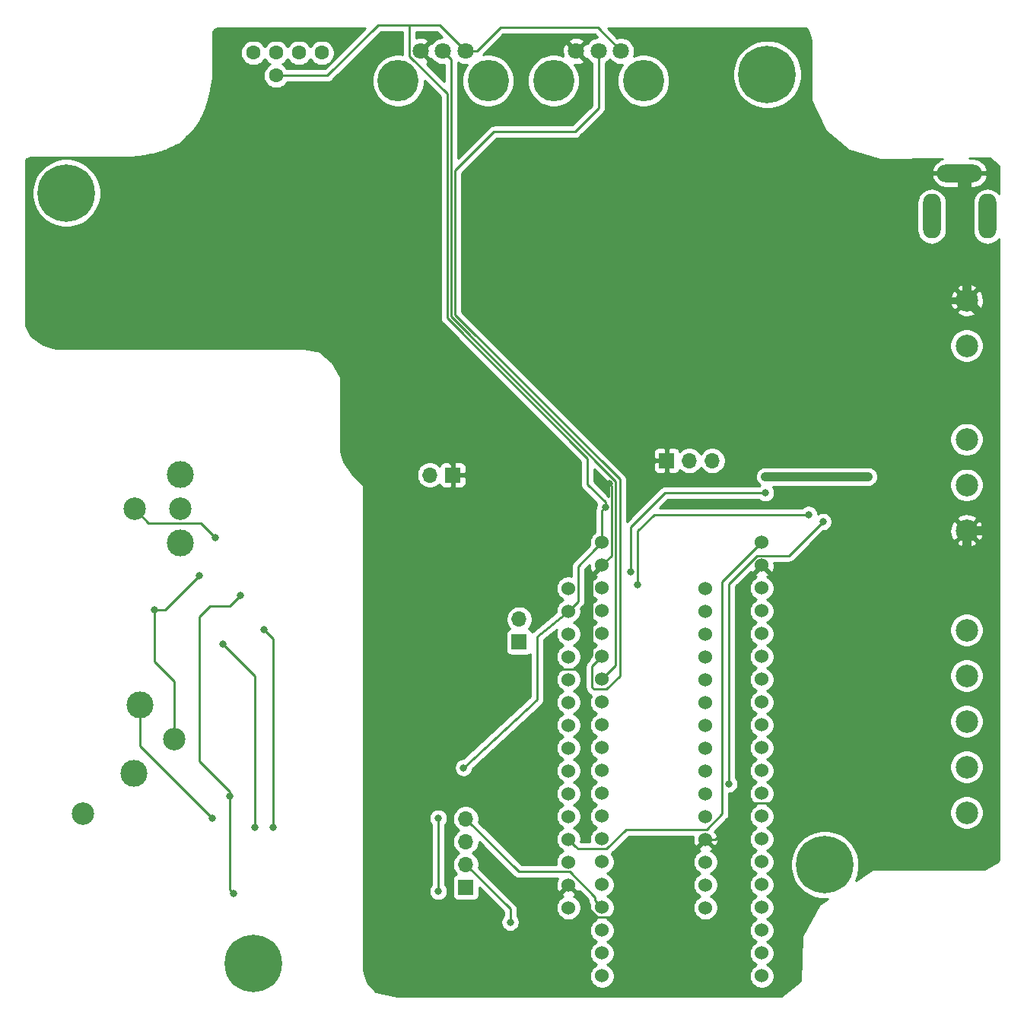
<source format=gbr>
G04 #@! TF.GenerationSoftware,KiCad,Pcbnew,(5.1.5)-2*
G04 #@! TF.CreationDate,2020-04-09T00:07:29+02:00*
G04 #@! TF.ProjectId,LightBoxNano,4c696768-7442-46f7-984e-616e6f2e6b69,rev?*
G04 #@! TF.SameCoordinates,Original*
G04 #@! TF.FileFunction,Copper,L2,Bot*
G04 #@! TF.FilePolarity,Positive*
%FSLAX46Y46*%
G04 Gerber Fmt 4.6, Leading zero omitted, Abs format (unit mm)*
G04 Created by KiCad (PCBNEW (5.1.5)-2) date 2020-04-09 00:07:29*
%MOMM*%
%LPD*%
G04 APERTURE LIST*
%ADD10R,1.700000X1.700000*%
%ADD11O,1.700000X1.700000*%
%ADD12C,2.500000*%
%ADD13C,3.000000*%
%ADD14C,1.600000*%
%ADD15C,1.800000*%
%ADD16C,4.600000*%
%ADD17C,1.524000*%
%ADD18O,5.000000X2.000000*%
%ADD19O,2.000000X5.000000*%
%ADD20C,6.400000*%
%ADD21C,0.800000*%
%ADD22C,0.250000*%
%ADD23C,0.750000*%
%ADD24C,1.000000*%
%ADD25C,0.254000*%
G04 APERTURE END LIST*
D10*
X145000000Y-103600000D03*
D11*
X145000000Y-101060000D03*
D12*
X107264180Y-88759240D03*
D13*
X107264180Y-84949240D03*
X107264180Y-92569240D03*
D12*
X102184180Y-88759240D03*
X96426160Y-122693720D03*
D13*
X102781160Y-110633720D03*
X102146160Y-118253720D03*
D12*
X106596160Y-114443720D03*
D14*
X117930000Y-40540000D03*
X123010000Y-38000000D03*
X120470000Y-38000000D03*
X117930000Y-38000000D03*
X115390000Y-38000000D03*
D15*
X134029980Y-37800000D03*
X136529980Y-37800000D03*
X139029980Y-37800000D03*
D16*
X131529980Y-41100000D03*
X141529980Y-41100000D03*
D15*
X151327380Y-37800000D03*
X153827380Y-37800000D03*
X156327380Y-37800000D03*
D16*
X148827380Y-41100000D03*
X158827380Y-41100000D03*
D17*
X165720000Y-112860000D03*
X150480000Y-133180000D03*
X150480000Y-130640000D03*
X150480000Y-128100000D03*
X150480000Y-125560000D03*
X150480000Y-123020000D03*
X150480000Y-120480000D03*
X150480000Y-117940000D03*
X150480000Y-115400000D03*
X150480000Y-112860000D03*
X150480000Y-110320000D03*
X150480000Y-107780000D03*
X150480000Y-105240000D03*
X150480000Y-102700000D03*
X150480000Y-100160000D03*
X150480000Y-97620000D03*
X165720000Y-97620000D03*
X165720000Y-100160000D03*
X165720000Y-102700000D03*
X165720000Y-105240000D03*
X165720000Y-107780000D03*
X165720000Y-110320000D03*
X165720000Y-115400000D03*
X165720000Y-117940000D03*
X165720000Y-120480000D03*
X165720000Y-123020000D03*
X165720000Y-125560000D03*
X165720000Y-128100000D03*
X165720000Y-130640000D03*
X165720000Y-133180000D03*
X154210000Y-105220000D03*
X154210000Y-100140000D03*
X154210000Y-92520000D03*
X154210000Y-115380000D03*
X154210000Y-102680000D03*
X154210000Y-107760000D03*
X154210000Y-97600000D03*
X154210000Y-95060000D03*
X154210000Y-110300000D03*
X154210000Y-123000000D03*
X154210000Y-117920000D03*
X154210000Y-140780000D03*
X154210000Y-138240000D03*
X154210000Y-135700000D03*
X154210000Y-112840000D03*
X154210000Y-128080000D03*
X154210000Y-133160000D03*
X154210000Y-125540000D03*
X154210000Y-130620000D03*
X154210000Y-120460000D03*
X171990000Y-97600000D03*
X171990000Y-95060000D03*
X171990000Y-92520000D03*
X171990000Y-110300000D03*
X171990000Y-102680000D03*
X171990000Y-107760000D03*
X171990000Y-100140000D03*
X171990000Y-105220000D03*
X171990000Y-123000000D03*
X171990000Y-115380000D03*
X171990000Y-120460000D03*
X171990000Y-112840000D03*
X171990000Y-117920000D03*
X171990000Y-130620000D03*
X171990000Y-125540000D03*
X171990000Y-133160000D03*
X171990000Y-128080000D03*
X171990000Y-135700000D03*
X171990000Y-138240000D03*
X171990000Y-140780000D03*
D10*
X161400000Y-83400000D03*
D11*
X163940000Y-83400000D03*
X166480000Y-83400000D03*
D12*
X194800000Y-102280000D03*
X194800000Y-112440000D03*
X194800000Y-122600000D03*
X194800000Y-117520000D03*
X194800000Y-107360000D03*
X194800000Y-65520000D03*
X194800000Y-70600000D03*
D18*
X194000000Y-51400000D03*
D19*
X197100000Y-56200000D03*
X190900000Y-56200000D03*
D12*
X194800000Y-81040000D03*
X194800000Y-91200000D03*
X194800000Y-86120000D03*
D10*
X139050000Y-130900000D03*
D11*
X139050000Y-128360000D03*
X139050000Y-125820000D03*
X139050000Y-123280000D03*
D10*
X137600000Y-85000000D03*
D11*
X135060000Y-85000000D03*
D20*
X94600000Y-53600000D03*
X115400000Y-139400000D03*
X172600000Y-40400000D03*
X179000000Y-128400000D03*
D21*
X147000000Y-134800000D03*
X172000000Y-68200000D03*
X121600000Y-63000000D03*
X187000000Y-105400000D03*
X187000000Y-110400000D03*
X187000000Y-115600000D03*
X187000000Y-120000000D03*
X149000000Y-106600000D03*
X155000000Y-86000000D03*
X157600000Y-76200000D03*
X138800000Y-117600000D03*
X154572001Y-88600000D03*
X136000000Y-123200000D03*
X136000000Y-131364360D03*
X113200000Y-131600000D03*
X112800000Y-120800000D03*
X114000000Y-98400000D03*
X144000000Y-134800000D03*
X111200000Y-92000000D03*
X112000000Y-103800000D03*
X115600000Y-124200000D03*
X110800000Y-123200000D03*
X109400000Y-96200000D03*
X104400000Y-100000000D03*
X116600000Y-102200000D03*
X117600000Y-124200000D03*
X168325000Y-119400000D03*
X178800000Y-90200000D03*
X172400000Y-85200000D03*
X183800000Y-85200000D03*
X177200000Y-89400000D03*
X158200000Y-97200000D03*
X172400000Y-87000000D03*
X157400000Y-95800000D03*
D22*
X147000000Y-134120000D02*
X150480000Y-130640000D01*
X147000000Y-134800000D02*
X147000000Y-134120000D01*
X153688239Y-134247001D02*
X157032999Y-134247001D01*
X164958001Y-126321999D02*
X165720000Y-125560000D01*
X157032999Y-134247001D02*
X164958001Y-126321999D01*
X151241999Y-131800761D02*
X153688239Y-134247001D01*
X151241999Y-131401999D02*
X151241999Y-131800761D01*
X150480000Y-130640000D02*
X151241999Y-131401999D01*
D23*
X192280000Y-65520000D02*
X194800000Y-65520000D01*
X172000000Y-68200000D02*
X190200000Y-68200000D01*
X190200000Y-68200000D02*
X192280000Y-65520000D01*
D24*
X194800000Y-92967766D02*
X191200000Y-96567766D01*
X194800000Y-91200000D02*
X194800000Y-92967766D01*
X191200000Y-96567766D02*
X191200000Y-103200000D01*
X189000000Y-105400000D02*
X187000000Y-105400000D01*
X191200000Y-103200000D02*
X189000000Y-105400000D01*
X187000000Y-105400000D02*
X187000000Y-110400000D01*
X187000000Y-110400000D02*
X187000000Y-115600000D01*
X187000000Y-115600000D02*
X187000000Y-120000000D01*
D22*
X149000000Y-106600000D02*
X151600000Y-106600000D01*
X153448001Y-95821999D02*
X154210000Y-95060000D01*
X153122999Y-105077001D02*
X153122999Y-96147001D01*
X153122999Y-96147001D02*
X153448001Y-95821999D01*
X151600000Y-106600000D02*
X153122999Y-105077001D01*
X186600001Y-120399999D02*
X187000000Y-120000000D01*
X170810629Y-121547001D02*
X185452999Y-121547001D01*
X166797630Y-125560000D02*
X170810629Y-121547001D01*
X185452999Y-121547001D02*
X186600001Y-120399999D01*
X165720000Y-125560000D02*
X166797630Y-125560000D01*
X155297001Y-86297001D02*
X155000000Y-86000000D01*
X154210000Y-95060000D02*
X155297001Y-93972999D01*
X155297001Y-93972999D02*
X155297001Y-86297001D01*
X137600000Y-83900000D02*
X121600000Y-67900000D01*
X137600000Y-85000000D02*
X137600000Y-83900000D01*
X121600000Y-67900000D02*
X121600000Y-63000000D01*
D23*
X158165685Y-76200000D02*
X161365685Y-73000000D01*
X157600000Y-76200000D02*
X158165685Y-76200000D01*
X167200000Y-73000000D02*
X172000000Y-68200000D01*
X161365685Y-73000000D02*
X167200000Y-73000000D01*
D24*
X194800000Y-52200000D02*
X194000000Y-51400000D01*
X194800000Y-65520000D02*
X194800000Y-52200000D01*
X196567766Y-91200000D02*
X197600000Y-90167766D01*
X194800000Y-91200000D02*
X196567766Y-91200000D01*
X197600000Y-68320000D02*
X194800000Y-65520000D01*
X197600000Y-90167766D02*
X197600000Y-68320000D01*
D22*
X171990000Y-92520000D02*
X167600000Y-96910000D01*
X154731761Y-126627001D02*
X151547001Y-126627001D01*
X151547001Y-126627001D02*
X151241999Y-126321999D01*
X156885763Y-124472999D02*
X154731761Y-126627001D01*
X165875763Y-124472999D02*
X156885763Y-124472999D01*
X167600000Y-122748762D02*
X165875763Y-124472999D01*
X151241999Y-126321999D02*
X150480000Y-125560000D01*
X167600000Y-96910000D02*
X167600000Y-122748762D01*
X153448001Y-93281999D02*
X154210000Y-92520000D01*
X151567001Y-95162999D02*
X153448001Y-93281999D01*
X151567001Y-99072999D02*
X151567001Y-95162999D01*
X150480000Y-100160000D02*
X151567001Y-99072999D01*
X117930000Y-40540000D02*
X123660000Y-40540000D01*
X138129981Y-36900001D02*
X139029980Y-37800000D01*
X136151064Y-34921084D02*
X138129981Y-36900001D01*
X129278916Y-34921084D02*
X136151064Y-34921084D01*
X123660000Y-40540000D02*
X129278916Y-34921084D01*
X140302772Y-37800000D02*
X142902772Y-35200000D01*
X139029980Y-37800000D02*
X140302772Y-37800000D01*
X153727380Y-35200000D02*
X156327380Y-37800000D01*
X142902772Y-35200000D02*
X153727380Y-35200000D01*
X147000000Y-103000000D02*
X150480000Y-100160000D01*
X138800000Y-117600000D02*
X147000000Y-110000000D01*
X147000000Y-110000000D02*
X147000000Y-103000000D01*
X154210000Y-91442370D02*
X154200000Y-91432370D01*
X154210000Y-92520000D02*
X154210000Y-91442370D01*
X154200000Y-91432370D02*
X154200000Y-88972001D01*
X154200000Y-88972001D02*
X154572001Y-88600000D01*
X132804979Y-34921084D02*
X132800000Y-34921084D01*
X154572001Y-88600000D02*
X154572001Y-88034315D01*
X132804979Y-38388001D02*
X132804979Y-34921084D01*
X154572001Y-88034315D02*
X152600000Y-86062314D01*
X152600000Y-86062314D02*
X152600000Y-83163408D01*
X152600000Y-83163408D02*
X136979969Y-67543377D01*
X136979969Y-42562991D02*
X132804979Y-38388001D01*
X136979969Y-67543377D02*
X136979969Y-42562991D01*
X136000000Y-123200000D02*
X136000000Y-131364360D01*
X112873002Y-120873002D02*
X112800000Y-120800000D01*
X112800001Y-131200001D02*
X113200000Y-131600000D01*
X112800000Y-120800000D02*
X112800001Y-131200001D01*
X112800000Y-120234315D02*
X109400000Y-116834315D01*
X112800000Y-120800000D02*
X112800000Y-120234315D01*
X109400000Y-116834315D02*
X109400000Y-100800000D01*
X109400000Y-100800000D02*
X110600000Y-99600000D01*
X110600000Y-99600000D02*
X112800000Y-99600000D01*
X112800000Y-99600000D02*
X114000000Y-98400000D01*
X150635763Y-129187001D02*
X153448001Y-131999239D01*
X144957001Y-129187001D02*
X150635763Y-129187001D01*
X153448001Y-132398001D02*
X154210000Y-133160000D01*
X153448001Y-131999239D02*
X153448001Y-132398001D01*
X139050000Y-123280000D02*
X144957001Y-129187001D01*
X144000000Y-133310000D02*
X139050000Y-128360000D01*
X144000000Y-134800000D02*
X144000000Y-133310000D01*
X109534241Y-90334241D02*
X111200000Y-92000000D01*
X102184180Y-88759240D02*
X103759181Y-90334241D01*
X103759181Y-90334241D02*
X109534241Y-90334241D01*
X115600000Y-107400000D02*
X112000000Y-103800000D01*
X115600000Y-124200000D02*
X115600000Y-107400000D01*
X102781160Y-115181160D02*
X102781160Y-110633720D01*
X110800000Y-123200000D02*
X102781160Y-115181160D01*
X106596160Y-107996160D02*
X106596160Y-114443720D01*
X104400000Y-100000000D02*
X104400000Y-105800000D01*
X104400000Y-105800000D02*
X106596160Y-107996160D01*
X105600000Y-100000000D02*
X109400000Y-96200000D01*
X104400000Y-100000000D02*
X105600000Y-100000000D01*
X117600000Y-103200000D02*
X116600000Y-102200000D01*
X117600000Y-124200000D02*
X117600000Y-103200000D01*
X168325000Y-119400000D02*
X168325000Y-97874990D01*
X175027001Y-93972999D02*
X178800000Y-90200000D01*
X171468239Y-93972999D02*
X175027001Y-93972999D01*
X168325000Y-97874990D02*
X168325000Y-97116238D01*
X168325000Y-97116238D02*
X171468239Y-93972999D01*
X137429979Y-38699999D02*
X136529980Y-37800000D01*
X137429979Y-67356977D02*
X137429979Y-38699999D01*
X155747011Y-106222989D02*
X155747011Y-85674009D01*
X155747011Y-85674009D02*
X137429979Y-67356977D01*
X154210000Y-107760000D02*
X155747011Y-106222989D01*
X156200000Y-107378762D02*
X156197021Y-107375783D01*
X153122999Y-106307001D02*
X153122999Y-108647759D01*
X154210000Y-105220000D02*
X153122999Y-106307001D01*
X153122999Y-108647759D02*
X153322241Y-108847001D01*
X154731761Y-108847001D02*
X156200000Y-107378762D01*
X153322241Y-108847001D02*
X154731761Y-108847001D01*
X153827380Y-44172620D02*
X153827380Y-37800000D01*
X151200000Y-46800000D02*
X153827380Y-44172620D01*
X142200000Y-46800000D02*
X151200000Y-46800000D01*
X156200000Y-107378762D02*
X156200000Y-85490588D01*
X156200000Y-85490588D02*
X137879989Y-67170577D01*
X137879989Y-67170577D02*
X137879989Y-51120011D01*
X137879989Y-51120011D02*
X142200000Y-46800000D01*
D24*
X172965685Y-85200000D02*
X183800000Y-85200000D01*
X172400000Y-85200000D02*
X172965685Y-85200000D01*
D22*
X158200000Y-97200000D02*
X158200000Y-91200000D01*
X160000000Y-89400000D02*
X177200000Y-89400000D01*
X158200000Y-91200000D02*
X160000000Y-89400000D01*
X157400000Y-95800000D02*
X157400000Y-90800000D01*
X161200000Y-87000000D02*
X172400000Y-87000000D01*
X157400000Y-90800000D02*
X161200000Y-87000000D01*
D25*
G36*
X123345199Y-39780000D02*
G01*
X119148043Y-39780000D01*
X119044637Y-39625241D01*
X118844759Y-39425363D01*
X118612241Y-39270000D01*
X118844759Y-39114637D01*
X119044637Y-38914759D01*
X119200000Y-38682241D01*
X119355363Y-38914759D01*
X119555241Y-39114637D01*
X119790273Y-39271680D01*
X120051426Y-39379853D01*
X120328665Y-39435000D01*
X120611335Y-39435000D01*
X120888574Y-39379853D01*
X121149727Y-39271680D01*
X121384759Y-39114637D01*
X121584637Y-38914759D01*
X121740000Y-38682241D01*
X121895363Y-38914759D01*
X122095241Y-39114637D01*
X122330273Y-39271680D01*
X122591426Y-39379853D01*
X122868665Y-39435000D01*
X123151335Y-39435000D01*
X123428574Y-39379853D01*
X123689727Y-39271680D01*
X123924759Y-39114637D01*
X124124637Y-38914759D01*
X124281680Y-38679727D01*
X124389853Y-38418574D01*
X124445000Y-38141335D01*
X124445000Y-37858665D01*
X124389853Y-37581426D01*
X124281680Y-37320273D01*
X124124637Y-37085241D01*
X123924759Y-36885363D01*
X123689727Y-36728320D01*
X123428574Y-36620147D01*
X123151335Y-36565000D01*
X122868665Y-36565000D01*
X122591426Y-36620147D01*
X122330273Y-36728320D01*
X122095241Y-36885363D01*
X121895363Y-37085241D01*
X121740000Y-37317759D01*
X121584637Y-37085241D01*
X121384759Y-36885363D01*
X121149727Y-36728320D01*
X120888574Y-36620147D01*
X120611335Y-36565000D01*
X120328665Y-36565000D01*
X120051426Y-36620147D01*
X119790273Y-36728320D01*
X119555241Y-36885363D01*
X119355363Y-37085241D01*
X119200000Y-37317759D01*
X119044637Y-37085241D01*
X118844759Y-36885363D01*
X118609727Y-36728320D01*
X118348574Y-36620147D01*
X118071335Y-36565000D01*
X117788665Y-36565000D01*
X117511426Y-36620147D01*
X117250273Y-36728320D01*
X117015241Y-36885363D01*
X116815363Y-37085241D01*
X116660000Y-37317759D01*
X116504637Y-37085241D01*
X116304759Y-36885363D01*
X116069727Y-36728320D01*
X115808574Y-36620147D01*
X115531335Y-36565000D01*
X115248665Y-36565000D01*
X114971426Y-36620147D01*
X114710273Y-36728320D01*
X114475241Y-36885363D01*
X114275363Y-37085241D01*
X114118320Y-37320273D01*
X114010147Y-37581426D01*
X113955000Y-37858665D01*
X113955000Y-38141335D01*
X114010147Y-38418574D01*
X114118320Y-38679727D01*
X114275363Y-38914759D01*
X114475241Y-39114637D01*
X114710273Y-39271680D01*
X114971426Y-39379853D01*
X115248665Y-39435000D01*
X115531335Y-39435000D01*
X115808574Y-39379853D01*
X116069727Y-39271680D01*
X116304759Y-39114637D01*
X116504637Y-38914759D01*
X116660000Y-38682241D01*
X116815363Y-38914759D01*
X117015241Y-39114637D01*
X117247759Y-39270000D01*
X117015241Y-39425363D01*
X116815363Y-39625241D01*
X116658320Y-39860273D01*
X116550147Y-40121426D01*
X116495000Y-40398665D01*
X116495000Y-40681335D01*
X116550147Y-40958574D01*
X116658320Y-41219727D01*
X116815363Y-41454759D01*
X117015241Y-41654637D01*
X117250273Y-41811680D01*
X117511426Y-41919853D01*
X117788665Y-41975000D01*
X118071335Y-41975000D01*
X118348574Y-41919853D01*
X118609727Y-41811680D01*
X118844759Y-41654637D01*
X119044637Y-41454759D01*
X119148043Y-41300000D01*
X123622678Y-41300000D01*
X123660000Y-41303676D01*
X123697322Y-41300000D01*
X123697333Y-41300000D01*
X123808986Y-41289003D01*
X123952247Y-41245546D01*
X124084276Y-41174974D01*
X124200001Y-41080001D01*
X124223804Y-41050997D01*
X129593718Y-35681084D01*
X132044980Y-35681084D01*
X132044979Y-38209940D01*
X131819052Y-38165000D01*
X131240908Y-38165000D01*
X130673872Y-38277791D01*
X130139736Y-38499037D01*
X129659027Y-38820237D01*
X129250217Y-39229047D01*
X128929017Y-39709756D01*
X128707771Y-40243892D01*
X128594980Y-40810928D01*
X128594980Y-41389072D01*
X128707771Y-41956108D01*
X128929017Y-42490244D01*
X129250217Y-42970953D01*
X129659027Y-43379763D01*
X130139736Y-43700963D01*
X130673872Y-43922209D01*
X131240908Y-44035000D01*
X131819052Y-44035000D01*
X132386088Y-43922209D01*
X132920224Y-43700963D01*
X133400933Y-43379763D01*
X133809743Y-42970953D01*
X134130943Y-42490244D01*
X134352189Y-41956108D01*
X134464980Y-41389072D01*
X134464980Y-41122804D01*
X136219970Y-42877795D01*
X136219969Y-67506055D01*
X136216293Y-67543377D01*
X136219969Y-67580699D01*
X136219969Y-67580709D01*
X136230966Y-67692362D01*
X136265301Y-67805551D01*
X136274423Y-67835623D01*
X136344995Y-67967653D01*
X136364936Y-67991951D01*
X136439968Y-68083378D01*
X136468972Y-68107181D01*
X151840001Y-83478211D01*
X151840000Y-86024991D01*
X151836324Y-86062314D01*
X151840000Y-86099636D01*
X151840000Y-86099646D01*
X151850997Y-86211299D01*
X151886729Y-86329093D01*
X151894454Y-86354560D01*
X151965026Y-86486590D01*
X152004871Y-86535140D01*
X152059999Y-86602315D01*
X152089003Y-86626118D01*
X153630729Y-88167845D01*
X153576775Y-88298102D01*
X153537001Y-88498061D01*
X153537001Y-88600156D01*
X153494454Y-88679755D01*
X153468686Y-88764703D01*
X153450998Y-88823015D01*
X153440001Y-88934668D01*
X153436324Y-88972001D01*
X153440001Y-89009333D01*
X153440000Y-91354341D01*
X153319465Y-91434880D01*
X153124880Y-91629465D01*
X152971995Y-91858273D01*
X152866686Y-92112510D01*
X152813000Y-92382408D01*
X152813000Y-92657592D01*
X152843628Y-92811570D01*
X151055999Y-94599200D01*
X151027001Y-94622998D01*
X151003203Y-94651996D01*
X151003202Y-94651997D01*
X150932027Y-94738723D01*
X150861455Y-94870753D01*
X150817999Y-95014014D01*
X150803325Y-95162999D01*
X150807002Y-95200331D01*
X150807002Y-96260676D01*
X150617592Y-96223000D01*
X150342408Y-96223000D01*
X150072510Y-96276686D01*
X149818273Y-96381995D01*
X149589465Y-96534880D01*
X149394880Y-96729465D01*
X149241995Y-96958273D01*
X149136686Y-97212510D01*
X149083000Y-97482408D01*
X149083000Y-97757592D01*
X149136686Y-98027490D01*
X149241995Y-98281727D01*
X149394880Y-98510535D01*
X149589465Y-98705120D01*
X149818273Y-98858005D01*
X149895515Y-98890000D01*
X149818273Y-98921995D01*
X149589465Y-99074880D01*
X149394880Y-99269465D01*
X149241995Y-99498273D01*
X149136686Y-99752510D01*
X149083000Y-100022408D01*
X149083000Y-100297592D01*
X149086684Y-100316113D01*
X146576654Y-102364529D01*
X146575725Y-102365026D01*
X146518682Y-102411840D01*
X146490554Y-102434795D01*
X146489812Y-102435533D01*
X146460000Y-102459999D01*
X146436865Y-102488189D01*
X146432434Y-102492596D01*
X146380537Y-102395506D01*
X146301185Y-102298815D01*
X146204494Y-102219463D01*
X146094180Y-102160498D01*
X146021620Y-102138487D01*
X146153475Y-102006632D01*
X146315990Y-101763411D01*
X146427932Y-101493158D01*
X146485000Y-101206260D01*
X146485000Y-100913740D01*
X146427932Y-100626842D01*
X146315990Y-100356589D01*
X146153475Y-100113368D01*
X145946632Y-99906525D01*
X145703411Y-99744010D01*
X145433158Y-99632068D01*
X145146260Y-99575000D01*
X144853740Y-99575000D01*
X144566842Y-99632068D01*
X144296589Y-99744010D01*
X144053368Y-99906525D01*
X143846525Y-100113368D01*
X143684010Y-100356589D01*
X143572068Y-100626842D01*
X143515000Y-100913740D01*
X143515000Y-101206260D01*
X143572068Y-101493158D01*
X143684010Y-101763411D01*
X143846525Y-102006632D01*
X143978380Y-102138487D01*
X143905820Y-102160498D01*
X143795506Y-102219463D01*
X143698815Y-102298815D01*
X143619463Y-102395506D01*
X143560498Y-102505820D01*
X143524188Y-102625518D01*
X143511928Y-102750000D01*
X143511928Y-104450000D01*
X143524188Y-104574482D01*
X143560498Y-104694180D01*
X143619463Y-104804494D01*
X143698815Y-104901185D01*
X143795506Y-104980537D01*
X143905820Y-105039502D01*
X144025518Y-105075812D01*
X144150000Y-105088072D01*
X145850000Y-105088072D01*
X145974482Y-105075812D01*
X146094180Y-105039502D01*
X146204494Y-104980537D01*
X146240001Y-104951397D01*
X146240000Y-109668164D01*
X138798677Y-116565000D01*
X138698061Y-116565000D01*
X138498102Y-116604774D01*
X138309744Y-116682795D01*
X138140226Y-116796063D01*
X137996063Y-116940226D01*
X137882795Y-117109744D01*
X137804774Y-117298102D01*
X137765000Y-117498061D01*
X137765000Y-117701939D01*
X137804774Y-117901898D01*
X137882795Y-118090256D01*
X137996063Y-118259774D01*
X138140226Y-118403937D01*
X138309744Y-118517205D01*
X138498102Y-118595226D01*
X138698061Y-118635000D01*
X138901939Y-118635000D01*
X139101898Y-118595226D01*
X139290256Y-118517205D01*
X139459774Y-118403937D01*
X139603937Y-118259774D01*
X139717205Y-118090256D01*
X139795226Y-117901898D01*
X139835000Y-117701939D01*
X139835000Y-117676957D01*
X147499846Y-110572955D01*
X147540001Y-110540001D01*
X147578335Y-110493291D01*
X147618416Y-110448066D01*
X147625750Y-110435515D01*
X147634974Y-110424276D01*
X147663459Y-110370985D01*
X147693948Y-110318810D01*
X147698693Y-110305068D01*
X147705546Y-110292247D01*
X147723091Y-110234409D01*
X147742809Y-110177302D01*
X147744781Y-110162903D01*
X147749003Y-110148986D01*
X147754928Y-110088827D01*
X147763126Y-110028980D01*
X147760000Y-109977128D01*
X147760000Y-103360730D01*
X149171278Y-102208998D01*
X149136686Y-102292510D01*
X149083000Y-102562408D01*
X149083000Y-102837592D01*
X149136686Y-103107490D01*
X149241995Y-103361727D01*
X149394880Y-103590535D01*
X149589465Y-103785120D01*
X149818273Y-103938005D01*
X149895515Y-103970000D01*
X149818273Y-104001995D01*
X149589465Y-104154880D01*
X149394880Y-104349465D01*
X149241995Y-104578273D01*
X149136686Y-104832510D01*
X149083000Y-105102408D01*
X149083000Y-105377592D01*
X149136686Y-105647490D01*
X149241995Y-105901727D01*
X149394880Y-106130535D01*
X149589465Y-106325120D01*
X149818273Y-106478005D01*
X149895515Y-106510000D01*
X149818273Y-106541995D01*
X149589465Y-106694880D01*
X149394880Y-106889465D01*
X149241995Y-107118273D01*
X149136686Y-107372510D01*
X149083000Y-107642408D01*
X149083000Y-107917592D01*
X149136686Y-108187490D01*
X149241995Y-108441727D01*
X149394880Y-108670535D01*
X149589465Y-108865120D01*
X149818273Y-109018005D01*
X149895515Y-109050000D01*
X149818273Y-109081995D01*
X149589465Y-109234880D01*
X149394880Y-109429465D01*
X149241995Y-109658273D01*
X149136686Y-109912510D01*
X149083000Y-110182408D01*
X149083000Y-110457592D01*
X149136686Y-110727490D01*
X149241995Y-110981727D01*
X149394880Y-111210535D01*
X149589465Y-111405120D01*
X149818273Y-111558005D01*
X149895515Y-111590000D01*
X149818273Y-111621995D01*
X149589465Y-111774880D01*
X149394880Y-111969465D01*
X149241995Y-112198273D01*
X149136686Y-112452510D01*
X149083000Y-112722408D01*
X149083000Y-112997592D01*
X149136686Y-113267490D01*
X149241995Y-113521727D01*
X149394880Y-113750535D01*
X149589465Y-113945120D01*
X149818273Y-114098005D01*
X149895515Y-114130000D01*
X149818273Y-114161995D01*
X149589465Y-114314880D01*
X149394880Y-114509465D01*
X149241995Y-114738273D01*
X149136686Y-114992510D01*
X149083000Y-115262408D01*
X149083000Y-115537592D01*
X149136686Y-115807490D01*
X149241995Y-116061727D01*
X149394880Y-116290535D01*
X149589465Y-116485120D01*
X149818273Y-116638005D01*
X149895515Y-116670000D01*
X149818273Y-116701995D01*
X149589465Y-116854880D01*
X149394880Y-117049465D01*
X149241995Y-117278273D01*
X149136686Y-117532510D01*
X149083000Y-117802408D01*
X149083000Y-118077592D01*
X149136686Y-118347490D01*
X149241995Y-118601727D01*
X149394880Y-118830535D01*
X149589465Y-119025120D01*
X149818273Y-119178005D01*
X149895515Y-119210000D01*
X149818273Y-119241995D01*
X149589465Y-119394880D01*
X149394880Y-119589465D01*
X149241995Y-119818273D01*
X149136686Y-120072510D01*
X149083000Y-120342408D01*
X149083000Y-120617592D01*
X149136686Y-120887490D01*
X149241995Y-121141727D01*
X149394880Y-121370535D01*
X149589465Y-121565120D01*
X149818273Y-121718005D01*
X149895515Y-121750000D01*
X149818273Y-121781995D01*
X149589465Y-121934880D01*
X149394880Y-122129465D01*
X149241995Y-122358273D01*
X149136686Y-122612510D01*
X149083000Y-122882408D01*
X149083000Y-123157592D01*
X149136686Y-123427490D01*
X149241995Y-123681727D01*
X149394880Y-123910535D01*
X149589465Y-124105120D01*
X149818273Y-124258005D01*
X149895515Y-124290000D01*
X149818273Y-124321995D01*
X149589465Y-124474880D01*
X149394880Y-124669465D01*
X149241995Y-124898273D01*
X149136686Y-125152510D01*
X149083000Y-125422408D01*
X149083000Y-125697592D01*
X149136686Y-125967490D01*
X149241995Y-126221727D01*
X149394880Y-126450535D01*
X149589465Y-126645120D01*
X149818273Y-126798005D01*
X149895515Y-126830000D01*
X149818273Y-126861995D01*
X149589465Y-127014880D01*
X149394880Y-127209465D01*
X149241995Y-127438273D01*
X149136686Y-127692510D01*
X149083000Y-127962408D01*
X149083000Y-128237592D01*
X149120676Y-128427001D01*
X145271803Y-128427001D01*
X140491209Y-123646408D01*
X140535000Y-123426260D01*
X140535000Y-123133740D01*
X140477932Y-122846842D01*
X140365990Y-122576589D01*
X140203475Y-122333368D01*
X139996632Y-122126525D01*
X139753411Y-121964010D01*
X139483158Y-121852068D01*
X139196260Y-121795000D01*
X138903740Y-121795000D01*
X138616842Y-121852068D01*
X138346589Y-121964010D01*
X138103368Y-122126525D01*
X137896525Y-122333368D01*
X137734010Y-122576589D01*
X137622068Y-122846842D01*
X137565000Y-123133740D01*
X137565000Y-123426260D01*
X137622068Y-123713158D01*
X137734010Y-123983411D01*
X137896525Y-124226632D01*
X138103368Y-124433475D01*
X138277760Y-124550000D01*
X138103368Y-124666525D01*
X137896525Y-124873368D01*
X137734010Y-125116589D01*
X137622068Y-125386842D01*
X137565000Y-125673740D01*
X137565000Y-125966260D01*
X137622068Y-126253158D01*
X137734010Y-126523411D01*
X137896525Y-126766632D01*
X138103368Y-126973475D01*
X138277760Y-127090000D01*
X138103368Y-127206525D01*
X137896525Y-127413368D01*
X137734010Y-127656589D01*
X137622068Y-127926842D01*
X137565000Y-128213740D01*
X137565000Y-128506260D01*
X137622068Y-128793158D01*
X137734010Y-129063411D01*
X137896525Y-129306632D01*
X138028380Y-129438487D01*
X137955820Y-129460498D01*
X137845506Y-129519463D01*
X137748815Y-129598815D01*
X137669463Y-129695506D01*
X137610498Y-129805820D01*
X137574188Y-129925518D01*
X137561928Y-130050000D01*
X137561928Y-131750000D01*
X137574188Y-131874482D01*
X137610498Y-131994180D01*
X137669463Y-132104494D01*
X137748815Y-132201185D01*
X137845506Y-132280537D01*
X137955820Y-132339502D01*
X138075518Y-132375812D01*
X138200000Y-132388072D01*
X139900000Y-132388072D01*
X140024482Y-132375812D01*
X140144180Y-132339502D01*
X140254494Y-132280537D01*
X140351185Y-132201185D01*
X140430537Y-132104494D01*
X140489502Y-131994180D01*
X140525812Y-131874482D01*
X140538072Y-131750000D01*
X140538072Y-130922873D01*
X143240001Y-133624803D01*
X143240000Y-134096289D01*
X143196063Y-134140226D01*
X143082795Y-134309744D01*
X143004774Y-134498102D01*
X142965000Y-134698061D01*
X142965000Y-134901939D01*
X143004774Y-135101898D01*
X143082795Y-135290256D01*
X143196063Y-135459774D01*
X143340226Y-135603937D01*
X143509744Y-135717205D01*
X143698102Y-135795226D01*
X143898061Y-135835000D01*
X144101939Y-135835000D01*
X144301898Y-135795226D01*
X144490256Y-135717205D01*
X144659774Y-135603937D01*
X144803937Y-135459774D01*
X144917205Y-135290256D01*
X144995226Y-135101898D01*
X145035000Y-134901939D01*
X145035000Y-134698061D01*
X144995226Y-134498102D01*
X144917205Y-134309744D01*
X144803937Y-134140226D01*
X144760000Y-134096289D01*
X144760000Y-133347322D01*
X144763676Y-133309999D01*
X144760000Y-133272676D01*
X144760000Y-133272667D01*
X144749003Y-133161014D01*
X144713025Y-133042408D01*
X149083000Y-133042408D01*
X149083000Y-133317592D01*
X149136686Y-133587490D01*
X149241995Y-133841727D01*
X149394880Y-134070535D01*
X149589465Y-134265120D01*
X149818273Y-134418005D01*
X150072510Y-134523314D01*
X150342408Y-134577000D01*
X150617592Y-134577000D01*
X150887490Y-134523314D01*
X151141727Y-134418005D01*
X151370535Y-134265120D01*
X151565120Y-134070535D01*
X151718005Y-133841727D01*
X151823314Y-133587490D01*
X151877000Y-133317592D01*
X151877000Y-133042408D01*
X151823314Y-132772510D01*
X151718005Y-132518273D01*
X151565120Y-132289465D01*
X151370535Y-132094880D01*
X151141727Y-131941995D01*
X151070057Y-131912308D01*
X151083023Y-131907636D01*
X151198980Y-131845656D01*
X151265960Y-131605565D01*
X150480000Y-130819605D01*
X149694040Y-131605565D01*
X149761020Y-131845656D01*
X149896760Y-131909485D01*
X149818273Y-131941995D01*
X149589465Y-132094880D01*
X149394880Y-132289465D01*
X149241995Y-132518273D01*
X149136686Y-132772510D01*
X149083000Y-133042408D01*
X144713025Y-133042408D01*
X144705546Y-133017753D01*
X144698751Y-133005040D01*
X144634974Y-132885723D01*
X144563799Y-132798997D01*
X144540001Y-132769999D01*
X144511003Y-132746201D01*
X140491209Y-128726408D01*
X140535000Y-128506260D01*
X140535000Y-128213740D01*
X140477932Y-127926842D01*
X140365990Y-127656589D01*
X140203475Y-127413368D01*
X139996632Y-127206525D01*
X139822240Y-127090000D01*
X139996632Y-126973475D01*
X140203475Y-126766632D01*
X140365990Y-126523411D01*
X140477932Y-126253158D01*
X140535000Y-125966260D01*
X140535000Y-125839801D01*
X144393200Y-129698002D01*
X144417000Y-129727002D01*
X144445998Y-129750800D01*
X144532724Y-129821975D01*
X144638328Y-129878422D01*
X144664754Y-129892547D01*
X144808015Y-129936004D01*
X144919668Y-129947001D01*
X144919678Y-129947001D01*
X144957001Y-129950677D01*
X144994324Y-129947001D01*
X149262127Y-129947001D01*
X149157244Y-130170048D01*
X149090977Y-130437135D01*
X149078090Y-130712017D01*
X149119078Y-130984133D01*
X149212364Y-131243023D01*
X149274344Y-131358980D01*
X149514435Y-131425960D01*
X150300395Y-130640000D01*
X150286253Y-130625858D01*
X150465858Y-130446253D01*
X150480000Y-130460395D01*
X150494143Y-130446253D01*
X150673748Y-130625858D01*
X150659605Y-130640000D01*
X151445565Y-131425960D01*
X151685656Y-131358980D01*
X151700779Y-131326819D01*
X152688001Y-132314041D01*
X152688001Y-132360679D01*
X152684325Y-132398001D01*
X152688001Y-132435323D01*
X152688001Y-132435334D01*
X152698998Y-132546987D01*
X152742455Y-132690248D01*
X152813027Y-132822277D01*
X152845048Y-132861294D01*
X152813000Y-133022408D01*
X152813000Y-133297592D01*
X152866686Y-133567490D01*
X152971995Y-133821727D01*
X153124880Y-134050535D01*
X153319465Y-134245120D01*
X153548273Y-134398005D01*
X153625515Y-134430000D01*
X153548273Y-134461995D01*
X153319465Y-134614880D01*
X153124880Y-134809465D01*
X152971995Y-135038273D01*
X152866686Y-135292510D01*
X152813000Y-135562408D01*
X152813000Y-135837592D01*
X152866686Y-136107490D01*
X152971995Y-136361727D01*
X153124880Y-136590535D01*
X153319465Y-136785120D01*
X153548273Y-136938005D01*
X153625515Y-136970000D01*
X153548273Y-137001995D01*
X153319465Y-137154880D01*
X153124880Y-137349465D01*
X152971995Y-137578273D01*
X152866686Y-137832510D01*
X152813000Y-138102408D01*
X152813000Y-138377592D01*
X152866686Y-138647490D01*
X152971995Y-138901727D01*
X153124880Y-139130535D01*
X153319465Y-139325120D01*
X153548273Y-139478005D01*
X153625515Y-139510000D01*
X153548273Y-139541995D01*
X153319465Y-139694880D01*
X153124880Y-139889465D01*
X152971995Y-140118273D01*
X152866686Y-140372510D01*
X152813000Y-140642408D01*
X152813000Y-140917592D01*
X152866686Y-141187490D01*
X152971995Y-141441727D01*
X153124880Y-141670535D01*
X153319465Y-141865120D01*
X153548273Y-142018005D01*
X153802510Y-142123314D01*
X154072408Y-142177000D01*
X154347592Y-142177000D01*
X154617490Y-142123314D01*
X154871727Y-142018005D01*
X155100535Y-141865120D01*
X155295120Y-141670535D01*
X155448005Y-141441727D01*
X155553314Y-141187490D01*
X155607000Y-140917592D01*
X155607000Y-140642408D01*
X155553314Y-140372510D01*
X155448005Y-140118273D01*
X155295120Y-139889465D01*
X155100535Y-139694880D01*
X154871727Y-139541995D01*
X154794485Y-139510000D01*
X154871727Y-139478005D01*
X155100535Y-139325120D01*
X155295120Y-139130535D01*
X155448005Y-138901727D01*
X155553314Y-138647490D01*
X155607000Y-138377592D01*
X155607000Y-138102408D01*
X155553314Y-137832510D01*
X155448005Y-137578273D01*
X155295120Y-137349465D01*
X155100535Y-137154880D01*
X154871727Y-137001995D01*
X154794485Y-136970000D01*
X154871727Y-136938005D01*
X155100535Y-136785120D01*
X155295120Y-136590535D01*
X155448005Y-136361727D01*
X155553314Y-136107490D01*
X155607000Y-135837592D01*
X155607000Y-135562408D01*
X155553314Y-135292510D01*
X155448005Y-135038273D01*
X155295120Y-134809465D01*
X155100535Y-134614880D01*
X154871727Y-134461995D01*
X154794485Y-134430000D01*
X154871727Y-134398005D01*
X155100535Y-134245120D01*
X155295120Y-134050535D01*
X155448005Y-133821727D01*
X155553314Y-133567490D01*
X155607000Y-133297592D01*
X155607000Y-133022408D01*
X155553314Y-132752510D01*
X155448005Y-132498273D01*
X155295120Y-132269465D01*
X155100535Y-132074880D01*
X154871727Y-131921995D01*
X154794485Y-131890000D01*
X154871727Y-131858005D01*
X155100535Y-131705120D01*
X155295120Y-131510535D01*
X155448005Y-131281727D01*
X155553314Y-131027490D01*
X155607000Y-130757592D01*
X155607000Y-130482408D01*
X155553314Y-130212510D01*
X155448005Y-129958273D01*
X155295120Y-129729465D01*
X155100535Y-129534880D01*
X154871727Y-129381995D01*
X154794485Y-129350000D01*
X154871727Y-129318005D01*
X155100535Y-129165120D01*
X155295120Y-128970535D01*
X155448005Y-128741727D01*
X155553314Y-128487490D01*
X155607000Y-128217592D01*
X155607000Y-127962408D01*
X164323000Y-127962408D01*
X164323000Y-128237592D01*
X164376686Y-128507490D01*
X164481995Y-128761727D01*
X164634880Y-128990535D01*
X164829465Y-129185120D01*
X165058273Y-129338005D01*
X165135515Y-129370000D01*
X165058273Y-129401995D01*
X164829465Y-129554880D01*
X164634880Y-129749465D01*
X164481995Y-129978273D01*
X164376686Y-130232510D01*
X164323000Y-130502408D01*
X164323000Y-130777592D01*
X164376686Y-131047490D01*
X164481995Y-131301727D01*
X164634880Y-131530535D01*
X164829465Y-131725120D01*
X165058273Y-131878005D01*
X165135515Y-131910000D01*
X165058273Y-131941995D01*
X164829465Y-132094880D01*
X164634880Y-132289465D01*
X164481995Y-132518273D01*
X164376686Y-132772510D01*
X164323000Y-133042408D01*
X164323000Y-133317592D01*
X164376686Y-133587490D01*
X164481995Y-133841727D01*
X164634880Y-134070535D01*
X164829465Y-134265120D01*
X165058273Y-134418005D01*
X165312510Y-134523314D01*
X165582408Y-134577000D01*
X165857592Y-134577000D01*
X166127490Y-134523314D01*
X166381727Y-134418005D01*
X166610535Y-134265120D01*
X166805120Y-134070535D01*
X166958005Y-133841727D01*
X167063314Y-133587490D01*
X167117000Y-133317592D01*
X167117000Y-133042408D01*
X167063314Y-132772510D01*
X166958005Y-132518273D01*
X166805120Y-132289465D01*
X166610535Y-132094880D01*
X166381727Y-131941995D01*
X166304485Y-131910000D01*
X166381727Y-131878005D01*
X166610535Y-131725120D01*
X166805120Y-131530535D01*
X166958005Y-131301727D01*
X167063314Y-131047490D01*
X167117000Y-130777592D01*
X167117000Y-130502408D01*
X167063314Y-130232510D01*
X166958005Y-129978273D01*
X166805120Y-129749465D01*
X166610535Y-129554880D01*
X166381727Y-129401995D01*
X166304485Y-129370000D01*
X166381727Y-129338005D01*
X166610535Y-129185120D01*
X166805120Y-128990535D01*
X166958005Y-128761727D01*
X167063314Y-128507490D01*
X167117000Y-128237592D01*
X167117000Y-127962408D01*
X167063314Y-127692510D01*
X166958005Y-127438273D01*
X166805120Y-127209465D01*
X166610535Y-127014880D01*
X166381727Y-126861995D01*
X166310057Y-126832308D01*
X166323023Y-126827636D01*
X166438980Y-126765656D01*
X166505960Y-126525565D01*
X165720000Y-125739605D01*
X164934040Y-126525565D01*
X165001020Y-126765656D01*
X165136760Y-126829485D01*
X165058273Y-126861995D01*
X164829465Y-127014880D01*
X164634880Y-127209465D01*
X164481995Y-127438273D01*
X164376686Y-127692510D01*
X164323000Y-127962408D01*
X155607000Y-127962408D01*
X155607000Y-127942408D01*
X155553314Y-127672510D01*
X155448005Y-127418273D01*
X155295120Y-127189465D01*
X155272165Y-127166510D01*
X155295565Y-127137998D01*
X157200565Y-125232999D01*
X164361776Y-125232999D01*
X164330977Y-125357135D01*
X164318090Y-125632017D01*
X164359078Y-125904133D01*
X164452364Y-126163023D01*
X164514344Y-126278980D01*
X164754435Y-126345960D01*
X165540395Y-125560000D01*
X165526253Y-125545858D01*
X165705858Y-125366253D01*
X165720000Y-125380395D01*
X165734143Y-125366253D01*
X165913748Y-125545858D01*
X165899605Y-125560000D01*
X166685565Y-126345960D01*
X166925656Y-126278980D01*
X167042756Y-126029952D01*
X167109023Y-125762865D01*
X167121910Y-125487983D01*
X167080922Y-125215867D01*
X166987636Y-124956977D01*
X166925656Y-124841020D01*
X166685567Y-124774041D01*
X166801977Y-124657631D01*
X166783955Y-124639609D01*
X168111003Y-123312561D01*
X168140001Y-123288763D01*
X168234974Y-123173038D01*
X168305546Y-123041009D01*
X168349003Y-122897748D01*
X168360000Y-122786095D01*
X168360000Y-122786086D01*
X168363676Y-122748763D01*
X168360000Y-122711440D01*
X168360000Y-120435000D01*
X168426939Y-120435000D01*
X168626898Y-120395226D01*
X168815256Y-120317205D01*
X168984774Y-120203937D01*
X169128937Y-120059774D01*
X169242205Y-119890256D01*
X169320226Y-119701898D01*
X169360000Y-119501939D01*
X169360000Y-119298061D01*
X169320226Y-119098102D01*
X169242205Y-118909744D01*
X169128937Y-118740226D01*
X169085000Y-118696289D01*
X169085000Y-97462408D01*
X170593000Y-97462408D01*
X170593000Y-97737592D01*
X170646686Y-98007490D01*
X170751995Y-98261727D01*
X170904880Y-98490535D01*
X171099465Y-98685120D01*
X171328273Y-98838005D01*
X171405515Y-98870000D01*
X171328273Y-98901995D01*
X171099465Y-99054880D01*
X170904880Y-99249465D01*
X170751995Y-99478273D01*
X170646686Y-99732510D01*
X170593000Y-100002408D01*
X170593000Y-100277592D01*
X170646686Y-100547490D01*
X170751995Y-100801727D01*
X170904880Y-101030535D01*
X171099465Y-101225120D01*
X171328273Y-101378005D01*
X171405515Y-101410000D01*
X171328273Y-101441995D01*
X171099465Y-101594880D01*
X170904880Y-101789465D01*
X170751995Y-102018273D01*
X170646686Y-102272510D01*
X170593000Y-102542408D01*
X170593000Y-102817592D01*
X170646686Y-103087490D01*
X170751995Y-103341727D01*
X170904880Y-103570535D01*
X171099465Y-103765120D01*
X171328273Y-103918005D01*
X171405515Y-103950000D01*
X171328273Y-103981995D01*
X171099465Y-104134880D01*
X170904880Y-104329465D01*
X170751995Y-104558273D01*
X170646686Y-104812510D01*
X170593000Y-105082408D01*
X170593000Y-105357592D01*
X170646686Y-105627490D01*
X170751995Y-105881727D01*
X170904880Y-106110535D01*
X171099465Y-106305120D01*
X171328273Y-106458005D01*
X171405515Y-106490000D01*
X171328273Y-106521995D01*
X171099465Y-106674880D01*
X170904880Y-106869465D01*
X170751995Y-107098273D01*
X170646686Y-107352510D01*
X170593000Y-107622408D01*
X170593000Y-107897592D01*
X170646686Y-108167490D01*
X170751995Y-108421727D01*
X170904880Y-108650535D01*
X171099465Y-108845120D01*
X171328273Y-108998005D01*
X171405515Y-109030000D01*
X171328273Y-109061995D01*
X171099465Y-109214880D01*
X170904880Y-109409465D01*
X170751995Y-109638273D01*
X170646686Y-109892510D01*
X170593000Y-110162408D01*
X170593000Y-110437592D01*
X170646686Y-110707490D01*
X170751995Y-110961727D01*
X170904880Y-111190535D01*
X171099465Y-111385120D01*
X171328273Y-111538005D01*
X171405515Y-111570000D01*
X171328273Y-111601995D01*
X171099465Y-111754880D01*
X170904880Y-111949465D01*
X170751995Y-112178273D01*
X170646686Y-112432510D01*
X170593000Y-112702408D01*
X170593000Y-112977592D01*
X170646686Y-113247490D01*
X170751995Y-113501727D01*
X170904880Y-113730535D01*
X171099465Y-113925120D01*
X171328273Y-114078005D01*
X171405515Y-114110000D01*
X171328273Y-114141995D01*
X171099465Y-114294880D01*
X170904880Y-114489465D01*
X170751995Y-114718273D01*
X170646686Y-114972510D01*
X170593000Y-115242408D01*
X170593000Y-115517592D01*
X170646686Y-115787490D01*
X170751995Y-116041727D01*
X170904880Y-116270535D01*
X171099465Y-116465120D01*
X171328273Y-116618005D01*
X171405515Y-116650000D01*
X171328273Y-116681995D01*
X171099465Y-116834880D01*
X170904880Y-117029465D01*
X170751995Y-117258273D01*
X170646686Y-117512510D01*
X170593000Y-117782408D01*
X170593000Y-118057592D01*
X170646686Y-118327490D01*
X170751995Y-118581727D01*
X170904880Y-118810535D01*
X171099465Y-119005120D01*
X171328273Y-119158005D01*
X171405515Y-119190000D01*
X171328273Y-119221995D01*
X171099465Y-119374880D01*
X170904880Y-119569465D01*
X170751995Y-119798273D01*
X170646686Y-120052510D01*
X170593000Y-120322408D01*
X170593000Y-120597592D01*
X170646686Y-120867490D01*
X170751995Y-121121727D01*
X170904880Y-121350535D01*
X171099465Y-121545120D01*
X171328273Y-121698005D01*
X171405515Y-121730000D01*
X171328273Y-121761995D01*
X171099465Y-121914880D01*
X170904880Y-122109465D01*
X170751995Y-122338273D01*
X170646686Y-122592510D01*
X170593000Y-122862408D01*
X170593000Y-123137592D01*
X170646686Y-123407490D01*
X170751995Y-123661727D01*
X170904880Y-123890535D01*
X171099465Y-124085120D01*
X171328273Y-124238005D01*
X171405515Y-124270000D01*
X171328273Y-124301995D01*
X171099465Y-124454880D01*
X170904880Y-124649465D01*
X170751995Y-124878273D01*
X170646686Y-125132510D01*
X170593000Y-125402408D01*
X170593000Y-125677592D01*
X170646686Y-125947490D01*
X170751995Y-126201727D01*
X170904880Y-126430535D01*
X171099465Y-126625120D01*
X171328273Y-126778005D01*
X171405515Y-126810000D01*
X171328273Y-126841995D01*
X171099465Y-126994880D01*
X170904880Y-127189465D01*
X170751995Y-127418273D01*
X170646686Y-127672510D01*
X170593000Y-127942408D01*
X170593000Y-128217592D01*
X170646686Y-128487490D01*
X170751995Y-128741727D01*
X170904880Y-128970535D01*
X171099465Y-129165120D01*
X171328273Y-129318005D01*
X171405515Y-129350000D01*
X171328273Y-129381995D01*
X171099465Y-129534880D01*
X170904880Y-129729465D01*
X170751995Y-129958273D01*
X170646686Y-130212510D01*
X170593000Y-130482408D01*
X170593000Y-130757592D01*
X170646686Y-131027490D01*
X170751995Y-131281727D01*
X170904880Y-131510535D01*
X171099465Y-131705120D01*
X171328273Y-131858005D01*
X171405515Y-131890000D01*
X171328273Y-131921995D01*
X171099465Y-132074880D01*
X170904880Y-132269465D01*
X170751995Y-132498273D01*
X170646686Y-132752510D01*
X170593000Y-133022408D01*
X170593000Y-133297592D01*
X170646686Y-133567490D01*
X170751995Y-133821727D01*
X170904880Y-134050535D01*
X171099465Y-134245120D01*
X171328273Y-134398005D01*
X171405515Y-134430000D01*
X171328273Y-134461995D01*
X171099465Y-134614880D01*
X170904880Y-134809465D01*
X170751995Y-135038273D01*
X170646686Y-135292510D01*
X170593000Y-135562408D01*
X170593000Y-135837592D01*
X170646686Y-136107490D01*
X170751995Y-136361727D01*
X170904880Y-136590535D01*
X171099465Y-136785120D01*
X171328273Y-136938005D01*
X171405515Y-136970000D01*
X171328273Y-137001995D01*
X171099465Y-137154880D01*
X170904880Y-137349465D01*
X170751995Y-137578273D01*
X170646686Y-137832510D01*
X170593000Y-138102408D01*
X170593000Y-138377592D01*
X170646686Y-138647490D01*
X170751995Y-138901727D01*
X170904880Y-139130535D01*
X171099465Y-139325120D01*
X171328273Y-139478005D01*
X171405515Y-139510000D01*
X171328273Y-139541995D01*
X171099465Y-139694880D01*
X170904880Y-139889465D01*
X170751995Y-140118273D01*
X170646686Y-140372510D01*
X170593000Y-140642408D01*
X170593000Y-140917592D01*
X170646686Y-141187490D01*
X170751995Y-141441727D01*
X170904880Y-141670535D01*
X171099465Y-141865120D01*
X171328273Y-142018005D01*
X171582510Y-142123314D01*
X171852408Y-142177000D01*
X172127592Y-142177000D01*
X172397490Y-142123314D01*
X172651727Y-142018005D01*
X172880535Y-141865120D01*
X173075120Y-141670535D01*
X173228005Y-141441727D01*
X173333314Y-141187490D01*
X173387000Y-140917592D01*
X173387000Y-140642408D01*
X173333314Y-140372510D01*
X173228005Y-140118273D01*
X173075120Y-139889465D01*
X172880535Y-139694880D01*
X172651727Y-139541995D01*
X172574485Y-139510000D01*
X172651727Y-139478005D01*
X172880535Y-139325120D01*
X173075120Y-139130535D01*
X173228005Y-138901727D01*
X173333314Y-138647490D01*
X173387000Y-138377592D01*
X173387000Y-138102408D01*
X173333314Y-137832510D01*
X173228005Y-137578273D01*
X173075120Y-137349465D01*
X172880535Y-137154880D01*
X172651727Y-137001995D01*
X172574485Y-136970000D01*
X172651727Y-136938005D01*
X172880535Y-136785120D01*
X173075120Y-136590535D01*
X173228005Y-136361727D01*
X173333314Y-136107490D01*
X173387000Y-135837592D01*
X173387000Y-135562408D01*
X173333314Y-135292510D01*
X173228005Y-135038273D01*
X173075120Y-134809465D01*
X172880535Y-134614880D01*
X172651727Y-134461995D01*
X172574485Y-134430000D01*
X172651727Y-134398005D01*
X172880535Y-134245120D01*
X173075120Y-134050535D01*
X173228005Y-133821727D01*
X173333314Y-133567490D01*
X173387000Y-133297592D01*
X173387000Y-133022408D01*
X173333314Y-132752510D01*
X173228005Y-132498273D01*
X173075120Y-132269465D01*
X172880535Y-132074880D01*
X172651727Y-131921995D01*
X172574485Y-131890000D01*
X172651727Y-131858005D01*
X172880535Y-131705120D01*
X173075120Y-131510535D01*
X173228005Y-131281727D01*
X173333314Y-131027490D01*
X173387000Y-130757592D01*
X173387000Y-130482408D01*
X173333314Y-130212510D01*
X173228005Y-129958273D01*
X173075120Y-129729465D01*
X172880535Y-129534880D01*
X172651727Y-129381995D01*
X172574485Y-129350000D01*
X172651727Y-129318005D01*
X172880535Y-129165120D01*
X173075120Y-128970535D01*
X173228005Y-128741727D01*
X173333314Y-128487490D01*
X173387000Y-128217592D01*
X173387000Y-127942408D01*
X173333314Y-127672510D01*
X173228005Y-127418273D01*
X173075120Y-127189465D01*
X172880535Y-126994880D01*
X172651727Y-126841995D01*
X172574485Y-126810000D01*
X172651727Y-126778005D01*
X172880535Y-126625120D01*
X173075120Y-126430535D01*
X173228005Y-126201727D01*
X173333314Y-125947490D01*
X173387000Y-125677592D01*
X173387000Y-125402408D01*
X173333314Y-125132510D01*
X173228005Y-124878273D01*
X173075120Y-124649465D01*
X172880535Y-124454880D01*
X172651727Y-124301995D01*
X172574485Y-124270000D01*
X172651727Y-124238005D01*
X172880535Y-124085120D01*
X173075120Y-123890535D01*
X173228005Y-123661727D01*
X173333314Y-123407490D01*
X173387000Y-123137592D01*
X173387000Y-122862408D01*
X173333314Y-122592510D01*
X173259515Y-122414344D01*
X192915000Y-122414344D01*
X192915000Y-122785656D01*
X192987439Y-123149834D01*
X193129534Y-123492882D01*
X193335825Y-123801618D01*
X193598382Y-124064175D01*
X193907118Y-124270466D01*
X194250166Y-124412561D01*
X194614344Y-124485000D01*
X194985656Y-124485000D01*
X195349834Y-124412561D01*
X195692882Y-124270466D01*
X196001618Y-124064175D01*
X196264175Y-123801618D01*
X196470466Y-123492882D01*
X196612561Y-123149834D01*
X196685000Y-122785656D01*
X196685000Y-122414344D01*
X196612561Y-122050166D01*
X196470466Y-121707118D01*
X196264175Y-121398382D01*
X196001618Y-121135825D01*
X195692882Y-120929534D01*
X195349834Y-120787439D01*
X194985656Y-120715000D01*
X194614344Y-120715000D01*
X194250166Y-120787439D01*
X193907118Y-120929534D01*
X193598382Y-121135825D01*
X193335825Y-121398382D01*
X193129534Y-121707118D01*
X192987439Y-122050166D01*
X192915000Y-122414344D01*
X173259515Y-122414344D01*
X173228005Y-122338273D01*
X173075120Y-122109465D01*
X172880535Y-121914880D01*
X172651727Y-121761995D01*
X172574485Y-121730000D01*
X172651727Y-121698005D01*
X172880535Y-121545120D01*
X173075120Y-121350535D01*
X173228005Y-121121727D01*
X173333314Y-120867490D01*
X173387000Y-120597592D01*
X173387000Y-120322408D01*
X173333314Y-120052510D01*
X173228005Y-119798273D01*
X173075120Y-119569465D01*
X172880535Y-119374880D01*
X172651727Y-119221995D01*
X172574485Y-119190000D01*
X172651727Y-119158005D01*
X172880535Y-119005120D01*
X173075120Y-118810535D01*
X173228005Y-118581727D01*
X173333314Y-118327490D01*
X173387000Y-118057592D01*
X173387000Y-117782408D01*
X173333314Y-117512510D01*
X173259515Y-117334344D01*
X192915000Y-117334344D01*
X192915000Y-117705656D01*
X192987439Y-118069834D01*
X193129534Y-118412882D01*
X193335825Y-118721618D01*
X193598382Y-118984175D01*
X193907118Y-119190466D01*
X194250166Y-119332561D01*
X194614344Y-119405000D01*
X194985656Y-119405000D01*
X195349834Y-119332561D01*
X195692882Y-119190466D01*
X196001618Y-118984175D01*
X196264175Y-118721618D01*
X196470466Y-118412882D01*
X196612561Y-118069834D01*
X196685000Y-117705656D01*
X196685000Y-117334344D01*
X196612561Y-116970166D01*
X196470466Y-116627118D01*
X196264175Y-116318382D01*
X196001618Y-116055825D01*
X195692882Y-115849534D01*
X195349834Y-115707439D01*
X194985656Y-115635000D01*
X194614344Y-115635000D01*
X194250166Y-115707439D01*
X193907118Y-115849534D01*
X193598382Y-116055825D01*
X193335825Y-116318382D01*
X193129534Y-116627118D01*
X192987439Y-116970166D01*
X192915000Y-117334344D01*
X173259515Y-117334344D01*
X173228005Y-117258273D01*
X173075120Y-117029465D01*
X172880535Y-116834880D01*
X172651727Y-116681995D01*
X172574485Y-116650000D01*
X172651727Y-116618005D01*
X172880535Y-116465120D01*
X173075120Y-116270535D01*
X173228005Y-116041727D01*
X173333314Y-115787490D01*
X173387000Y-115517592D01*
X173387000Y-115242408D01*
X173333314Y-114972510D01*
X173228005Y-114718273D01*
X173075120Y-114489465D01*
X172880535Y-114294880D01*
X172651727Y-114141995D01*
X172574485Y-114110000D01*
X172651727Y-114078005D01*
X172880535Y-113925120D01*
X173075120Y-113730535D01*
X173228005Y-113501727D01*
X173333314Y-113247490D01*
X173387000Y-112977592D01*
X173387000Y-112702408D01*
X173333314Y-112432510D01*
X173259515Y-112254344D01*
X192915000Y-112254344D01*
X192915000Y-112625656D01*
X192987439Y-112989834D01*
X193129534Y-113332882D01*
X193335825Y-113641618D01*
X193598382Y-113904175D01*
X193907118Y-114110466D01*
X194250166Y-114252561D01*
X194614344Y-114325000D01*
X194985656Y-114325000D01*
X195349834Y-114252561D01*
X195692882Y-114110466D01*
X196001618Y-113904175D01*
X196264175Y-113641618D01*
X196470466Y-113332882D01*
X196612561Y-112989834D01*
X196685000Y-112625656D01*
X196685000Y-112254344D01*
X196612561Y-111890166D01*
X196470466Y-111547118D01*
X196264175Y-111238382D01*
X196001618Y-110975825D01*
X195692882Y-110769534D01*
X195349834Y-110627439D01*
X194985656Y-110555000D01*
X194614344Y-110555000D01*
X194250166Y-110627439D01*
X193907118Y-110769534D01*
X193598382Y-110975825D01*
X193335825Y-111238382D01*
X193129534Y-111547118D01*
X192987439Y-111890166D01*
X192915000Y-112254344D01*
X173259515Y-112254344D01*
X173228005Y-112178273D01*
X173075120Y-111949465D01*
X172880535Y-111754880D01*
X172651727Y-111601995D01*
X172574485Y-111570000D01*
X172651727Y-111538005D01*
X172880535Y-111385120D01*
X173075120Y-111190535D01*
X173228005Y-110961727D01*
X173333314Y-110707490D01*
X173387000Y-110437592D01*
X173387000Y-110162408D01*
X173333314Y-109892510D01*
X173228005Y-109638273D01*
X173075120Y-109409465D01*
X172880535Y-109214880D01*
X172651727Y-109061995D01*
X172574485Y-109030000D01*
X172651727Y-108998005D01*
X172880535Y-108845120D01*
X173075120Y-108650535D01*
X173228005Y-108421727D01*
X173333314Y-108167490D01*
X173387000Y-107897592D01*
X173387000Y-107622408D01*
X173333314Y-107352510D01*
X173259515Y-107174344D01*
X192915000Y-107174344D01*
X192915000Y-107545656D01*
X192987439Y-107909834D01*
X193129534Y-108252882D01*
X193335825Y-108561618D01*
X193598382Y-108824175D01*
X193907118Y-109030466D01*
X194250166Y-109172561D01*
X194614344Y-109245000D01*
X194985656Y-109245000D01*
X195349834Y-109172561D01*
X195692882Y-109030466D01*
X196001618Y-108824175D01*
X196264175Y-108561618D01*
X196470466Y-108252882D01*
X196612561Y-107909834D01*
X196685000Y-107545656D01*
X196685000Y-107174344D01*
X196612561Y-106810166D01*
X196470466Y-106467118D01*
X196264175Y-106158382D01*
X196001618Y-105895825D01*
X195692882Y-105689534D01*
X195349834Y-105547439D01*
X194985656Y-105475000D01*
X194614344Y-105475000D01*
X194250166Y-105547439D01*
X193907118Y-105689534D01*
X193598382Y-105895825D01*
X193335825Y-106158382D01*
X193129534Y-106467118D01*
X192987439Y-106810166D01*
X192915000Y-107174344D01*
X173259515Y-107174344D01*
X173228005Y-107098273D01*
X173075120Y-106869465D01*
X172880535Y-106674880D01*
X172651727Y-106521995D01*
X172574485Y-106490000D01*
X172651727Y-106458005D01*
X172880535Y-106305120D01*
X173075120Y-106110535D01*
X173228005Y-105881727D01*
X173333314Y-105627490D01*
X173387000Y-105357592D01*
X173387000Y-105082408D01*
X173333314Y-104812510D01*
X173228005Y-104558273D01*
X173075120Y-104329465D01*
X172880535Y-104134880D01*
X172651727Y-103981995D01*
X172574485Y-103950000D01*
X172651727Y-103918005D01*
X172880535Y-103765120D01*
X173075120Y-103570535D01*
X173228005Y-103341727D01*
X173333314Y-103087490D01*
X173387000Y-102817592D01*
X173387000Y-102542408D01*
X173333314Y-102272510D01*
X173259515Y-102094344D01*
X192915000Y-102094344D01*
X192915000Y-102465656D01*
X192987439Y-102829834D01*
X193129534Y-103172882D01*
X193335825Y-103481618D01*
X193598382Y-103744175D01*
X193907118Y-103950466D01*
X194250166Y-104092561D01*
X194614344Y-104165000D01*
X194985656Y-104165000D01*
X195349834Y-104092561D01*
X195692882Y-103950466D01*
X196001618Y-103744175D01*
X196264175Y-103481618D01*
X196470466Y-103172882D01*
X196612561Y-102829834D01*
X196685000Y-102465656D01*
X196685000Y-102094344D01*
X196612561Y-101730166D01*
X196470466Y-101387118D01*
X196264175Y-101078382D01*
X196001618Y-100815825D01*
X195692882Y-100609534D01*
X195349834Y-100467439D01*
X194985656Y-100395000D01*
X194614344Y-100395000D01*
X194250166Y-100467439D01*
X193907118Y-100609534D01*
X193598382Y-100815825D01*
X193335825Y-101078382D01*
X193129534Y-101387118D01*
X192987439Y-101730166D01*
X192915000Y-102094344D01*
X173259515Y-102094344D01*
X173228005Y-102018273D01*
X173075120Y-101789465D01*
X172880535Y-101594880D01*
X172651727Y-101441995D01*
X172574485Y-101410000D01*
X172651727Y-101378005D01*
X172880535Y-101225120D01*
X173075120Y-101030535D01*
X173228005Y-100801727D01*
X173333314Y-100547490D01*
X173387000Y-100277592D01*
X173387000Y-100002408D01*
X173333314Y-99732510D01*
X173228005Y-99478273D01*
X173075120Y-99249465D01*
X172880535Y-99054880D01*
X172651727Y-98901995D01*
X172574485Y-98870000D01*
X172651727Y-98838005D01*
X172880535Y-98685120D01*
X173075120Y-98490535D01*
X173228005Y-98261727D01*
X173333314Y-98007490D01*
X173387000Y-97737592D01*
X173387000Y-97462408D01*
X173333314Y-97192510D01*
X173228005Y-96938273D01*
X173075120Y-96709465D01*
X172880535Y-96514880D01*
X172651727Y-96361995D01*
X172580057Y-96332308D01*
X172593023Y-96327636D01*
X172708980Y-96265656D01*
X172775960Y-96025565D01*
X171990000Y-95239605D01*
X171204040Y-96025565D01*
X171271020Y-96265656D01*
X171406760Y-96329485D01*
X171328273Y-96361995D01*
X171099465Y-96514880D01*
X170904880Y-96709465D01*
X170751995Y-96938273D01*
X170646686Y-97192510D01*
X170593000Y-97462408D01*
X169085000Y-97462408D01*
X169085000Y-97431039D01*
X170767874Y-95748166D01*
X170784344Y-95778980D01*
X171024435Y-95845960D01*
X171810395Y-95060000D01*
X171796253Y-95045858D01*
X171975858Y-94866253D01*
X171990000Y-94880395D01*
X172004143Y-94866253D01*
X172183748Y-95045858D01*
X172169605Y-95060000D01*
X172955565Y-95845960D01*
X173195656Y-95778980D01*
X173312756Y-95529952D01*
X173379023Y-95262865D01*
X173391910Y-94987983D01*
X173353503Y-94732999D01*
X174989679Y-94732999D01*
X175027001Y-94736675D01*
X175064323Y-94732999D01*
X175064334Y-94732999D01*
X175175987Y-94722002D01*
X175319248Y-94678545D01*
X175451277Y-94607973D01*
X175567002Y-94513000D01*
X175590805Y-94483996D01*
X177561196Y-92513605D01*
X193666000Y-92513605D01*
X193791914Y-92803577D01*
X194124126Y-92969433D01*
X194482312Y-93067290D01*
X194852706Y-93093389D01*
X195221075Y-93046725D01*
X195573262Y-92929094D01*
X195808086Y-92803577D01*
X195934000Y-92513605D01*
X194800000Y-91379605D01*
X193666000Y-92513605D01*
X177561196Y-92513605D01*
X178822095Y-91252706D01*
X192906611Y-91252706D01*
X192953275Y-91621075D01*
X193070906Y-91973262D01*
X193196423Y-92208086D01*
X193486395Y-92334000D01*
X194620395Y-91200000D01*
X194979605Y-91200000D01*
X196113605Y-92334000D01*
X196403577Y-92208086D01*
X196569433Y-91875874D01*
X196667290Y-91517688D01*
X196693389Y-91147294D01*
X196646725Y-90778925D01*
X196529094Y-90426738D01*
X196403577Y-90191914D01*
X196113605Y-90066000D01*
X194979605Y-91200000D01*
X194620395Y-91200000D01*
X193486395Y-90066000D01*
X193196423Y-90191914D01*
X193030567Y-90524126D01*
X192932710Y-90882312D01*
X192906611Y-91252706D01*
X178822095Y-91252706D01*
X178839802Y-91235000D01*
X178901939Y-91235000D01*
X179101898Y-91195226D01*
X179290256Y-91117205D01*
X179459774Y-91003937D01*
X179603937Y-90859774D01*
X179717205Y-90690256D01*
X179795226Y-90501898D01*
X179835000Y-90301939D01*
X179835000Y-90098061D01*
X179795226Y-89898102D01*
X179790377Y-89886395D01*
X193666000Y-89886395D01*
X194800000Y-91020395D01*
X195934000Y-89886395D01*
X195808086Y-89596423D01*
X195475874Y-89430567D01*
X195117688Y-89332710D01*
X194747294Y-89306611D01*
X194378925Y-89353275D01*
X194026738Y-89470906D01*
X193791914Y-89596423D01*
X193666000Y-89886395D01*
X179790377Y-89886395D01*
X179717205Y-89709744D01*
X179603937Y-89540226D01*
X179459774Y-89396063D01*
X179290256Y-89282795D01*
X179101898Y-89204774D01*
X178901939Y-89165000D01*
X178698061Y-89165000D01*
X178498102Y-89204774D01*
X178309744Y-89282795D01*
X178235000Y-89332737D01*
X178235000Y-89298061D01*
X178195226Y-89098102D01*
X178117205Y-88909744D01*
X178003937Y-88740226D01*
X177859774Y-88596063D01*
X177690256Y-88482795D01*
X177501898Y-88404774D01*
X177301939Y-88365000D01*
X177098061Y-88365000D01*
X176898102Y-88404774D01*
X176709744Y-88482795D01*
X176540226Y-88596063D01*
X176496289Y-88640000D01*
X160634802Y-88640000D01*
X161514802Y-87760000D01*
X171696289Y-87760000D01*
X171740226Y-87803937D01*
X171909744Y-87917205D01*
X172098102Y-87995226D01*
X172298061Y-88035000D01*
X172501939Y-88035000D01*
X172701898Y-87995226D01*
X172890256Y-87917205D01*
X173059774Y-87803937D01*
X173203937Y-87659774D01*
X173317205Y-87490256D01*
X173395226Y-87301898D01*
X173435000Y-87101939D01*
X173435000Y-86898061D01*
X173395226Y-86698102D01*
X173317205Y-86509744D01*
X173203937Y-86340226D01*
X173198711Y-86335000D01*
X183855752Y-86335000D01*
X184022499Y-86318577D01*
X184236447Y-86253676D01*
X184433623Y-86148284D01*
X184606449Y-86006449D01*
X184665624Y-85934344D01*
X192915000Y-85934344D01*
X192915000Y-86305656D01*
X192987439Y-86669834D01*
X193129534Y-87012882D01*
X193335825Y-87321618D01*
X193598382Y-87584175D01*
X193907118Y-87790466D01*
X194250166Y-87932561D01*
X194614344Y-88005000D01*
X194985656Y-88005000D01*
X195349834Y-87932561D01*
X195692882Y-87790466D01*
X196001618Y-87584175D01*
X196264175Y-87321618D01*
X196470466Y-87012882D01*
X196612561Y-86669834D01*
X196685000Y-86305656D01*
X196685000Y-85934344D01*
X196612561Y-85570166D01*
X196470466Y-85227118D01*
X196264175Y-84918382D01*
X196001618Y-84655825D01*
X195692882Y-84449534D01*
X195349834Y-84307439D01*
X194985656Y-84235000D01*
X194614344Y-84235000D01*
X194250166Y-84307439D01*
X193907118Y-84449534D01*
X193598382Y-84655825D01*
X193335825Y-84918382D01*
X193129534Y-85227118D01*
X192987439Y-85570166D01*
X192915000Y-85934344D01*
X184665624Y-85934344D01*
X184748284Y-85833623D01*
X184853676Y-85636447D01*
X184918577Y-85422499D01*
X184940491Y-85200000D01*
X184918577Y-84977501D01*
X184853676Y-84763553D01*
X184748284Y-84566377D01*
X184606449Y-84393551D01*
X184433623Y-84251716D01*
X184236447Y-84146324D01*
X184022499Y-84081423D01*
X183855752Y-84065000D01*
X172344248Y-84065000D01*
X172177501Y-84081423D01*
X171963553Y-84146324D01*
X171766377Y-84251716D01*
X171593551Y-84393551D01*
X171451716Y-84566377D01*
X171346324Y-84763553D01*
X171281423Y-84977501D01*
X171259509Y-85200000D01*
X171281423Y-85422499D01*
X171346324Y-85636447D01*
X171451716Y-85833623D01*
X171593551Y-86006449D01*
X171766377Y-86148284D01*
X171791575Y-86161753D01*
X171740226Y-86196063D01*
X171696289Y-86240000D01*
X161237333Y-86240000D01*
X161200000Y-86236323D01*
X161162667Y-86240000D01*
X161051014Y-86250997D01*
X160907753Y-86294454D01*
X160775724Y-86365026D01*
X160659999Y-86459999D01*
X160636201Y-86488997D01*
X156960000Y-90165199D01*
X156960000Y-85527910D01*
X156963676Y-85490587D01*
X156960000Y-85453265D01*
X156960000Y-85453255D01*
X156949003Y-85341602D01*
X156905546Y-85198341D01*
X156867413Y-85127000D01*
X156834974Y-85066311D01*
X156763799Y-84979585D01*
X156740001Y-84950587D01*
X156711003Y-84926789D01*
X156034214Y-84250000D01*
X159911928Y-84250000D01*
X159924188Y-84374482D01*
X159960498Y-84494180D01*
X160019463Y-84604494D01*
X160098815Y-84701185D01*
X160195506Y-84780537D01*
X160305820Y-84839502D01*
X160425518Y-84875812D01*
X160550000Y-84888072D01*
X161114250Y-84885000D01*
X161273000Y-84726250D01*
X161273000Y-83527000D01*
X160073750Y-83527000D01*
X159915000Y-83685750D01*
X159911928Y-84250000D01*
X156034214Y-84250000D01*
X154334214Y-82550000D01*
X159911928Y-82550000D01*
X159915000Y-83114250D01*
X160073750Y-83273000D01*
X161273000Y-83273000D01*
X161273000Y-82073750D01*
X161527000Y-82073750D01*
X161527000Y-83273000D01*
X161547000Y-83273000D01*
X161547000Y-83527000D01*
X161527000Y-83527000D01*
X161527000Y-84726250D01*
X161685750Y-84885000D01*
X162250000Y-84888072D01*
X162374482Y-84875812D01*
X162494180Y-84839502D01*
X162604494Y-84780537D01*
X162701185Y-84701185D01*
X162780537Y-84604494D01*
X162839502Y-84494180D01*
X162861513Y-84421620D01*
X162993368Y-84553475D01*
X163236589Y-84715990D01*
X163506842Y-84827932D01*
X163793740Y-84885000D01*
X164086260Y-84885000D01*
X164373158Y-84827932D01*
X164643411Y-84715990D01*
X164886632Y-84553475D01*
X165093475Y-84346632D01*
X165210000Y-84172240D01*
X165326525Y-84346632D01*
X165533368Y-84553475D01*
X165776589Y-84715990D01*
X166046842Y-84827932D01*
X166333740Y-84885000D01*
X166626260Y-84885000D01*
X166913158Y-84827932D01*
X167183411Y-84715990D01*
X167426632Y-84553475D01*
X167633475Y-84346632D01*
X167795990Y-84103411D01*
X167907932Y-83833158D01*
X167965000Y-83546260D01*
X167965000Y-83253740D01*
X167907932Y-82966842D01*
X167795990Y-82696589D01*
X167633475Y-82453368D01*
X167426632Y-82246525D01*
X167183411Y-82084010D01*
X166913158Y-81972068D01*
X166626260Y-81915000D01*
X166333740Y-81915000D01*
X166046842Y-81972068D01*
X165776589Y-82084010D01*
X165533368Y-82246525D01*
X165326525Y-82453368D01*
X165210000Y-82627760D01*
X165093475Y-82453368D01*
X164886632Y-82246525D01*
X164643411Y-82084010D01*
X164373158Y-81972068D01*
X164086260Y-81915000D01*
X163793740Y-81915000D01*
X163506842Y-81972068D01*
X163236589Y-82084010D01*
X162993368Y-82246525D01*
X162861513Y-82378380D01*
X162839502Y-82305820D01*
X162780537Y-82195506D01*
X162701185Y-82098815D01*
X162604494Y-82019463D01*
X162494180Y-81960498D01*
X162374482Y-81924188D01*
X162250000Y-81911928D01*
X161685750Y-81915000D01*
X161527000Y-82073750D01*
X161273000Y-82073750D01*
X161114250Y-81915000D01*
X160550000Y-81911928D01*
X160425518Y-81924188D01*
X160305820Y-81960498D01*
X160195506Y-82019463D01*
X160098815Y-82098815D01*
X160019463Y-82195506D01*
X159960498Y-82305820D01*
X159924188Y-82425518D01*
X159911928Y-82550000D01*
X154334214Y-82550000D01*
X152638558Y-80854344D01*
X192915000Y-80854344D01*
X192915000Y-81225656D01*
X192987439Y-81589834D01*
X193129534Y-81932882D01*
X193335825Y-82241618D01*
X193598382Y-82504175D01*
X193907118Y-82710466D01*
X194250166Y-82852561D01*
X194614344Y-82925000D01*
X194985656Y-82925000D01*
X195349834Y-82852561D01*
X195692882Y-82710466D01*
X196001618Y-82504175D01*
X196264175Y-82241618D01*
X196470466Y-81932882D01*
X196612561Y-81589834D01*
X196685000Y-81225656D01*
X196685000Y-80854344D01*
X196612561Y-80490166D01*
X196470466Y-80147118D01*
X196264175Y-79838382D01*
X196001618Y-79575825D01*
X195692882Y-79369534D01*
X195349834Y-79227439D01*
X194985656Y-79155000D01*
X194614344Y-79155000D01*
X194250166Y-79227439D01*
X193907118Y-79369534D01*
X193598382Y-79575825D01*
X193335825Y-79838382D01*
X193129534Y-80147118D01*
X192987439Y-80490166D01*
X192915000Y-80854344D01*
X152638558Y-80854344D01*
X142198558Y-70414344D01*
X192915000Y-70414344D01*
X192915000Y-70785656D01*
X192987439Y-71149834D01*
X193129534Y-71492882D01*
X193335825Y-71801618D01*
X193598382Y-72064175D01*
X193907118Y-72270466D01*
X194250166Y-72412561D01*
X194614344Y-72485000D01*
X194985656Y-72485000D01*
X195349834Y-72412561D01*
X195692882Y-72270466D01*
X196001618Y-72064175D01*
X196264175Y-71801618D01*
X196470466Y-71492882D01*
X196612561Y-71149834D01*
X196685000Y-70785656D01*
X196685000Y-70414344D01*
X196612561Y-70050166D01*
X196470466Y-69707118D01*
X196264175Y-69398382D01*
X196001618Y-69135825D01*
X195692882Y-68929534D01*
X195349834Y-68787439D01*
X194985656Y-68715000D01*
X194614344Y-68715000D01*
X194250166Y-68787439D01*
X193907118Y-68929534D01*
X193598382Y-69135825D01*
X193335825Y-69398382D01*
X193129534Y-69707118D01*
X192987439Y-70050166D01*
X192915000Y-70414344D01*
X142198558Y-70414344D01*
X138639989Y-66855776D01*
X138639989Y-66833605D01*
X193666000Y-66833605D01*
X193791914Y-67123577D01*
X194124126Y-67289433D01*
X194482312Y-67387290D01*
X194852706Y-67413389D01*
X195221075Y-67366725D01*
X195573262Y-67249094D01*
X195808086Y-67123577D01*
X195934000Y-66833605D01*
X194800000Y-65699605D01*
X193666000Y-66833605D01*
X138639989Y-66833605D01*
X138639989Y-65572706D01*
X192906611Y-65572706D01*
X192953275Y-65941075D01*
X193070906Y-66293262D01*
X193196423Y-66528086D01*
X193486395Y-66654000D01*
X194620395Y-65520000D01*
X194979605Y-65520000D01*
X196113605Y-66654000D01*
X196403577Y-66528086D01*
X196569433Y-66195874D01*
X196667290Y-65837688D01*
X196693389Y-65467294D01*
X196646725Y-65098925D01*
X196529094Y-64746738D01*
X196403577Y-64511914D01*
X196113605Y-64386000D01*
X194979605Y-65520000D01*
X194620395Y-65520000D01*
X193486395Y-64386000D01*
X193196423Y-64511914D01*
X193030567Y-64844126D01*
X192932710Y-65202312D01*
X192906611Y-65572706D01*
X138639989Y-65572706D01*
X138639989Y-64206395D01*
X193666000Y-64206395D01*
X194800000Y-65340395D01*
X195934000Y-64206395D01*
X195808086Y-63916423D01*
X195475874Y-63750567D01*
X195117688Y-63652710D01*
X194747294Y-63626611D01*
X194378925Y-63673275D01*
X194026738Y-63790906D01*
X193791914Y-63916423D01*
X193666000Y-64206395D01*
X138639989Y-64206395D01*
X138639989Y-57780321D01*
X189265000Y-57780321D01*
X189288657Y-58020515D01*
X189382148Y-58328714D01*
X189533969Y-58612751D01*
X189738286Y-58861714D01*
X189987248Y-59066031D01*
X190271285Y-59217852D01*
X190579484Y-59311343D01*
X190900000Y-59342911D01*
X191220515Y-59311343D01*
X191528714Y-59217852D01*
X191812751Y-59066031D01*
X192061714Y-58861714D01*
X192266031Y-58612752D01*
X192417852Y-58328715D01*
X192511343Y-58020516D01*
X192535000Y-57780322D01*
X192535000Y-54619678D01*
X192511343Y-54379484D01*
X192417852Y-54071285D01*
X192266031Y-53787248D01*
X192061714Y-53538286D01*
X191812752Y-53333969D01*
X191528715Y-53182148D01*
X191220516Y-53088657D01*
X190900000Y-53057089D01*
X190579485Y-53088657D01*
X190271286Y-53182148D01*
X189987249Y-53333969D01*
X189738287Y-53538286D01*
X189533970Y-53787248D01*
X189382149Y-54071285D01*
X189288658Y-54379484D01*
X189265001Y-54619678D01*
X189265000Y-57780321D01*
X138639989Y-57780321D01*
X138639989Y-51780434D01*
X190909876Y-51780434D01*
X190940856Y-51908355D01*
X191069990Y-52202761D01*
X191254078Y-52466317D01*
X191486046Y-52688895D01*
X191756980Y-52861942D01*
X192056468Y-52978807D01*
X192373000Y-53035000D01*
X193873000Y-53035000D01*
X193873000Y-51527000D01*
X194127000Y-51527000D01*
X194127000Y-53035000D01*
X195627000Y-53035000D01*
X195943532Y-52978807D01*
X196243020Y-52861942D01*
X196513954Y-52688895D01*
X196745922Y-52466317D01*
X196930010Y-52202761D01*
X197059144Y-51908355D01*
X197090124Y-51780434D01*
X196970777Y-51527000D01*
X194127000Y-51527000D01*
X193873000Y-51527000D01*
X191029223Y-51527000D01*
X190909876Y-51780434D01*
X138639989Y-51780434D01*
X138639989Y-51434812D01*
X142514802Y-47560000D01*
X151162678Y-47560000D01*
X151200000Y-47563676D01*
X151237322Y-47560000D01*
X151237333Y-47560000D01*
X151348986Y-47549003D01*
X151492247Y-47505546D01*
X151624276Y-47434974D01*
X151740001Y-47340001D01*
X151763804Y-47310997D01*
X154338389Y-44736414D01*
X154367381Y-44712621D01*
X154391175Y-44683628D01*
X154391179Y-44683624D01*
X154454522Y-44606439D01*
X154462354Y-44596896D01*
X154532926Y-44464867D01*
X154576383Y-44321606D01*
X154587380Y-44209953D01*
X154587380Y-44209944D01*
X154591056Y-44172621D01*
X154587380Y-44135298D01*
X154587380Y-39138313D01*
X154805885Y-38992312D01*
X155019692Y-38778505D01*
X155077380Y-38692169D01*
X155135068Y-38778505D01*
X155348875Y-38992312D01*
X155600285Y-39160299D01*
X155879637Y-39276011D01*
X156176196Y-39335000D01*
X156476821Y-39335000D01*
X156226417Y-39709756D01*
X156005171Y-40243892D01*
X155892380Y-40810928D01*
X155892380Y-41389072D01*
X156005171Y-41956108D01*
X156226417Y-42490244D01*
X156547617Y-42970953D01*
X156956427Y-43379763D01*
X157437136Y-43700963D01*
X157971272Y-43922209D01*
X158538308Y-44035000D01*
X159116452Y-44035000D01*
X159683488Y-43922209D01*
X160217624Y-43700963D01*
X160698333Y-43379763D01*
X161107143Y-42970953D01*
X161428343Y-42490244D01*
X161649589Y-41956108D01*
X161762380Y-41389072D01*
X161762380Y-40810928D01*
X161649589Y-40243892D01*
X161557797Y-40022285D01*
X168765000Y-40022285D01*
X168765000Y-40777715D01*
X168912377Y-41518628D01*
X169201467Y-42216554D01*
X169621161Y-42844670D01*
X170155330Y-43378839D01*
X170783446Y-43798533D01*
X171481372Y-44087623D01*
X172222285Y-44235000D01*
X172977715Y-44235000D01*
X173718628Y-44087623D01*
X174416554Y-43798533D01*
X175044670Y-43378839D01*
X175578839Y-42844670D01*
X175998533Y-42216554D01*
X176287623Y-41518628D01*
X176435000Y-40777715D01*
X176435000Y-40022285D01*
X176287623Y-39281372D01*
X175998533Y-38583446D01*
X175578839Y-37955330D01*
X175044670Y-37421161D01*
X174416554Y-37001467D01*
X173718628Y-36712377D01*
X172977715Y-36565000D01*
X172222285Y-36565000D01*
X171481372Y-36712377D01*
X170783446Y-37001467D01*
X170155330Y-37421161D01*
X169621161Y-37955330D01*
X169201467Y-38583446D01*
X168912377Y-39281372D01*
X168765000Y-40022285D01*
X161557797Y-40022285D01*
X161428343Y-39709756D01*
X161107143Y-39229047D01*
X160698333Y-38820237D01*
X160217624Y-38499037D01*
X159683488Y-38277791D01*
X159116452Y-38165000D01*
X158538308Y-38165000D01*
X157971272Y-38277791D01*
X157753597Y-38367955D01*
X157803391Y-38247743D01*
X157862380Y-37951184D01*
X157862380Y-37648816D01*
X157803391Y-37352257D01*
X157687679Y-37072905D01*
X157519692Y-36821495D01*
X157305885Y-36607688D01*
X157054475Y-36439701D01*
X156775123Y-36323989D01*
X156478564Y-36265000D01*
X156176196Y-36265000D01*
X155918450Y-36316269D01*
X154833255Y-35231074D01*
X176851468Y-35231074D01*
X177088998Y-35468604D01*
X177473000Y-36620610D01*
X177473000Y-43200000D01*
X177475440Y-43224776D01*
X177485088Y-43254076D01*
X179085088Y-46654076D01*
X179097846Y-46675455D01*
X179117965Y-46696950D01*
X181717965Y-48896950D01*
X181738456Y-48911091D01*
X181764165Y-48921839D01*
X185164165Y-49921839D01*
X185188623Y-49926489D01*
X185202082Y-49926983D01*
X192097283Y-49813947D01*
X192056468Y-49821193D01*
X191756980Y-49938058D01*
X191486046Y-50111105D01*
X191254078Y-50333683D01*
X191069990Y-50597239D01*
X190940856Y-50891645D01*
X190909876Y-51019566D01*
X191029223Y-51273000D01*
X193873000Y-51273000D01*
X193873000Y-51253000D01*
X194127000Y-51253000D01*
X194127000Y-51273000D01*
X196970777Y-51273000D01*
X197090124Y-51019566D01*
X197059144Y-50891645D01*
X196930010Y-50597239D01*
X196745922Y-50333683D01*
X196513954Y-50111105D01*
X196243020Y-49938058D01*
X195943532Y-49821193D01*
X195627000Y-49765000D01*
X195083068Y-49765000D01*
X197353920Y-49727773D01*
X198367977Y-50596965D01*
X198367977Y-53667768D01*
X198261714Y-53538286D01*
X198012752Y-53333969D01*
X197728715Y-53182148D01*
X197420516Y-53088657D01*
X197100000Y-53057089D01*
X196779485Y-53088657D01*
X196471286Y-53182148D01*
X196187249Y-53333969D01*
X195938287Y-53538286D01*
X195733970Y-53787248D01*
X195582149Y-54071285D01*
X195488658Y-54379484D01*
X195465001Y-54619678D01*
X195465000Y-57780321D01*
X195488657Y-58020515D01*
X195582148Y-58328714D01*
X195733969Y-58612751D01*
X195938286Y-58861714D01*
X196187248Y-59066031D01*
X196471285Y-59217852D01*
X196779484Y-59311343D01*
X197100000Y-59342911D01*
X197420515Y-59311343D01*
X197728714Y-59217852D01*
X198012751Y-59066031D01*
X198261714Y-58861714D01*
X198367977Y-58732232D01*
X198367977Y-63302008D01*
X198367976Y-76374096D01*
X198367976Y-89446183D01*
X198367977Y-102518270D01*
X198367977Y-127852417D01*
X198122222Y-128098172D01*
X196766273Y-128873000D01*
X184400000Y-128873000D01*
X184375224Y-128875440D01*
X184351399Y-128882667D01*
X184329553Y-128894330D01*
X182469054Y-130134663D01*
X182424582Y-130153665D01*
X182687623Y-129518628D01*
X182835000Y-128777715D01*
X182835000Y-128022285D01*
X182687623Y-127281372D01*
X182398533Y-126583446D01*
X181978839Y-125955330D01*
X181444670Y-125421161D01*
X180816554Y-125001467D01*
X180118628Y-124712377D01*
X179377715Y-124565000D01*
X178622285Y-124565000D01*
X177881372Y-124712377D01*
X177183446Y-125001467D01*
X176555330Y-125421161D01*
X176021161Y-125955330D01*
X175601467Y-126583446D01*
X175312377Y-127281372D01*
X175165000Y-128022285D01*
X175165000Y-128777715D01*
X175312377Y-129518628D01*
X175601467Y-130216554D01*
X176021161Y-130844670D01*
X176555330Y-131378839D01*
X177183446Y-131798533D01*
X177881372Y-132087623D01*
X178622285Y-132235000D01*
X179318548Y-132235000D01*
X178329553Y-132894330D01*
X178310291Y-132910104D01*
X178294477Y-132929332D01*
X178287759Y-132940578D01*
X176487759Y-136340578D01*
X176478323Y-136363617D01*
X176473101Y-136394924D01*
X176275383Y-141337867D01*
X174154665Y-143073000D01*
X131415634Y-143073000D01*
X129064930Y-142485324D01*
X128113073Y-141533467D01*
X127727000Y-140182211D01*
X127727000Y-123098061D01*
X134965000Y-123098061D01*
X134965000Y-123301939D01*
X135004774Y-123501898D01*
X135082795Y-123690256D01*
X135196063Y-123859774D01*
X135240000Y-123903711D01*
X135240001Y-130660648D01*
X135196063Y-130704586D01*
X135082795Y-130874104D01*
X135004774Y-131062462D01*
X134965000Y-131262421D01*
X134965000Y-131466299D01*
X135004774Y-131666258D01*
X135082795Y-131854616D01*
X135196063Y-132024134D01*
X135340226Y-132168297D01*
X135509744Y-132281565D01*
X135698102Y-132359586D01*
X135898061Y-132399360D01*
X136101939Y-132399360D01*
X136301898Y-132359586D01*
X136490256Y-132281565D01*
X136659774Y-132168297D01*
X136803937Y-132024134D01*
X136917205Y-131854616D01*
X136995226Y-131666258D01*
X137035000Y-131466299D01*
X137035000Y-131262421D01*
X136995226Y-131062462D01*
X136917205Y-130874104D01*
X136803937Y-130704586D01*
X136760000Y-130660649D01*
X136760000Y-123903711D01*
X136803937Y-123859774D01*
X136917205Y-123690256D01*
X136995226Y-123501898D01*
X137035000Y-123301939D01*
X137035000Y-123098061D01*
X136995226Y-122898102D01*
X136917205Y-122709744D01*
X136803937Y-122540226D01*
X136659774Y-122396063D01*
X136490256Y-122282795D01*
X136301898Y-122204774D01*
X136101939Y-122165000D01*
X135898061Y-122165000D01*
X135698102Y-122204774D01*
X135509744Y-122282795D01*
X135340226Y-122396063D01*
X135196063Y-122540226D01*
X135082795Y-122709744D01*
X135004774Y-122898102D01*
X134965000Y-123098061D01*
X127727000Y-123098061D01*
X127727000Y-86200000D01*
X127724560Y-86175224D01*
X127717333Y-86151399D01*
X127705597Y-86129443D01*
X127689803Y-86110197D01*
X126497232Y-84917626D01*
X126451600Y-84853740D01*
X133575000Y-84853740D01*
X133575000Y-85146260D01*
X133632068Y-85433158D01*
X133744010Y-85703411D01*
X133906525Y-85946632D01*
X134113368Y-86153475D01*
X134356589Y-86315990D01*
X134626842Y-86427932D01*
X134913740Y-86485000D01*
X135206260Y-86485000D01*
X135493158Y-86427932D01*
X135763411Y-86315990D01*
X136006632Y-86153475D01*
X136138487Y-86021620D01*
X136160498Y-86094180D01*
X136219463Y-86204494D01*
X136298815Y-86301185D01*
X136395506Y-86380537D01*
X136505820Y-86439502D01*
X136625518Y-86475812D01*
X136750000Y-86488072D01*
X137314250Y-86485000D01*
X137473000Y-86326250D01*
X137473000Y-85127000D01*
X137727000Y-85127000D01*
X137727000Y-86326250D01*
X137885750Y-86485000D01*
X138450000Y-86488072D01*
X138574482Y-86475812D01*
X138694180Y-86439502D01*
X138804494Y-86380537D01*
X138901185Y-86301185D01*
X138980537Y-86204494D01*
X139039502Y-86094180D01*
X139075812Y-85974482D01*
X139088072Y-85850000D01*
X139085000Y-85285750D01*
X138926250Y-85127000D01*
X137727000Y-85127000D01*
X137473000Y-85127000D01*
X137453000Y-85127000D01*
X137453000Y-84873000D01*
X137473000Y-84873000D01*
X137473000Y-83673750D01*
X137727000Y-83673750D01*
X137727000Y-84873000D01*
X138926250Y-84873000D01*
X139085000Y-84714250D01*
X139088072Y-84150000D01*
X139075812Y-84025518D01*
X139039502Y-83905820D01*
X138980537Y-83795506D01*
X138901185Y-83698815D01*
X138804494Y-83619463D01*
X138694180Y-83560498D01*
X138574482Y-83524188D01*
X138450000Y-83511928D01*
X137885750Y-83515000D01*
X137727000Y-83673750D01*
X137473000Y-83673750D01*
X137314250Y-83515000D01*
X136750000Y-83511928D01*
X136625518Y-83524188D01*
X136505820Y-83560498D01*
X136395506Y-83619463D01*
X136298815Y-83698815D01*
X136219463Y-83795506D01*
X136160498Y-83905820D01*
X136138487Y-83978380D01*
X136006632Y-83846525D01*
X135763411Y-83684010D01*
X135493158Y-83572068D01*
X135206260Y-83515000D01*
X134913740Y-83515000D01*
X134626842Y-83572068D01*
X134356589Y-83684010D01*
X134113368Y-83846525D01*
X133906525Y-84053368D01*
X133744010Y-84296589D01*
X133632068Y-84566842D01*
X133575000Y-84853740D01*
X126451600Y-84853740D01*
X125514445Y-83541724D01*
X125127000Y-82379390D01*
X125127000Y-74200000D01*
X125124560Y-74175224D01*
X125117333Y-74151399D01*
X125111018Y-74138323D01*
X124111018Y-72338323D01*
X124096852Y-72317850D01*
X124081303Y-72302436D01*
X122881303Y-71302436D01*
X122860707Y-71288449D01*
X122827550Y-71276024D01*
X121027550Y-70876024D01*
X121000000Y-70873000D01*
X93417789Y-70873000D01*
X92055972Y-70483909D01*
X90696462Y-69512831D01*
X90056981Y-68393740D01*
X90056981Y-53222285D01*
X90765000Y-53222285D01*
X90765000Y-53977715D01*
X90912377Y-54718628D01*
X91201467Y-55416554D01*
X91621161Y-56044670D01*
X92155330Y-56578839D01*
X92783446Y-56998533D01*
X93481372Y-57287623D01*
X94222285Y-57435000D01*
X94977715Y-57435000D01*
X95718628Y-57287623D01*
X96416554Y-56998533D01*
X97044670Y-56578839D01*
X97578839Y-56044670D01*
X97998533Y-55416554D01*
X98287623Y-54718628D01*
X98435000Y-53977715D01*
X98435000Y-53222285D01*
X98287623Y-52481372D01*
X97998533Y-51783446D01*
X97578839Y-51155330D01*
X97044670Y-50621161D01*
X96416554Y-50201467D01*
X95718628Y-49912377D01*
X94977715Y-49765000D01*
X94222285Y-49765000D01*
X93481372Y-49912377D01*
X92783446Y-50201467D01*
X92155330Y-50621161D01*
X91621161Y-51155330D01*
X91201467Y-51783446D01*
X90912377Y-52481372D01*
X90765000Y-53222285D01*
X90056981Y-53222285D01*
X90056981Y-50289539D01*
X90087119Y-50104982D01*
X90087119Y-50104980D01*
X90118429Y-49913245D01*
X90205760Y-49848725D01*
X90205761Y-49848725D01*
X90205764Y-49848722D01*
X90294571Y-49783111D01*
X90411030Y-49736107D01*
X90411035Y-49736105D01*
X90614066Y-49654158D01*
X90614068Y-49654157D01*
X90684735Y-49625635D01*
X102044596Y-49625635D01*
X102152576Y-49615000D01*
X102165098Y-49611202D01*
X102259571Y-49598514D01*
X102259617Y-49598503D01*
X102260320Y-49598413D01*
X102453108Y-49572320D01*
X102453203Y-49572297D01*
X102454807Y-49572088D01*
X102631802Y-49547712D01*
X102631928Y-49547682D01*
X102634343Y-49547358D01*
X102815251Y-49521798D01*
X102815402Y-49521761D01*
X102818797Y-49521289D01*
X103007656Y-49493667D01*
X103007832Y-49493623D01*
X103012034Y-49493013D01*
X103185955Y-49466505D01*
X103186137Y-49466459D01*
X103191093Y-49465703D01*
X103366590Y-49437683D01*
X103366767Y-49437637D01*
X103372546Y-49436707D01*
X103545420Y-49407648D01*
X103545575Y-49407606D01*
X103552292Y-49406460D01*
X103729134Y-49375005D01*
X103729264Y-49374969D01*
X103736848Y-49373591D01*
X103905799Y-49341677D01*
X103905895Y-49341649D01*
X103914464Y-49339986D01*
X103978954Y-49327000D01*
X104200000Y-49327000D01*
X104224776Y-49324560D01*
X104247167Y-49317917D01*
X104528378Y-49205433D01*
X104626568Y-49181229D01*
X104627526Y-49180891D01*
X104628526Y-49180743D01*
X104638466Y-49178190D01*
X104805187Y-49134126D01*
X104806595Y-49133602D01*
X104808077Y-49133356D01*
X104817969Y-49130624D01*
X104982515Y-49083945D01*
X104984115Y-49083317D01*
X104985807Y-49083003D01*
X104995647Y-49080087D01*
X105149201Y-49033420D01*
X105150995Y-49032677D01*
X105152902Y-49032285D01*
X105162684Y-49029181D01*
X105315549Y-48979493D01*
X105317646Y-48978577D01*
X105319874Y-48978072D01*
X105329591Y-48974772D01*
X105478336Y-48923086D01*
X105480725Y-48921984D01*
X105483270Y-48921351D01*
X105492915Y-48917847D01*
X105640878Y-48862911D01*
X105643564Y-48861603D01*
X105646435Y-48860821D01*
X105656001Y-48857105D01*
X105800752Y-48799701D01*
X105803686Y-48798191D01*
X105806844Y-48797253D01*
X105816323Y-48793319D01*
X105959720Y-48732617D01*
X105962995Y-48730835D01*
X105966543Y-48729688D01*
X105975924Y-48725527D01*
X106119757Y-48660516D01*
X106123241Y-48658510D01*
X106127031Y-48657180D01*
X106136306Y-48652787D01*
X106274972Y-48585913D01*
X106278468Y-48583783D01*
X106282298Y-48582330D01*
X106291459Y-48577706D01*
X106425026Y-48509115D01*
X106427094Y-48507783D01*
X106429371Y-48506865D01*
X106438435Y-48502053D01*
X106520123Y-48457952D01*
X106522027Y-48456669D01*
X106524136Y-48455769D01*
X106533102Y-48450775D01*
X106662614Y-48377443D01*
X106665733Y-48375249D01*
X106669199Y-48373669D01*
X106678040Y-48368459D01*
X106793216Y-48299497D01*
X107247167Y-48117917D01*
X107269265Y-48106449D01*
X107289803Y-48089803D01*
X108064238Y-47315368D01*
X108072021Y-47308021D01*
X108073459Y-47306369D01*
X108075186Y-47305016D01*
X108082557Y-47297876D01*
X108185184Y-47197062D01*
X108186558Y-47195419D01*
X108188216Y-47194066D01*
X108195445Y-47186782D01*
X108296896Y-47083106D01*
X108298214Y-47081466D01*
X108299811Y-47080109D01*
X108306334Y-47073272D01*
X108889803Y-46489803D01*
X108911493Y-46460814D01*
X109120504Y-46077628D01*
X109189345Y-45977490D01*
X109190346Y-45975677D01*
X109191667Y-45974091D01*
X109197374Y-45965562D01*
X109278740Y-45842099D01*
X109279717Y-45840246D01*
X109281022Y-45838614D01*
X109286561Y-45829975D01*
X109365364Y-45705135D01*
X109366316Y-45703240D01*
X109367603Y-45701564D01*
X109372970Y-45692817D01*
X109449161Y-45566678D01*
X109450080Y-45564755D01*
X109451344Y-45563040D01*
X109456537Y-45554189D01*
X109529811Y-45427287D01*
X109530715Y-45425295D01*
X109531974Y-45423514D01*
X109536990Y-45414562D01*
X109608068Y-45285608D01*
X109608975Y-45283497D01*
X109610261Y-45281599D01*
X109615096Y-45272547D01*
X109684110Y-45141133D01*
X109684311Y-45140637D01*
X109684601Y-45140195D01*
X109689297Y-45131070D01*
X109722694Y-45065025D01*
X109722855Y-45064610D01*
X109723087Y-45064244D01*
X109727644Y-45055049D01*
X109793441Y-44919883D01*
X109794217Y-44917791D01*
X109795367Y-44915893D01*
X109799739Y-44906609D01*
X109863557Y-44768563D01*
X109864235Y-44766616D01*
X109865267Y-44764836D01*
X109869456Y-44755467D01*
X109931084Y-44615016D01*
X109931657Y-44613262D01*
X109932554Y-44611644D01*
X109936565Y-44602198D01*
X109972947Y-44514815D01*
X110111493Y-44260814D01*
X110121215Y-44237895D01*
X110124951Y-44222718D01*
X110161935Y-44019306D01*
X110177809Y-43974470D01*
X110178016Y-43973634D01*
X110178377Y-43972858D01*
X110181713Y-43963153D01*
X110232205Y-43812798D01*
X110232338Y-43812220D01*
X110232578Y-43811683D01*
X110235762Y-43801927D01*
X110284235Y-43649776D01*
X110284314Y-43649408D01*
X110284462Y-43649062D01*
X110287499Y-43639260D01*
X110335358Y-43480874D01*
X110335380Y-43480763D01*
X110335422Y-43480661D01*
X110338319Y-43470816D01*
X110383376Y-43313643D01*
X110383384Y-43313600D01*
X110386008Y-43304224D01*
X110429413Y-43144834D01*
X110429426Y-43144757D01*
X110431763Y-43135985D01*
X110473478Y-42974913D01*
X110473493Y-42974815D01*
X110475613Y-42966465D01*
X110517320Y-42797180D01*
X110517339Y-42797051D01*
X110519222Y-42789272D01*
X110558860Y-42620359D01*
X110558881Y-42620200D01*
X110560473Y-42613329D01*
X110597126Y-42449942D01*
X110597147Y-42449774D01*
X110598564Y-42443396D01*
X110637044Y-42264232D01*
X110637065Y-42264048D01*
X110638274Y-42258386D01*
X110672598Y-42091996D01*
X110672618Y-42091812D01*
X110673597Y-42087068D01*
X110707016Y-41919272D01*
X110707033Y-41919098D01*
X110707868Y-41914927D01*
X110741293Y-41741659D01*
X110741309Y-41741492D01*
X110742007Y-41737906D01*
X110775904Y-41557144D01*
X110775917Y-41556996D01*
X110776458Y-41554157D01*
X110808686Y-41378287D01*
X110808696Y-41378164D01*
X110809095Y-41376035D01*
X110840977Y-41198944D01*
X110840984Y-41198852D01*
X110841238Y-41197482D01*
X110872955Y-41019243D01*
X110872959Y-41019198D01*
X110873085Y-41018511D01*
X110896060Y-40888637D01*
X110904318Y-40861415D01*
X110918509Y-40717330D01*
X110914953Y-40681225D01*
X110914953Y-38216719D01*
X110914952Y-37383182D01*
X110914952Y-36549645D01*
X110914953Y-35788461D01*
X110941209Y-35656400D01*
X110966992Y-35526719D01*
X111066685Y-35452134D01*
X111066688Y-35452131D01*
X111152481Y-35387945D01*
X111266997Y-35341865D01*
X111267071Y-35341836D01*
X111470723Y-35259889D01*
X111542333Y-35231074D01*
X127894124Y-35231074D01*
X123345199Y-39780000D01*
G37*
X123345199Y-39780000D02*
X119148043Y-39780000D01*
X119044637Y-39625241D01*
X118844759Y-39425363D01*
X118612241Y-39270000D01*
X118844759Y-39114637D01*
X119044637Y-38914759D01*
X119200000Y-38682241D01*
X119355363Y-38914759D01*
X119555241Y-39114637D01*
X119790273Y-39271680D01*
X120051426Y-39379853D01*
X120328665Y-39435000D01*
X120611335Y-39435000D01*
X120888574Y-39379853D01*
X121149727Y-39271680D01*
X121384759Y-39114637D01*
X121584637Y-38914759D01*
X121740000Y-38682241D01*
X121895363Y-38914759D01*
X122095241Y-39114637D01*
X122330273Y-39271680D01*
X122591426Y-39379853D01*
X122868665Y-39435000D01*
X123151335Y-39435000D01*
X123428574Y-39379853D01*
X123689727Y-39271680D01*
X123924759Y-39114637D01*
X124124637Y-38914759D01*
X124281680Y-38679727D01*
X124389853Y-38418574D01*
X124445000Y-38141335D01*
X124445000Y-37858665D01*
X124389853Y-37581426D01*
X124281680Y-37320273D01*
X124124637Y-37085241D01*
X123924759Y-36885363D01*
X123689727Y-36728320D01*
X123428574Y-36620147D01*
X123151335Y-36565000D01*
X122868665Y-36565000D01*
X122591426Y-36620147D01*
X122330273Y-36728320D01*
X122095241Y-36885363D01*
X121895363Y-37085241D01*
X121740000Y-37317759D01*
X121584637Y-37085241D01*
X121384759Y-36885363D01*
X121149727Y-36728320D01*
X120888574Y-36620147D01*
X120611335Y-36565000D01*
X120328665Y-36565000D01*
X120051426Y-36620147D01*
X119790273Y-36728320D01*
X119555241Y-36885363D01*
X119355363Y-37085241D01*
X119200000Y-37317759D01*
X119044637Y-37085241D01*
X118844759Y-36885363D01*
X118609727Y-36728320D01*
X118348574Y-36620147D01*
X118071335Y-36565000D01*
X117788665Y-36565000D01*
X117511426Y-36620147D01*
X117250273Y-36728320D01*
X117015241Y-36885363D01*
X116815363Y-37085241D01*
X116660000Y-37317759D01*
X116504637Y-37085241D01*
X116304759Y-36885363D01*
X116069727Y-36728320D01*
X115808574Y-36620147D01*
X115531335Y-36565000D01*
X115248665Y-36565000D01*
X114971426Y-36620147D01*
X114710273Y-36728320D01*
X114475241Y-36885363D01*
X114275363Y-37085241D01*
X114118320Y-37320273D01*
X114010147Y-37581426D01*
X113955000Y-37858665D01*
X113955000Y-38141335D01*
X114010147Y-38418574D01*
X114118320Y-38679727D01*
X114275363Y-38914759D01*
X114475241Y-39114637D01*
X114710273Y-39271680D01*
X114971426Y-39379853D01*
X115248665Y-39435000D01*
X115531335Y-39435000D01*
X115808574Y-39379853D01*
X116069727Y-39271680D01*
X116304759Y-39114637D01*
X116504637Y-38914759D01*
X116660000Y-38682241D01*
X116815363Y-38914759D01*
X117015241Y-39114637D01*
X117247759Y-39270000D01*
X117015241Y-39425363D01*
X116815363Y-39625241D01*
X116658320Y-39860273D01*
X116550147Y-40121426D01*
X116495000Y-40398665D01*
X116495000Y-40681335D01*
X116550147Y-40958574D01*
X116658320Y-41219727D01*
X116815363Y-41454759D01*
X117015241Y-41654637D01*
X117250273Y-41811680D01*
X117511426Y-41919853D01*
X117788665Y-41975000D01*
X118071335Y-41975000D01*
X118348574Y-41919853D01*
X118609727Y-41811680D01*
X118844759Y-41654637D01*
X119044637Y-41454759D01*
X119148043Y-41300000D01*
X123622678Y-41300000D01*
X123660000Y-41303676D01*
X123697322Y-41300000D01*
X123697333Y-41300000D01*
X123808986Y-41289003D01*
X123952247Y-41245546D01*
X124084276Y-41174974D01*
X124200001Y-41080001D01*
X124223804Y-41050997D01*
X129593718Y-35681084D01*
X132044980Y-35681084D01*
X132044979Y-38209940D01*
X131819052Y-38165000D01*
X131240908Y-38165000D01*
X130673872Y-38277791D01*
X130139736Y-38499037D01*
X129659027Y-38820237D01*
X129250217Y-39229047D01*
X128929017Y-39709756D01*
X128707771Y-40243892D01*
X128594980Y-40810928D01*
X128594980Y-41389072D01*
X128707771Y-41956108D01*
X128929017Y-42490244D01*
X129250217Y-42970953D01*
X129659027Y-43379763D01*
X130139736Y-43700963D01*
X130673872Y-43922209D01*
X131240908Y-44035000D01*
X131819052Y-44035000D01*
X132386088Y-43922209D01*
X132920224Y-43700963D01*
X133400933Y-43379763D01*
X133809743Y-42970953D01*
X134130943Y-42490244D01*
X134352189Y-41956108D01*
X134464980Y-41389072D01*
X134464980Y-41122804D01*
X136219970Y-42877795D01*
X136219969Y-67506055D01*
X136216293Y-67543377D01*
X136219969Y-67580699D01*
X136219969Y-67580709D01*
X136230966Y-67692362D01*
X136265301Y-67805551D01*
X136274423Y-67835623D01*
X136344995Y-67967653D01*
X136364936Y-67991951D01*
X136439968Y-68083378D01*
X136468972Y-68107181D01*
X151840001Y-83478211D01*
X151840000Y-86024991D01*
X151836324Y-86062314D01*
X151840000Y-86099636D01*
X151840000Y-86099646D01*
X151850997Y-86211299D01*
X151886729Y-86329093D01*
X151894454Y-86354560D01*
X151965026Y-86486590D01*
X152004871Y-86535140D01*
X152059999Y-86602315D01*
X152089003Y-86626118D01*
X153630729Y-88167845D01*
X153576775Y-88298102D01*
X153537001Y-88498061D01*
X153537001Y-88600156D01*
X153494454Y-88679755D01*
X153468686Y-88764703D01*
X153450998Y-88823015D01*
X153440001Y-88934668D01*
X153436324Y-88972001D01*
X153440001Y-89009333D01*
X153440000Y-91354341D01*
X153319465Y-91434880D01*
X153124880Y-91629465D01*
X152971995Y-91858273D01*
X152866686Y-92112510D01*
X152813000Y-92382408D01*
X152813000Y-92657592D01*
X152843628Y-92811570D01*
X151055999Y-94599200D01*
X151027001Y-94622998D01*
X151003203Y-94651996D01*
X151003202Y-94651997D01*
X150932027Y-94738723D01*
X150861455Y-94870753D01*
X150817999Y-95014014D01*
X150803325Y-95162999D01*
X150807002Y-95200331D01*
X150807002Y-96260676D01*
X150617592Y-96223000D01*
X150342408Y-96223000D01*
X150072510Y-96276686D01*
X149818273Y-96381995D01*
X149589465Y-96534880D01*
X149394880Y-96729465D01*
X149241995Y-96958273D01*
X149136686Y-97212510D01*
X149083000Y-97482408D01*
X149083000Y-97757592D01*
X149136686Y-98027490D01*
X149241995Y-98281727D01*
X149394880Y-98510535D01*
X149589465Y-98705120D01*
X149818273Y-98858005D01*
X149895515Y-98890000D01*
X149818273Y-98921995D01*
X149589465Y-99074880D01*
X149394880Y-99269465D01*
X149241995Y-99498273D01*
X149136686Y-99752510D01*
X149083000Y-100022408D01*
X149083000Y-100297592D01*
X149086684Y-100316113D01*
X146576654Y-102364529D01*
X146575725Y-102365026D01*
X146518682Y-102411840D01*
X146490554Y-102434795D01*
X146489812Y-102435533D01*
X146460000Y-102459999D01*
X146436865Y-102488189D01*
X146432434Y-102492596D01*
X146380537Y-102395506D01*
X146301185Y-102298815D01*
X146204494Y-102219463D01*
X146094180Y-102160498D01*
X146021620Y-102138487D01*
X146153475Y-102006632D01*
X146315990Y-101763411D01*
X146427932Y-101493158D01*
X146485000Y-101206260D01*
X146485000Y-100913740D01*
X146427932Y-100626842D01*
X146315990Y-100356589D01*
X146153475Y-100113368D01*
X145946632Y-99906525D01*
X145703411Y-99744010D01*
X145433158Y-99632068D01*
X145146260Y-99575000D01*
X144853740Y-99575000D01*
X144566842Y-99632068D01*
X144296589Y-99744010D01*
X144053368Y-99906525D01*
X143846525Y-100113368D01*
X143684010Y-100356589D01*
X143572068Y-100626842D01*
X143515000Y-100913740D01*
X143515000Y-101206260D01*
X143572068Y-101493158D01*
X143684010Y-101763411D01*
X143846525Y-102006632D01*
X143978380Y-102138487D01*
X143905820Y-102160498D01*
X143795506Y-102219463D01*
X143698815Y-102298815D01*
X143619463Y-102395506D01*
X143560498Y-102505820D01*
X143524188Y-102625518D01*
X143511928Y-102750000D01*
X143511928Y-104450000D01*
X143524188Y-104574482D01*
X143560498Y-104694180D01*
X143619463Y-104804494D01*
X143698815Y-104901185D01*
X143795506Y-104980537D01*
X143905820Y-105039502D01*
X144025518Y-105075812D01*
X144150000Y-105088072D01*
X145850000Y-105088072D01*
X145974482Y-105075812D01*
X146094180Y-105039502D01*
X146204494Y-104980537D01*
X146240001Y-104951397D01*
X146240000Y-109668164D01*
X138798677Y-116565000D01*
X138698061Y-116565000D01*
X138498102Y-116604774D01*
X138309744Y-116682795D01*
X138140226Y-116796063D01*
X137996063Y-116940226D01*
X137882795Y-117109744D01*
X137804774Y-117298102D01*
X137765000Y-117498061D01*
X137765000Y-117701939D01*
X137804774Y-117901898D01*
X137882795Y-118090256D01*
X137996063Y-118259774D01*
X138140226Y-118403937D01*
X138309744Y-118517205D01*
X138498102Y-118595226D01*
X138698061Y-118635000D01*
X138901939Y-118635000D01*
X139101898Y-118595226D01*
X139290256Y-118517205D01*
X139459774Y-118403937D01*
X139603937Y-118259774D01*
X139717205Y-118090256D01*
X139795226Y-117901898D01*
X139835000Y-117701939D01*
X139835000Y-117676957D01*
X147499846Y-110572955D01*
X147540001Y-110540001D01*
X147578335Y-110493291D01*
X147618416Y-110448066D01*
X147625750Y-110435515D01*
X147634974Y-110424276D01*
X147663459Y-110370985D01*
X147693948Y-110318810D01*
X147698693Y-110305068D01*
X147705546Y-110292247D01*
X147723091Y-110234409D01*
X147742809Y-110177302D01*
X147744781Y-110162903D01*
X147749003Y-110148986D01*
X147754928Y-110088827D01*
X147763126Y-110028980D01*
X147760000Y-109977128D01*
X147760000Y-103360730D01*
X149171278Y-102208998D01*
X149136686Y-102292510D01*
X149083000Y-102562408D01*
X149083000Y-102837592D01*
X149136686Y-103107490D01*
X149241995Y-103361727D01*
X149394880Y-103590535D01*
X149589465Y-103785120D01*
X149818273Y-103938005D01*
X149895515Y-103970000D01*
X149818273Y-104001995D01*
X149589465Y-104154880D01*
X149394880Y-104349465D01*
X149241995Y-104578273D01*
X149136686Y-104832510D01*
X149083000Y-105102408D01*
X149083000Y-105377592D01*
X149136686Y-105647490D01*
X149241995Y-105901727D01*
X149394880Y-106130535D01*
X149589465Y-106325120D01*
X149818273Y-106478005D01*
X149895515Y-106510000D01*
X149818273Y-106541995D01*
X149589465Y-106694880D01*
X149394880Y-106889465D01*
X149241995Y-107118273D01*
X149136686Y-107372510D01*
X149083000Y-107642408D01*
X149083000Y-107917592D01*
X149136686Y-108187490D01*
X149241995Y-108441727D01*
X149394880Y-108670535D01*
X149589465Y-108865120D01*
X149818273Y-109018005D01*
X149895515Y-109050000D01*
X149818273Y-109081995D01*
X149589465Y-109234880D01*
X149394880Y-109429465D01*
X149241995Y-109658273D01*
X149136686Y-109912510D01*
X149083000Y-110182408D01*
X149083000Y-110457592D01*
X149136686Y-110727490D01*
X149241995Y-110981727D01*
X149394880Y-111210535D01*
X149589465Y-111405120D01*
X149818273Y-111558005D01*
X149895515Y-111590000D01*
X149818273Y-111621995D01*
X149589465Y-111774880D01*
X149394880Y-111969465D01*
X149241995Y-112198273D01*
X149136686Y-112452510D01*
X149083000Y-112722408D01*
X149083000Y-112997592D01*
X149136686Y-113267490D01*
X149241995Y-113521727D01*
X149394880Y-113750535D01*
X149589465Y-113945120D01*
X149818273Y-114098005D01*
X149895515Y-114130000D01*
X149818273Y-114161995D01*
X149589465Y-114314880D01*
X149394880Y-114509465D01*
X149241995Y-114738273D01*
X149136686Y-114992510D01*
X149083000Y-115262408D01*
X149083000Y-115537592D01*
X149136686Y-115807490D01*
X149241995Y-116061727D01*
X149394880Y-116290535D01*
X149589465Y-116485120D01*
X149818273Y-116638005D01*
X149895515Y-116670000D01*
X149818273Y-116701995D01*
X149589465Y-116854880D01*
X149394880Y-117049465D01*
X149241995Y-117278273D01*
X149136686Y-117532510D01*
X149083000Y-117802408D01*
X149083000Y-118077592D01*
X149136686Y-118347490D01*
X149241995Y-118601727D01*
X149394880Y-118830535D01*
X149589465Y-119025120D01*
X149818273Y-119178005D01*
X149895515Y-119210000D01*
X149818273Y-119241995D01*
X149589465Y-119394880D01*
X149394880Y-119589465D01*
X149241995Y-119818273D01*
X149136686Y-120072510D01*
X149083000Y-120342408D01*
X149083000Y-120617592D01*
X149136686Y-120887490D01*
X149241995Y-121141727D01*
X149394880Y-121370535D01*
X149589465Y-121565120D01*
X149818273Y-121718005D01*
X149895515Y-121750000D01*
X149818273Y-121781995D01*
X149589465Y-121934880D01*
X149394880Y-122129465D01*
X149241995Y-122358273D01*
X149136686Y-122612510D01*
X149083000Y-122882408D01*
X149083000Y-123157592D01*
X149136686Y-123427490D01*
X149241995Y-123681727D01*
X149394880Y-123910535D01*
X149589465Y-124105120D01*
X149818273Y-124258005D01*
X149895515Y-124290000D01*
X149818273Y-124321995D01*
X149589465Y-124474880D01*
X149394880Y-124669465D01*
X149241995Y-124898273D01*
X149136686Y-125152510D01*
X149083000Y-125422408D01*
X149083000Y-125697592D01*
X149136686Y-125967490D01*
X149241995Y-126221727D01*
X149394880Y-126450535D01*
X149589465Y-126645120D01*
X149818273Y-126798005D01*
X149895515Y-126830000D01*
X149818273Y-126861995D01*
X149589465Y-127014880D01*
X149394880Y-127209465D01*
X149241995Y-127438273D01*
X149136686Y-127692510D01*
X149083000Y-127962408D01*
X149083000Y-128237592D01*
X149120676Y-128427001D01*
X145271803Y-128427001D01*
X140491209Y-123646408D01*
X140535000Y-123426260D01*
X140535000Y-123133740D01*
X140477932Y-122846842D01*
X140365990Y-122576589D01*
X140203475Y-122333368D01*
X139996632Y-122126525D01*
X139753411Y-121964010D01*
X139483158Y-121852068D01*
X139196260Y-121795000D01*
X138903740Y-121795000D01*
X138616842Y-121852068D01*
X138346589Y-121964010D01*
X138103368Y-122126525D01*
X137896525Y-122333368D01*
X137734010Y-122576589D01*
X137622068Y-122846842D01*
X137565000Y-123133740D01*
X137565000Y-123426260D01*
X137622068Y-123713158D01*
X137734010Y-123983411D01*
X137896525Y-124226632D01*
X138103368Y-124433475D01*
X138277760Y-124550000D01*
X138103368Y-124666525D01*
X137896525Y-124873368D01*
X137734010Y-125116589D01*
X137622068Y-125386842D01*
X137565000Y-125673740D01*
X137565000Y-125966260D01*
X137622068Y-126253158D01*
X137734010Y-126523411D01*
X137896525Y-126766632D01*
X138103368Y-126973475D01*
X138277760Y-127090000D01*
X138103368Y-127206525D01*
X137896525Y-127413368D01*
X137734010Y-127656589D01*
X137622068Y-127926842D01*
X137565000Y-128213740D01*
X137565000Y-128506260D01*
X137622068Y-128793158D01*
X137734010Y-129063411D01*
X137896525Y-129306632D01*
X138028380Y-129438487D01*
X137955820Y-129460498D01*
X137845506Y-129519463D01*
X137748815Y-129598815D01*
X137669463Y-129695506D01*
X137610498Y-129805820D01*
X137574188Y-129925518D01*
X137561928Y-130050000D01*
X137561928Y-131750000D01*
X137574188Y-131874482D01*
X137610498Y-131994180D01*
X137669463Y-132104494D01*
X137748815Y-132201185D01*
X137845506Y-132280537D01*
X137955820Y-132339502D01*
X138075518Y-132375812D01*
X138200000Y-132388072D01*
X139900000Y-132388072D01*
X140024482Y-132375812D01*
X140144180Y-132339502D01*
X140254494Y-132280537D01*
X140351185Y-132201185D01*
X140430537Y-132104494D01*
X140489502Y-131994180D01*
X140525812Y-131874482D01*
X140538072Y-131750000D01*
X140538072Y-130922873D01*
X143240001Y-133624803D01*
X143240000Y-134096289D01*
X143196063Y-134140226D01*
X143082795Y-134309744D01*
X143004774Y-134498102D01*
X142965000Y-134698061D01*
X142965000Y-134901939D01*
X143004774Y-135101898D01*
X143082795Y-135290256D01*
X143196063Y-135459774D01*
X143340226Y-135603937D01*
X143509744Y-135717205D01*
X143698102Y-135795226D01*
X143898061Y-135835000D01*
X144101939Y-135835000D01*
X144301898Y-135795226D01*
X144490256Y-135717205D01*
X144659774Y-135603937D01*
X144803937Y-135459774D01*
X144917205Y-135290256D01*
X144995226Y-135101898D01*
X145035000Y-134901939D01*
X145035000Y-134698061D01*
X144995226Y-134498102D01*
X144917205Y-134309744D01*
X144803937Y-134140226D01*
X144760000Y-134096289D01*
X144760000Y-133347322D01*
X144763676Y-133309999D01*
X144760000Y-133272676D01*
X144760000Y-133272667D01*
X144749003Y-133161014D01*
X144713025Y-133042408D01*
X149083000Y-133042408D01*
X149083000Y-133317592D01*
X149136686Y-133587490D01*
X149241995Y-133841727D01*
X149394880Y-134070535D01*
X149589465Y-134265120D01*
X149818273Y-134418005D01*
X150072510Y-134523314D01*
X150342408Y-134577000D01*
X150617592Y-134577000D01*
X150887490Y-134523314D01*
X151141727Y-134418005D01*
X151370535Y-134265120D01*
X151565120Y-134070535D01*
X151718005Y-133841727D01*
X151823314Y-133587490D01*
X151877000Y-133317592D01*
X151877000Y-133042408D01*
X151823314Y-132772510D01*
X151718005Y-132518273D01*
X151565120Y-132289465D01*
X151370535Y-132094880D01*
X151141727Y-131941995D01*
X151070057Y-131912308D01*
X151083023Y-131907636D01*
X151198980Y-131845656D01*
X151265960Y-131605565D01*
X150480000Y-130819605D01*
X149694040Y-131605565D01*
X149761020Y-131845656D01*
X149896760Y-131909485D01*
X149818273Y-131941995D01*
X149589465Y-132094880D01*
X149394880Y-132289465D01*
X149241995Y-132518273D01*
X149136686Y-132772510D01*
X149083000Y-133042408D01*
X144713025Y-133042408D01*
X144705546Y-133017753D01*
X144698751Y-133005040D01*
X144634974Y-132885723D01*
X144563799Y-132798997D01*
X144540001Y-132769999D01*
X144511003Y-132746201D01*
X140491209Y-128726408D01*
X140535000Y-128506260D01*
X140535000Y-128213740D01*
X140477932Y-127926842D01*
X140365990Y-127656589D01*
X140203475Y-127413368D01*
X139996632Y-127206525D01*
X139822240Y-127090000D01*
X139996632Y-126973475D01*
X140203475Y-126766632D01*
X140365990Y-126523411D01*
X140477932Y-126253158D01*
X140535000Y-125966260D01*
X140535000Y-125839801D01*
X144393200Y-129698002D01*
X144417000Y-129727002D01*
X144445998Y-129750800D01*
X144532724Y-129821975D01*
X144638328Y-129878422D01*
X144664754Y-129892547D01*
X144808015Y-129936004D01*
X144919668Y-129947001D01*
X144919678Y-129947001D01*
X144957001Y-129950677D01*
X144994324Y-129947001D01*
X149262127Y-129947001D01*
X149157244Y-130170048D01*
X149090977Y-130437135D01*
X149078090Y-130712017D01*
X149119078Y-130984133D01*
X149212364Y-131243023D01*
X149274344Y-131358980D01*
X149514435Y-131425960D01*
X150300395Y-130640000D01*
X150286253Y-130625858D01*
X150465858Y-130446253D01*
X150480000Y-130460395D01*
X150494143Y-130446253D01*
X150673748Y-130625858D01*
X150659605Y-130640000D01*
X151445565Y-131425960D01*
X151685656Y-131358980D01*
X151700779Y-131326819D01*
X152688001Y-132314041D01*
X152688001Y-132360679D01*
X152684325Y-132398001D01*
X152688001Y-132435323D01*
X152688001Y-132435334D01*
X152698998Y-132546987D01*
X152742455Y-132690248D01*
X152813027Y-132822277D01*
X152845048Y-132861294D01*
X152813000Y-133022408D01*
X152813000Y-133297592D01*
X152866686Y-133567490D01*
X152971995Y-133821727D01*
X153124880Y-134050535D01*
X153319465Y-134245120D01*
X153548273Y-134398005D01*
X153625515Y-134430000D01*
X153548273Y-134461995D01*
X153319465Y-134614880D01*
X153124880Y-134809465D01*
X152971995Y-135038273D01*
X152866686Y-135292510D01*
X152813000Y-135562408D01*
X152813000Y-135837592D01*
X152866686Y-136107490D01*
X152971995Y-136361727D01*
X153124880Y-136590535D01*
X153319465Y-136785120D01*
X153548273Y-136938005D01*
X153625515Y-136970000D01*
X153548273Y-137001995D01*
X153319465Y-137154880D01*
X153124880Y-137349465D01*
X152971995Y-137578273D01*
X152866686Y-137832510D01*
X152813000Y-138102408D01*
X152813000Y-138377592D01*
X152866686Y-138647490D01*
X152971995Y-138901727D01*
X153124880Y-139130535D01*
X153319465Y-139325120D01*
X153548273Y-139478005D01*
X153625515Y-139510000D01*
X153548273Y-139541995D01*
X153319465Y-139694880D01*
X153124880Y-139889465D01*
X152971995Y-140118273D01*
X152866686Y-140372510D01*
X152813000Y-140642408D01*
X152813000Y-140917592D01*
X152866686Y-141187490D01*
X152971995Y-141441727D01*
X153124880Y-141670535D01*
X153319465Y-141865120D01*
X153548273Y-142018005D01*
X153802510Y-142123314D01*
X154072408Y-142177000D01*
X154347592Y-142177000D01*
X154617490Y-142123314D01*
X154871727Y-142018005D01*
X155100535Y-141865120D01*
X155295120Y-141670535D01*
X155448005Y-141441727D01*
X155553314Y-141187490D01*
X155607000Y-140917592D01*
X155607000Y-140642408D01*
X155553314Y-140372510D01*
X155448005Y-140118273D01*
X155295120Y-139889465D01*
X155100535Y-139694880D01*
X154871727Y-139541995D01*
X154794485Y-139510000D01*
X154871727Y-139478005D01*
X155100535Y-139325120D01*
X155295120Y-139130535D01*
X155448005Y-138901727D01*
X155553314Y-138647490D01*
X155607000Y-138377592D01*
X155607000Y-138102408D01*
X155553314Y-137832510D01*
X155448005Y-137578273D01*
X155295120Y-137349465D01*
X155100535Y-137154880D01*
X154871727Y-137001995D01*
X154794485Y-136970000D01*
X154871727Y-136938005D01*
X155100535Y-136785120D01*
X155295120Y-136590535D01*
X155448005Y-136361727D01*
X155553314Y-136107490D01*
X155607000Y-135837592D01*
X155607000Y-135562408D01*
X155553314Y-135292510D01*
X155448005Y-135038273D01*
X155295120Y-134809465D01*
X155100535Y-134614880D01*
X154871727Y-134461995D01*
X154794485Y-134430000D01*
X154871727Y-134398005D01*
X155100535Y-134245120D01*
X155295120Y-134050535D01*
X155448005Y-133821727D01*
X155553314Y-133567490D01*
X155607000Y-133297592D01*
X155607000Y-133022408D01*
X155553314Y-132752510D01*
X155448005Y-132498273D01*
X155295120Y-132269465D01*
X155100535Y-132074880D01*
X154871727Y-131921995D01*
X154794485Y-131890000D01*
X154871727Y-131858005D01*
X155100535Y-131705120D01*
X155295120Y-131510535D01*
X155448005Y-131281727D01*
X155553314Y-131027490D01*
X155607000Y-130757592D01*
X155607000Y-130482408D01*
X155553314Y-130212510D01*
X155448005Y-129958273D01*
X155295120Y-129729465D01*
X155100535Y-129534880D01*
X154871727Y-129381995D01*
X154794485Y-129350000D01*
X154871727Y-129318005D01*
X155100535Y-129165120D01*
X155295120Y-128970535D01*
X155448005Y-128741727D01*
X155553314Y-128487490D01*
X155607000Y-128217592D01*
X155607000Y-127962408D01*
X164323000Y-127962408D01*
X164323000Y-128237592D01*
X164376686Y-128507490D01*
X164481995Y-128761727D01*
X164634880Y-128990535D01*
X164829465Y-129185120D01*
X165058273Y-129338005D01*
X165135515Y-129370000D01*
X165058273Y-129401995D01*
X164829465Y-129554880D01*
X164634880Y-129749465D01*
X164481995Y-129978273D01*
X164376686Y-130232510D01*
X164323000Y-130502408D01*
X164323000Y-130777592D01*
X164376686Y-131047490D01*
X164481995Y-131301727D01*
X164634880Y-131530535D01*
X164829465Y-131725120D01*
X165058273Y-131878005D01*
X165135515Y-131910000D01*
X165058273Y-131941995D01*
X164829465Y-132094880D01*
X164634880Y-132289465D01*
X164481995Y-132518273D01*
X164376686Y-132772510D01*
X164323000Y-133042408D01*
X164323000Y-133317592D01*
X164376686Y-133587490D01*
X164481995Y-133841727D01*
X164634880Y-134070535D01*
X164829465Y-134265120D01*
X165058273Y-134418005D01*
X165312510Y-134523314D01*
X165582408Y-134577000D01*
X165857592Y-134577000D01*
X166127490Y-134523314D01*
X166381727Y-134418005D01*
X166610535Y-134265120D01*
X166805120Y-134070535D01*
X166958005Y-133841727D01*
X167063314Y-133587490D01*
X167117000Y-133317592D01*
X167117000Y-133042408D01*
X167063314Y-132772510D01*
X166958005Y-132518273D01*
X166805120Y-132289465D01*
X166610535Y-132094880D01*
X166381727Y-131941995D01*
X166304485Y-131910000D01*
X166381727Y-131878005D01*
X166610535Y-131725120D01*
X166805120Y-131530535D01*
X166958005Y-131301727D01*
X167063314Y-131047490D01*
X167117000Y-130777592D01*
X167117000Y-130502408D01*
X167063314Y-130232510D01*
X166958005Y-129978273D01*
X166805120Y-129749465D01*
X166610535Y-129554880D01*
X166381727Y-129401995D01*
X166304485Y-129370000D01*
X166381727Y-129338005D01*
X166610535Y-129185120D01*
X166805120Y-128990535D01*
X166958005Y-128761727D01*
X167063314Y-128507490D01*
X167117000Y-128237592D01*
X167117000Y-127962408D01*
X167063314Y-127692510D01*
X166958005Y-127438273D01*
X166805120Y-127209465D01*
X166610535Y-127014880D01*
X166381727Y-126861995D01*
X166310057Y-126832308D01*
X166323023Y-126827636D01*
X166438980Y-126765656D01*
X166505960Y-126525565D01*
X165720000Y-125739605D01*
X164934040Y-126525565D01*
X165001020Y-126765656D01*
X165136760Y-126829485D01*
X165058273Y-126861995D01*
X164829465Y-127014880D01*
X164634880Y-127209465D01*
X164481995Y-127438273D01*
X164376686Y-127692510D01*
X164323000Y-127962408D01*
X155607000Y-127962408D01*
X155607000Y-127942408D01*
X155553314Y-127672510D01*
X155448005Y-127418273D01*
X155295120Y-127189465D01*
X155272165Y-127166510D01*
X155295565Y-127137998D01*
X157200565Y-125232999D01*
X164361776Y-125232999D01*
X164330977Y-125357135D01*
X164318090Y-125632017D01*
X164359078Y-125904133D01*
X164452364Y-126163023D01*
X164514344Y-126278980D01*
X164754435Y-126345960D01*
X165540395Y-125560000D01*
X165526253Y-125545858D01*
X165705858Y-125366253D01*
X165720000Y-125380395D01*
X165734143Y-125366253D01*
X165913748Y-125545858D01*
X165899605Y-125560000D01*
X166685565Y-126345960D01*
X166925656Y-126278980D01*
X167042756Y-126029952D01*
X167109023Y-125762865D01*
X167121910Y-125487983D01*
X167080922Y-125215867D01*
X166987636Y-124956977D01*
X166925656Y-124841020D01*
X166685567Y-124774041D01*
X166801977Y-124657631D01*
X166783955Y-124639609D01*
X168111003Y-123312561D01*
X168140001Y-123288763D01*
X168234974Y-123173038D01*
X168305546Y-123041009D01*
X168349003Y-122897748D01*
X168360000Y-122786095D01*
X168360000Y-122786086D01*
X168363676Y-122748763D01*
X168360000Y-122711440D01*
X168360000Y-120435000D01*
X168426939Y-120435000D01*
X168626898Y-120395226D01*
X168815256Y-120317205D01*
X168984774Y-120203937D01*
X169128937Y-120059774D01*
X169242205Y-119890256D01*
X169320226Y-119701898D01*
X169360000Y-119501939D01*
X169360000Y-119298061D01*
X169320226Y-119098102D01*
X169242205Y-118909744D01*
X169128937Y-118740226D01*
X169085000Y-118696289D01*
X169085000Y-97462408D01*
X170593000Y-97462408D01*
X170593000Y-97737592D01*
X170646686Y-98007490D01*
X170751995Y-98261727D01*
X170904880Y-98490535D01*
X171099465Y-98685120D01*
X171328273Y-98838005D01*
X171405515Y-98870000D01*
X171328273Y-98901995D01*
X171099465Y-99054880D01*
X170904880Y-99249465D01*
X170751995Y-99478273D01*
X170646686Y-99732510D01*
X170593000Y-100002408D01*
X170593000Y-100277592D01*
X170646686Y-100547490D01*
X170751995Y-100801727D01*
X170904880Y-101030535D01*
X171099465Y-101225120D01*
X171328273Y-101378005D01*
X171405515Y-101410000D01*
X171328273Y-101441995D01*
X171099465Y-101594880D01*
X170904880Y-101789465D01*
X170751995Y-102018273D01*
X170646686Y-102272510D01*
X170593000Y-102542408D01*
X170593000Y-102817592D01*
X170646686Y-103087490D01*
X170751995Y-103341727D01*
X170904880Y-103570535D01*
X171099465Y-103765120D01*
X171328273Y-103918005D01*
X171405515Y-103950000D01*
X171328273Y-103981995D01*
X171099465Y-104134880D01*
X170904880Y-104329465D01*
X170751995Y-104558273D01*
X170646686Y-104812510D01*
X170593000Y-105082408D01*
X170593000Y-105357592D01*
X170646686Y-105627490D01*
X170751995Y-105881727D01*
X170904880Y-106110535D01*
X171099465Y-106305120D01*
X171328273Y-106458005D01*
X171405515Y-106490000D01*
X171328273Y-106521995D01*
X171099465Y-106674880D01*
X170904880Y-106869465D01*
X170751995Y-107098273D01*
X170646686Y-107352510D01*
X170593000Y-107622408D01*
X170593000Y-107897592D01*
X170646686Y-108167490D01*
X170751995Y-108421727D01*
X170904880Y-108650535D01*
X171099465Y-108845120D01*
X171328273Y-108998005D01*
X171405515Y-109030000D01*
X171328273Y-109061995D01*
X171099465Y-109214880D01*
X170904880Y-109409465D01*
X170751995Y-109638273D01*
X170646686Y-109892510D01*
X170593000Y-110162408D01*
X170593000Y-110437592D01*
X170646686Y-110707490D01*
X170751995Y-110961727D01*
X170904880Y-111190535D01*
X171099465Y-111385120D01*
X171328273Y-111538005D01*
X171405515Y-111570000D01*
X171328273Y-111601995D01*
X171099465Y-111754880D01*
X170904880Y-111949465D01*
X170751995Y-112178273D01*
X170646686Y-112432510D01*
X170593000Y-112702408D01*
X170593000Y-112977592D01*
X170646686Y-113247490D01*
X170751995Y-113501727D01*
X170904880Y-113730535D01*
X171099465Y-113925120D01*
X171328273Y-114078005D01*
X171405515Y-114110000D01*
X171328273Y-114141995D01*
X171099465Y-114294880D01*
X170904880Y-114489465D01*
X170751995Y-114718273D01*
X170646686Y-114972510D01*
X170593000Y-115242408D01*
X170593000Y-115517592D01*
X170646686Y-115787490D01*
X170751995Y-116041727D01*
X170904880Y-116270535D01*
X171099465Y-116465120D01*
X171328273Y-116618005D01*
X171405515Y-116650000D01*
X171328273Y-116681995D01*
X171099465Y-116834880D01*
X170904880Y-117029465D01*
X170751995Y-117258273D01*
X170646686Y-117512510D01*
X170593000Y-117782408D01*
X170593000Y-118057592D01*
X170646686Y-118327490D01*
X170751995Y-118581727D01*
X170904880Y-118810535D01*
X171099465Y-119005120D01*
X171328273Y-119158005D01*
X171405515Y-119190000D01*
X171328273Y-119221995D01*
X171099465Y-119374880D01*
X170904880Y-119569465D01*
X170751995Y-119798273D01*
X170646686Y-120052510D01*
X170593000Y-120322408D01*
X170593000Y-120597592D01*
X170646686Y-120867490D01*
X170751995Y-121121727D01*
X170904880Y-121350535D01*
X171099465Y-121545120D01*
X171328273Y-121698005D01*
X171405515Y-121730000D01*
X171328273Y-121761995D01*
X171099465Y-121914880D01*
X170904880Y-122109465D01*
X170751995Y-122338273D01*
X170646686Y-122592510D01*
X170593000Y-122862408D01*
X170593000Y-123137592D01*
X170646686Y-123407490D01*
X170751995Y-123661727D01*
X170904880Y-123890535D01*
X171099465Y-124085120D01*
X171328273Y-124238005D01*
X171405515Y-124270000D01*
X171328273Y-124301995D01*
X171099465Y-124454880D01*
X170904880Y-124649465D01*
X170751995Y-124878273D01*
X170646686Y-125132510D01*
X170593000Y-125402408D01*
X170593000Y-125677592D01*
X170646686Y-125947490D01*
X170751995Y-126201727D01*
X170904880Y-126430535D01*
X171099465Y-126625120D01*
X171328273Y-126778005D01*
X171405515Y-126810000D01*
X171328273Y-126841995D01*
X171099465Y-126994880D01*
X170904880Y-127189465D01*
X170751995Y-127418273D01*
X170646686Y-127672510D01*
X170593000Y-127942408D01*
X170593000Y-128217592D01*
X170646686Y-128487490D01*
X170751995Y-128741727D01*
X170904880Y-128970535D01*
X171099465Y-129165120D01*
X171328273Y-129318005D01*
X171405515Y-129350000D01*
X171328273Y-129381995D01*
X171099465Y-129534880D01*
X170904880Y-129729465D01*
X170751995Y-129958273D01*
X170646686Y-130212510D01*
X170593000Y-130482408D01*
X170593000Y-130757592D01*
X170646686Y-131027490D01*
X170751995Y-131281727D01*
X170904880Y-131510535D01*
X171099465Y-131705120D01*
X171328273Y-131858005D01*
X171405515Y-131890000D01*
X171328273Y-131921995D01*
X171099465Y-132074880D01*
X170904880Y-132269465D01*
X170751995Y-132498273D01*
X170646686Y-132752510D01*
X170593000Y-133022408D01*
X170593000Y-133297592D01*
X170646686Y-133567490D01*
X170751995Y-133821727D01*
X170904880Y-134050535D01*
X171099465Y-134245120D01*
X171328273Y-134398005D01*
X171405515Y-134430000D01*
X171328273Y-134461995D01*
X171099465Y-134614880D01*
X170904880Y-134809465D01*
X170751995Y-135038273D01*
X170646686Y-135292510D01*
X170593000Y-135562408D01*
X170593000Y-135837592D01*
X170646686Y-136107490D01*
X170751995Y-136361727D01*
X170904880Y-136590535D01*
X171099465Y-136785120D01*
X171328273Y-136938005D01*
X171405515Y-136970000D01*
X171328273Y-137001995D01*
X171099465Y-137154880D01*
X170904880Y-137349465D01*
X170751995Y-137578273D01*
X170646686Y-137832510D01*
X170593000Y-138102408D01*
X170593000Y-138377592D01*
X170646686Y-138647490D01*
X170751995Y-138901727D01*
X170904880Y-139130535D01*
X171099465Y-139325120D01*
X171328273Y-139478005D01*
X171405515Y-139510000D01*
X171328273Y-139541995D01*
X171099465Y-139694880D01*
X170904880Y-139889465D01*
X170751995Y-140118273D01*
X170646686Y-140372510D01*
X170593000Y-140642408D01*
X170593000Y-140917592D01*
X170646686Y-141187490D01*
X170751995Y-141441727D01*
X170904880Y-141670535D01*
X171099465Y-141865120D01*
X171328273Y-142018005D01*
X171582510Y-142123314D01*
X171852408Y-142177000D01*
X172127592Y-142177000D01*
X172397490Y-142123314D01*
X172651727Y-142018005D01*
X172880535Y-141865120D01*
X173075120Y-141670535D01*
X173228005Y-141441727D01*
X173333314Y-141187490D01*
X173387000Y-140917592D01*
X173387000Y-140642408D01*
X173333314Y-140372510D01*
X173228005Y-140118273D01*
X173075120Y-139889465D01*
X172880535Y-139694880D01*
X172651727Y-139541995D01*
X172574485Y-139510000D01*
X172651727Y-139478005D01*
X172880535Y-139325120D01*
X173075120Y-139130535D01*
X173228005Y-138901727D01*
X173333314Y-138647490D01*
X173387000Y-138377592D01*
X173387000Y-138102408D01*
X173333314Y-137832510D01*
X173228005Y-137578273D01*
X173075120Y-137349465D01*
X172880535Y-137154880D01*
X172651727Y-137001995D01*
X172574485Y-136970000D01*
X172651727Y-136938005D01*
X172880535Y-136785120D01*
X173075120Y-136590535D01*
X173228005Y-136361727D01*
X173333314Y-136107490D01*
X173387000Y-135837592D01*
X173387000Y-135562408D01*
X173333314Y-135292510D01*
X173228005Y-135038273D01*
X173075120Y-134809465D01*
X172880535Y-134614880D01*
X172651727Y-134461995D01*
X172574485Y-134430000D01*
X172651727Y-134398005D01*
X172880535Y-134245120D01*
X173075120Y-134050535D01*
X173228005Y-133821727D01*
X173333314Y-133567490D01*
X173387000Y-133297592D01*
X173387000Y-133022408D01*
X173333314Y-132752510D01*
X173228005Y-132498273D01*
X173075120Y-132269465D01*
X172880535Y-132074880D01*
X172651727Y-131921995D01*
X172574485Y-131890000D01*
X172651727Y-131858005D01*
X172880535Y-131705120D01*
X173075120Y-131510535D01*
X173228005Y-131281727D01*
X173333314Y-131027490D01*
X173387000Y-130757592D01*
X173387000Y-130482408D01*
X173333314Y-130212510D01*
X173228005Y-129958273D01*
X173075120Y-129729465D01*
X172880535Y-129534880D01*
X172651727Y-129381995D01*
X172574485Y-129350000D01*
X172651727Y-129318005D01*
X172880535Y-129165120D01*
X173075120Y-128970535D01*
X173228005Y-128741727D01*
X173333314Y-128487490D01*
X173387000Y-128217592D01*
X173387000Y-127942408D01*
X173333314Y-127672510D01*
X173228005Y-127418273D01*
X173075120Y-127189465D01*
X172880535Y-126994880D01*
X172651727Y-126841995D01*
X172574485Y-126810000D01*
X172651727Y-126778005D01*
X172880535Y-126625120D01*
X173075120Y-126430535D01*
X173228005Y-126201727D01*
X173333314Y-125947490D01*
X173387000Y-125677592D01*
X173387000Y-125402408D01*
X173333314Y-125132510D01*
X173228005Y-124878273D01*
X173075120Y-124649465D01*
X172880535Y-124454880D01*
X172651727Y-124301995D01*
X172574485Y-124270000D01*
X172651727Y-124238005D01*
X172880535Y-124085120D01*
X173075120Y-123890535D01*
X173228005Y-123661727D01*
X173333314Y-123407490D01*
X173387000Y-123137592D01*
X173387000Y-122862408D01*
X173333314Y-122592510D01*
X173259515Y-122414344D01*
X192915000Y-122414344D01*
X192915000Y-122785656D01*
X192987439Y-123149834D01*
X193129534Y-123492882D01*
X193335825Y-123801618D01*
X193598382Y-124064175D01*
X193907118Y-124270466D01*
X194250166Y-124412561D01*
X194614344Y-124485000D01*
X194985656Y-124485000D01*
X195349834Y-124412561D01*
X195692882Y-124270466D01*
X196001618Y-124064175D01*
X196264175Y-123801618D01*
X196470466Y-123492882D01*
X196612561Y-123149834D01*
X196685000Y-122785656D01*
X196685000Y-122414344D01*
X196612561Y-122050166D01*
X196470466Y-121707118D01*
X196264175Y-121398382D01*
X196001618Y-121135825D01*
X195692882Y-120929534D01*
X195349834Y-120787439D01*
X194985656Y-120715000D01*
X194614344Y-120715000D01*
X194250166Y-120787439D01*
X193907118Y-120929534D01*
X193598382Y-121135825D01*
X193335825Y-121398382D01*
X193129534Y-121707118D01*
X192987439Y-122050166D01*
X192915000Y-122414344D01*
X173259515Y-122414344D01*
X173228005Y-122338273D01*
X173075120Y-122109465D01*
X172880535Y-121914880D01*
X172651727Y-121761995D01*
X172574485Y-121730000D01*
X172651727Y-121698005D01*
X172880535Y-121545120D01*
X173075120Y-121350535D01*
X173228005Y-121121727D01*
X173333314Y-120867490D01*
X173387000Y-120597592D01*
X173387000Y-120322408D01*
X173333314Y-120052510D01*
X173228005Y-119798273D01*
X173075120Y-119569465D01*
X172880535Y-119374880D01*
X172651727Y-119221995D01*
X172574485Y-119190000D01*
X172651727Y-119158005D01*
X172880535Y-119005120D01*
X173075120Y-118810535D01*
X173228005Y-118581727D01*
X173333314Y-118327490D01*
X173387000Y-118057592D01*
X173387000Y-117782408D01*
X173333314Y-117512510D01*
X173259515Y-117334344D01*
X192915000Y-117334344D01*
X192915000Y-117705656D01*
X192987439Y-118069834D01*
X193129534Y-118412882D01*
X193335825Y-118721618D01*
X193598382Y-118984175D01*
X193907118Y-119190466D01*
X194250166Y-119332561D01*
X194614344Y-119405000D01*
X194985656Y-119405000D01*
X195349834Y-119332561D01*
X195692882Y-119190466D01*
X196001618Y-118984175D01*
X196264175Y-118721618D01*
X196470466Y-118412882D01*
X196612561Y-118069834D01*
X196685000Y-117705656D01*
X196685000Y-117334344D01*
X196612561Y-116970166D01*
X196470466Y-116627118D01*
X196264175Y-116318382D01*
X196001618Y-116055825D01*
X195692882Y-115849534D01*
X195349834Y-115707439D01*
X194985656Y-115635000D01*
X194614344Y-115635000D01*
X194250166Y-115707439D01*
X193907118Y-115849534D01*
X193598382Y-116055825D01*
X193335825Y-116318382D01*
X193129534Y-116627118D01*
X192987439Y-116970166D01*
X192915000Y-117334344D01*
X173259515Y-117334344D01*
X173228005Y-117258273D01*
X173075120Y-117029465D01*
X172880535Y-116834880D01*
X172651727Y-116681995D01*
X172574485Y-116650000D01*
X172651727Y-116618005D01*
X172880535Y-116465120D01*
X173075120Y-116270535D01*
X173228005Y-116041727D01*
X173333314Y-115787490D01*
X173387000Y-115517592D01*
X173387000Y-115242408D01*
X173333314Y-114972510D01*
X173228005Y-114718273D01*
X173075120Y-114489465D01*
X172880535Y-114294880D01*
X172651727Y-114141995D01*
X172574485Y-114110000D01*
X172651727Y-114078005D01*
X172880535Y-113925120D01*
X173075120Y-113730535D01*
X173228005Y-113501727D01*
X173333314Y-113247490D01*
X173387000Y-112977592D01*
X173387000Y-112702408D01*
X173333314Y-112432510D01*
X173259515Y-112254344D01*
X192915000Y-112254344D01*
X192915000Y-112625656D01*
X192987439Y-112989834D01*
X193129534Y-113332882D01*
X193335825Y-113641618D01*
X193598382Y-113904175D01*
X193907118Y-114110466D01*
X194250166Y-114252561D01*
X194614344Y-114325000D01*
X194985656Y-114325000D01*
X195349834Y-114252561D01*
X195692882Y-114110466D01*
X196001618Y-113904175D01*
X196264175Y-113641618D01*
X196470466Y-113332882D01*
X196612561Y-112989834D01*
X196685000Y-112625656D01*
X196685000Y-112254344D01*
X196612561Y-111890166D01*
X196470466Y-111547118D01*
X196264175Y-111238382D01*
X196001618Y-110975825D01*
X195692882Y-110769534D01*
X195349834Y-110627439D01*
X194985656Y-110555000D01*
X194614344Y-110555000D01*
X194250166Y-110627439D01*
X193907118Y-110769534D01*
X193598382Y-110975825D01*
X193335825Y-111238382D01*
X193129534Y-111547118D01*
X192987439Y-111890166D01*
X192915000Y-112254344D01*
X173259515Y-112254344D01*
X173228005Y-112178273D01*
X173075120Y-111949465D01*
X172880535Y-111754880D01*
X172651727Y-111601995D01*
X172574485Y-111570000D01*
X172651727Y-111538005D01*
X172880535Y-111385120D01*
X173075120Y-111190535D01*
X173228005Y-110961727D01*
X173333314Y-110707490D01*
X173387000Y-110437592D01*
X173387000Y-110162408D01*
X173333314Y-109892510D01*
X173228005Y-109638273D01*
X173075120Y-109409465D01*
X172880535Y-109214880D01*
X172651727Y-109061995D01*
X172574485Y-109030000D01*
X172651727Y-108998005D01*
X172880535Y-108845120D01*
X173075120Y-108650535D01*
X173228005Y-108421727D01*
X173333314Y-108167490D01*
X173387000Y-107897592D01*
X173387000Y-107622408D01*
X173333314Y-107352510D01*
X173259515Y-107174344D01*
X192915000Y-107174344D01*
X192915000Y-107545656D01*
X192987439Y-107909834D01*
X193129534Y-108252882D01*
X193335825Y-108561618D01*
X193598382Y-108824175D01*
X193907118Y-109030466D01*
X194250166Y-109172561D01*
X194614344Y-109245000D01*
X194985656Y-109245000D01*
X195349834Y-109172561D01*
X195692882Y-109030466D01*
X196001618Y-108824175D01*
X196264175Y-108561618D01*
X196470466Y-108252882D01*
X196612561Y-107909834D01*
X196685000Y-107545656D01*
X196685000Y-107174344D01*
X196612561Y-106810166D01*
X196470466Y-106467118D01*
X196264175Y-106158382D01*
X196001618Y-105895825D01*
X195692882Y-105689534D01*
X195349834Y-105547439D01*
X194985656Y-105475000D01*
X194614344Y-105475000D01*
X194250166Y-105547439D01*
X193907118Y-105689534D01*
X193598382Y-105895825D01*
X193335825Y-106158382D01*
X193129534Y-106467118D01*
X192987439Y-106810166D01*
X192915000Y-107174344D01*
X173259515Y-107174344D01*
X173228005Y-107098273D01*
X173075120Y-106869465D01*
X172880535Y-106674880D01*
X172651727Y-106521995D01*
X172574485Y-106490000D01*
X172651727Y-106458005D01*
X172880535Y-106305120D01*
X173075120Y-106110535D01*
X173228005Y-105881727D01*
X173333314Y-105627490D01*
X173387000Y-105357592D01*
X173387000Y-105082408D01*
X173333314Y-104812510D01*
X173228005Y-104558273D01*
X173075120Y-104329465D01*
X172880535Y-104134880D01*
X172651727Y-103981995D01*
X172574485Y-103950000D01*
X172651727Y-103918005D01*
X172880535Y-103765120D01*
X173075120Y-103570535D01*
X173228005Y-103341727D01*
X173333314Y-103087490D01*
X173387000Y-102817592D01*
X173387000Y-102542408D01*
X173333314Y-102272510D01*
X173259515Y-102094344D01*
X192915000Y-102094344D01*
X192915000Y-102465656D01*
X192987439Y-102829834D01*
X193129534Y-103172882D01*
X193335825Y-103481618D01*
X193598382Y-103744175D01*
X193907118Y-103950466D01*
X194250166Y-104092561D01*
X194614344Y-104165000D01*
X194985656Y-104165000D01*
X195349834Y-104092561D01*
X195692882Y-103950466D01*
X196001618Y-103744175D01*
X196264175Y-103481618D01*
X196470466Y-103172882D01*
X196612561Y-102829834D01*
X196685000Y-102465656D01*
X196685000Y-102094344D01*
X196612561Y-101730166D01*
X196470466Y-101387118D01*
X196264175Y-101078382D01*
X196001618Y-100815825D01*
X195692882Y-100609534D01*
X195349834Y-100467439D01*
X194985656Y-100395000D01*
X194614344Y-100395000D01*
X194250166Y-100467439D01*
X193907118Y-100609534D01*
X193598382Y-100815825D01*
X193335825Y-101078382D01*
X193129534Y-101387118D01*
X192987439Y-101730166D01*
X192915000Y-102094344D01*
X173259515Y-102094344D01*
X173228005Y-102018273D01*
X173075120Y-101789465D01*
X172880535Y-101594880D01*
X172651727Y-101441995D01*
X172574485Y-101410000D01*
X172651727Y-101378005D01*
X172880535Y-101225120D01*
X173075120Y-101030535D01*
X173228005Y-100801727D01*
X173333314Y-100547490D01*
X173387000Y-100277592D01*
X173387000Y-100002408D01*
X173333314Y-99732510D01*
X173228005Y-99478273D01*
X173075120Y-99249465D01*
X172880535Y-99054880D01*
X172651727Y-98901995D01*
X172574485Y-98870000D01*
X172651727Y-98838005D01*
X172880535Y-98685120D01*
X173075120Y-98490535D01*
X173228005Y-98261727D01*
X173333314Y-98007490D01*
X173387000Y-97737592D01*
X173387000Y-97462408D01*
X173333314Y-97192510D01*
X173228005Y-96938273D01*
X173075120Y-96709465D01*
X172880535Y-96514880D01*
X172651727Y-96361995D01*
X172580057Y-96332308D01*
X172593023Y-96327636D01*
X172708980Y-96265656D01*
X172775960Y-96025565D01*
X171990000Y-95239605D01*
X171204040Y-96025565D01*
X171271020Y-96265656D01*
X171406760Y-96329485D01*
X171328273Y-96361995D01*
X171099465Y-96514880D01*
X170904880Y-96709465D01*
X170751995Y-96938273D01*
X170646686Y-97192510D01*
X170593000Y-97462408D01*
X169085000Y-97462408D01*
X169085000Y-97431039D01*
X170767874Y-95748166D01*
X170784344Y-95778980D01*
X171024435Y-95845960D01*
X171810395Y-95060000D01*
X171796253Y-95045858D01*
X171975858Y-94866253D01*
X171990000Y-94880395D01*
X172004143Y-94866253D01*
X172183748Y-95045858D01*
X172169605Y-95060000D01*
X172955565Y-95845960D01*
X173195656Y-95778980D01*
X173312756Y-95529952D01*
X173379023Y-95262865D01*
X173391910Y-94987983D01*
X173353503Y-94732999D01*
X174989679Y-94732999D01*
X175027001Y-94736675D01*
X175064323Y-94732999D01*
X175064334Y-94732999D01*
X175175987Y-94722002D01*
X175319248Y-94678545D01*
X175451277Y-94607973D01*
X175567002Y-94513000D01*
X175590805Y-94483996D01*
X177561196Y-92513605D01*
X193666000Y-92513605D01*
X193791914Y-92803577D01*
X194124126Y-92969433D01*
X194482312Y-93067290D01*
X194852706Y-93093389D01*
X195221075Y-93046725D01*
X195573262Y-92929094D01*
X195808086Y-92803577D01*
X195934000Y-92513605D01*
X194800000Y-91379605D01*
X193666000Y-92513605D01*
X177561196Y-92513605D01*
X178822095Y-91252706D01*
X192906611Y-91252706D01*
X192953275Y-91621075D01*
X193070906Y-91973262D01*
X193196423Y-92208086D01*
X193486395Y-92334000D01*
X194620395Y-91200000D01*
X194979605Y-91200000D01*
X196113605Y-92334000D01*
X196403577Y-92208086D01*
X196569433Y-91875874D01*
X196667290Y-91517688D01*
X196693389Y-91147294D01*
X196646725Y-90778925D01*
X196529094Y-90426738D01*
X196403577Y-90191914D01*
X196113605Y-90066000D01*
X194979605Y-91200000D01*
X194620395Y-91200000D01*
X193486395Y-90066000D01*
X193196423Y-90191914D01*
X193030567Y-90524126D01*
X192932710Y-90882312D01*
X192906611Y-91252706D01*
X178822095Y-91252706D01*
X178839802Y-91235000D01*
X178901939Y-91235000D01*
X179101898Y-91195226D01*
X179290256Y-91117205D01*
X179459774Y-91003937D01*
X179603937Y-90859774D01*
X179717205Y-90690256D01*
X179795226Y-90501898D01*
X179835000Y-90301939D01*
X179835000Y-90098061D01*
X179795226Y-89898102D01*
X179790377Y-89886395D01*
X193666000Y-89886395D01*
X194800000Y-91020395D01*
X195934000Y-89886395D01*
X195808086Y-89596423D01*
X195475874Y-89430567D01*
X195117688Y-89332710D01*
X194747294Y-89306611D01*
X194378925Y-89353275D01*
X194026738Y-89470906D01*
X193791914Y-89596423D01*
X193666000Y-89886395D01*
X179790377Y-89886395D01*
X179717205Y-89709744D01*
X179603937Y-89540226D01*
X179459774Y-89396063D01*
X179290256Y-89282795D01*
X179101898Y-89204774D01*
X178901939Y-89165000D01*
X178698061Y-89165000D01*
X178498102Y-89204774D01*
X178309744Y-89282795D01*
X178235000Y-89332737D01*
X178235000Y-89298061D01*
X178195226Y-89098102D01*
X178117205Y-88909744D01*
X178003937Y-88740226D01*
X177859774Y-88596063D01*
X177690256Y-88482795D01*
X177501898Y-88404774D01*
X177301939Y-88365000D01*
X177098061Y-88365000D01*
X176898102Y-88404774D01*
X176709744Y-88482795D01*
X176540226Y-88596063D01*
X176496289Y-88640000D01*
X160634802Y-88640000D01*
X161514802Y-87760000D01*
X171696289Y-87760000D01*
X171740226Y-87803937D01*
X171909744Y-87917205D01*
X172098102Y-87995226D01*
X172298061Y-88035000D01*
X172501939Y-88035000D01*
X172701898Y-87995226D01*
X172890256Y-87917205D01*
X173059774Y-87803937D01*
X173203937Y-87659774D01*
X173317205Y-87490256D01*
X173395226Y-87301898D01*
X173435000Y-87101939D01*
X173435000Y-86898061D01*
X173395226Y-86698102D01*
X173317205Y-86509744D01*
X173203937Y-86340226D01*
X173198711Y-86335000D01*
X183855752Y-86335000D01*
X184022499Y-86318577D01*
X184236447Y-86253676D01*
X184433623Y-86148284D01*
X184606449Y-86006449D01*
X184665624Y-85934344D01*
X192915000Y-85934344D01*
X192915000Y-86305656D01*
X192987439Y-86669834D01*
X193129534Y-87012882D01*
X193335825Y-87321618D01*
X193598382Y-87584175D01*
X193907118Y-87790466D01*
X194250166Y-87932561D01*
X194614344Y-88005000D01*
X194985656Y-88005000D01*
X195349834Y-87932561D01*
X195692882Y-87790466D01*
X196001618Y-87584175D01*
X196264175Y-87321618D01*
X196470466Y-87012882D01*
X196612561Y-86669834D01*
X196685000Y-86305656D01*
X196685000Y-85934344D01*
X196612561Y-85570166D01*
X196470466Y-85227118D01*
X196264175Y-84918382D01*
X196001618Y-84655825D01*
X195692882Y-84449534D01*
X195349834Y-84307439D01*
X194985656Y-84235000D01*
X194614344Y-84235000D01*
X194250166Y-84307439D01*
X193907118Y-84449534D01*
X193598382Y-84655825D01*
X193335825Y-84918382D01*
X193129534Y-85227118D01*
X192987439Y-85570166D01*
X192915000Y-85934344D01*
X184665624Y-85934344D01*
X184748284Y-85833623D01*
X184853676Y-85636447D01*
X184918577Y-85422499D01*
X184940491Y-85200000D01*
X184918577Y-84977501D01*
X184853676Y-84763553D01*
X184748284Y-84566377D01*
X184606449Y-84393551D01*
X184433623Y-84251716D01*
X184236447Y-84146324D01*
X184022499Y-84081423D01*
X183855752Y-84065000D01*
X172344248Y-84065000D01*
X172177501Y-84081423D01*
X171963553Y-84146324D01*
X171766377Y-84251716D01*
X171593551Y-84393551D01*
X171451716Y-84566377D01*
X171346324Y-84763553D01*
X171281423Y-84977501D01*
X171259509Y-85200000D01*
X171281423Y-85422499D01*
X171346324Y-85636447D01*
X171451716Y-85833623D01*
X171593551Y-86006449D01*
X171766377Y-86148284D01*
X171791575Y-86161753D01*
X171740226Y-86196063D01*
X171696289Y-86240000D01*
X161237333Y-86240000D01*
X161200000Y-86236323D01*
X161162667Y-86240000D01*
X161051014Y-86250997D01*
X160907753Y-86294454D01*
X160775724Y-86365026D01*
X160659999Y-86459999D01*
X160636201Y-86488997D01*
X156960000Y-90165199D01*
X156960000Y-85527910D01*
X156963676Y-85490587D01*
X156960000Y-85453265D01*
X156960000Y-85453255D01*
X156949003Y-85341602D01*
X156905546Y-85198341D01*
X156867413Y-85127000D01*
X156834974Y-85066311D01*
X156763799Y-84979585D01*
X156740001Y-84950587D01*
X156711003Y-84926789D01*
X156034214Y-84250000D01*
X159911928Y-84250000D01*
X159924188Y-84374482D01*
X159960498Y-84494180D01*
X160019463Y-84604494D01*
X160098815Y-84701185D01*
X160195506Y-84780537D01*
X160305820Y-84839502D01*
X160425518Y-84875812D01*
X160550000Y-84888072D01*
X161114250Y-84885000D01*
X161273000Y-84726250D01*
X161273000Y-83527000D01*
X160073750Y-83527000D01*
X159915000Y-83685750D01*
X159911928Y-84250000D01*
X156034214Y-84250000D01*
X154334214Y-82550000D01*
X159911928Y-82550000D01*
X159915000Y-83114250D01*
X160073750Y-83273000D01*
X161273000Y-83273000D01*
X161273000Y-82073750D01*
X161527000Y-82073750D01*
X161527000Y-83273000D01*
X161547000Y-83273000D01*
X161547000Y-83527000D01*
X161527000Y-83527000D01*
X161527000Y-84726250D01*
X161685750Y-84885000D01*
X162250000Y-84888072D01*
X162374482Y-84875812D01*
X162494180Y-84839502D01*
X162604494Y-84780537D01*
X162701185Y-84701185D01*
X162780537Y-84604494D01*
X162839502Y-84494180D01*
X162861513Y-84421620D01*
X162993368Y-84553475D01*
X163236589Y-84715990D01*
X163506842Y-84827932D01*
X163793740Y-84885000D01*
X164086260Y-84885000D01*
X164373158Y-84827932D01*
X164643411Y-84715990D01*
X164886632Y-84553475D01*
X165093475Y-84346632D01*
X165210000Y-84172240D01*
X165326525Y-84346632D01*
X165533368Y-84553475D01*
X165776589Y-84715990D01*
X166046842Y-84827932D01*
X166333740Y-84885000D01*
X166626260Y-84885000D01*
X166913158Y-84827932D01*
X167183411Y-84715990D01*
X167426632Y-84553475D01*
X167633475Y-84346632D01*
X167795990Y-84103411D01*
X167907932Y-83833158D01*
X167965000Y-83546260D01*
X167965000Y-83253740D01*
X167907932Y-82966842D01*
X167795990Y-82696589D01*
X167633475Y-82453368D01*
X167426632Y-82246525D01*
X167183411Y-82084010D01*
X166913158Y-81972068D01*
X166626260Y-81915000D01*
X166333740Y-81915000D01*
X166046842Y-81972068D01*
X165776589Y-82084010D01*
X165533368Y-82246525D01*
X165326525Y-82453368D01*
X165210000Y-82627760D01*
X165093475Y-82453368D01*
X164886632Y-82246525D01*
X164643411Y-82084010D01*
X164373158Y-81972068D01*
X164086260Y-81915000D01*
X163793740Y-81915000D01*
X163506842Y-81972068D01*
X163236589Y-82084010D01*
X162993368Y-82246525D01*
X162861513Y-82378380D01*
X162839502Y-82305820D01*
X162780537Y-82195506D01*
X162701185Y-82098815D01*
X162604494Y-82019463D01*
X162494180Y-81960498D01*
X162374482Y-81924188D01*
X162250000Y-81911928D01*
X161685750Y-81915000D01*
X161527000Y-82073750D01*
X161273000Y-82073750D01*
X161114250Y-81915000D01*
X160550000Y-81911928D01*
X160425518Y-81924188D01*
X160305820Y-81960498D01*
X160195506Y-82019463D01*
X160098815Y-82098815D01*
X160019463Y-82195506D01*
X159960498Y-82305820D01*
X159924188Y-82425518D01*
X159911928Y-82550000D01*
X154334214Y-82550000D01*
X152638558Y-80854344D01*
X192915000Y-80854344D01*
X192915000Y-81225656D01*
X192987439Y-81589834D01*
X193129534Y-81932882D01*
X193335825Y-82241618D01*
X193598382Y-82504175D01*
X193907118Y-82710466D01*
X194250166Y-82852561D01*
X194614344Y-82925000D01*
X194985656Y-82925000D01*
X195349834Y-82852561D01*
X195692882Y-82710466D01*
X196001618Y-82504175D01*
X196264175Y-82241618D01*
X196470466Y-81932882D01*
X196612561Y-81589834D01*
X196685000Y-81225656D01*
X196685000Y-80854344D01*
X196612561Y-80490166D01*
X196470466Y-80147118D01*
X196264175Y-79838382D01*
X196001618Y-79575825D01*
X195692882Y-79369534D01*
X195349834Y-79227439D01*
X194985656Y-79155000D01*
X194614344Y-79155000D01*
X194250166Y-79227439D01*
X193907118Y-79369534D01*
X193598382Y-79575825D01*
X193335825Y-79838382D01*
X193129534Y-80147118D01*
X192987439Y-80490166D01*
X192915000Y-80854344D01*
X152638558Y-80854344D01*
X142198558Y-70414344D01*
X192915000Y-70414344D01*
X192915000Y-70785656D01*
X192987439Y-71149834D01*
X193129534Y-71492882D01*
X193335825Y-71801618D01*
X193598382Y-72064175D01*
X193907118Y-72270466D01*
X194250166Y-72412561D01*
X194614344Y-72485000D01*
X194985656Y-72485000D01*
X195349834Y-72412561D01*
X195692882Y-72270466D01*
X196001618Y-72064175D01*
X196264175Y-71801618D01*
X196470466Y-71492882D01*
X196612561Y-71149834D01*
X196685000Y-70785656D01*
X196685000Y-70414344D01*
X196612561Y-70050166D01*
X196470466Y-69707118D01*
X196264175Y-69398382D01*
X196001618Y-69135825D01*
X195692882Y-68929534D01*
X195349834Y-68787439D01*
X194985656Y-68715000D01*
X194614344Y-68715000D01*
X194250166Y-68787439D01*
X193907118Y-68929534D01*
X193598382Y-69135825D01*
X193335825Y-69398382D01*
X193129534Y-69707118D01*
X192987439Y-70050166D01*
X192915000Y-70414344D01*
X142198558Y-70414344D01*
X138639989Y-66855776D01*
X138639989Y-66833605D01*
X193666000Y-66833605D01*
X193791914Y-67123577D01*
X194124126Y-67289433D01*
X194482312Y-67387290D01*
X194852706Y-67413389D01*
X195221075Y-67366725D01*
X195573262Y-67249094D01*
X195808086Y-67123577D01*
X195934000Y-66833605D01*
X194800000Y-65699605D01*
X193666000Y-66833605D01*
X138639989Y-66833605D01*
X138639989Y-65572706D01*
X192906611Y-65572706D01*
X192953275Y-65941075D01*
X193070906Y-66293262D01*
X193196423Y-66528086D01*
X193486395Y-66654000D01*
X194620395Y-65520000D01*
X194979605Y-65520000D01*
X196113605Y-66654000D01*
X196403577Y-66528086D01*
X196569433Y-66195874D01*
X196667290Y-65837688D01*
X196693389Y-65467294D01*
X196646725Y-65098925D01*
X196529094Y-64746738D01*
X196403577Y-64511914D01*
X196113605Y-64386000D01*
X194979605Y-65520000D01*
X194620395Y-65520000D01*
X193486395Y-64386000D01*
X193196423Y-64511914D01*
X193030567Y-64844126D01*
X192932710Y-65202312D01*
X192906611Y-65572706D01*
X138639989Y-65572706D01*
X138639989Y-64206395D01*
X193666000Y-64206395D01*
X194800000Y-65340395D01*
X195934000Y-64206395D01*
X195808086Y-63916423D01*
X195475874Y-63750567D01*
X195117688Y-63652710D01*
X194747294Y-63626611D01*
X194378925Y-63673275D01*
X194026738Y-63790906D01*
X193791914Y-63916423D01*
X193666000Y-64206395D01*
X138639989Y-64206395D01*
X138639989Y-57780321D01*
X189265000Y-57780321D01*
X189288657Y-58020515D01*
X189382148Y-58328714D01*
X189533969Y-58612751D01*
X189738286Y-58861714D01*
X189987248Y-59066031D01*
X190271285Y-59217852D01*
X190579484Y-59311343D01*
X190900000Y-59342911D01*
X191220515Y-59311343D01*
X191528714Y-59217852D01*
X191812751Y-59066031D01*
X192061714Y-58861714D01*
X192266031Y-58612752D01*
X192417852Y-58328715D01*
X192511343Y-58020516D01*
X192535000Y-57780322D01*
X192535000Y-54619678D01*
X192511343Y-54379484D01*
X192417852Y-54071285D01*
X192266031Y-53787248D01*
X192061714Y-53538286D01*
X191812752Y-53333969D01*
X191528715Y-53182148D01*
X191220516Y-53088657D01*
X190900000Y-53057089D01*
X190579485Y-53088657D01*
X190271286Y-53182148D01*
X189987249Y-53333969D01*
X189738287Y-53538286D01*
X189533970Y-53787248D01*
X189382149Y-54071285D01*
X189288658Y-54379484D01*
X189265001Y-54619678D01*
X189265000Y-57780321D01*
X138639989Y-57780321D01*
X138639989Y-51780434D01*
X190909876Y-51780434D01*
X190940856Y-51908355D01*
X191069990Y-52202761D01*
X191254078Y-52466317D01*
X191486046Y-52688895D01*
X191756980Y-52861942D01*
X192056468Y-52978807D01*
X192373000Y-53035000D01*
X193873000Y-53035000D01*
X193873000Y-51527000D01*
X194127000Y-51527000D01*
X194127000Y-53035000D01*
X195627000Y-53035000D01*
X195943532Y-52978807D01*
X196243020Y-52861942D01*
X196513954Y-52688895D01*
X196745922Y-52466317D01*
X196930010Y-52202761D01*
X197059144Y-51908355D01*
X197090124Y-51780434D01*
X196970777Y-51527000D01*
X194127000Y-51527000D01*
X193873000Y-51527000D01*
X191029223Y-51527000D01*
X190909876Y-51780434D01*
X138639989Y-51780434D01*
X138639989Y-51434812D01*
X142514802Y-47560000D01*
X151162678Y-47560000D01*
X151200000Y-47563676D01*
X151237322Y-47560000D01*
X151237333Y-47560000D01*
X151348986Y-47549003D01*
X151492247Y-47505546D01*
X151624276Y-47434974D01*
X151740001Y-47340001D01*
X151763804Y-47310997D01*
X154338389Y-44736414D01*
X154367381Y-44712621D01*
X154391175Y-44683628D01*
X154391179Y-44683624D01*
X154454522Y-44606439D01*
X154462354Y-44596896D01*
X154532926Y-44464867D01*
X154576383Y-44321606D01*
X154587380Y-44209953D01*
X154587380Y-44209944D01*
X154591056Y-44172621D01*
X154587380Y-44135298D01*
X154587380Y-39138313D01*
X154805885Y-38992312D01*
X155019692Y-38778505D01*
X155077380Y-38692169D01*
X155135068Y-38778505D01*
X155348875Y-38992312D01*
X155600285Y-39160299D01*
X155879637Y-39276011D01*
X156176196Y-39335000D01*
X156476821Y-39335000D01*
X156226417Y-39709756D01*
X156005171Y-40243892D01*
X155892380Y-40810928D01*
X155892380Y-41389072D01*
X156005171Y-41956108D01*
X156226417Y-42490244D01*
X156547617Y-42970953D01*
X156956427Y-43379763D01*
X157437136Y-43700963D01*
X157971272Y-43922209D01*
X158538308Y-44035000D01*
X159116452Y-44035000D01*
X159683488Y-43922209D01*
X160217624Y-43700963D01*
X160698333Y-43379763D01*
X161107143Y-42970953D01*
X161428343Y-42490244D01*
X161649589Y-41956108D01*
X161762380Y-41389072D01*
X161762380Y-40810928D01*
X161649589Y-40243892D01*
X161557797Y-40022285D01*
X168765000Y-40022285D01*
X168765000Y-40777715D01*
X168912377Y-41518628D01*
X169201467Y-42216554D01*
X169621161Y-42844670D01*
X170155330Y-43378839D01*
X170783446Y-43798533D01*
X171481372Y-44087623D01*
X172222285Y-44235000D01*
X172977715Y-44235000D01*
X173718628Y-44087623D01*
X174416554Y-43798533D01*
X175044670Y-43378839D01*
X175578839Y-42844670D01*
X175998533Y-42216554D01*
X176287623Y-41518628D01*
X176435000Y-40777715D01*
X176435000Y-40022285D01*
X176287623Y-39281372D01*
X175998533Y-38583446D01*
X175578839Y-37955330D01*
X175044670Y-37421161D01*
X174416554Y-37001467D01*
X173718628Y-36712377D01*
X172977715Y-36565000D01*
X172222285Y-36565000D01*
X171481372Y-36712377D01*
X170783446Y-37001467D01*
X170155330Y-37421161D01*
X169621161Y-37955330D01*
X169201467Y-38583446D01*
X168912377Y-39281372D01*
X168765000Y-40022285D01*
X161557797Y-40022285D01*
X161428343Y-39709756D01*
X161107143Y-39229047D01*
X160698333Y-38820237D01*
X160217624Y-38499037D01*
X159683488Y-38277791D01*
X159116452Y-38165000D01*
X158538308Y-38165000D01*
X157971272Y-38277791D01*
X157753597Y-38367955D01*
X157803391Y-38247743D01*
X157862380Y-37951184D01*
X157862380Y-37648816D01*
X157803391Y-37352257D01*
X157687679Y-37072905D01*
X157519692Y-36821495D01*
X157305885Y-36607688D01*
X157054475Y-36439701D01*
X156775123Y-36323989D01*
X156478564Y-36265000D01*
X156176196Y-36265000D01*
X155918450Y-36316269D01*
X154833255Y-35231074D01*
X176851468Y-35231074D01*
X177088998Y-35468604D01*
X177473000Y-36620610D01*
X177473000Y-43200000D01*
X177475440Y-43224776D01*
X177485088Y-43254076D01*
X179085088Y-46654076D01*
X179097846Y-46675455D01*
X179117965Y-46696950D01*
X181717965Y-48896950D01*
X181738456Y-48911091D01*
X181764165Y-48921839D01*
X185164165Y-49921839D01*
X185188623Y-49926489D01*
X185202082Y-49926983D01*
X192097283Y-49813947D01*
X192056468Y-49821193D01*
X191756980Y-49938058D01*
X191486046Y-50111105D01*
X191254078Y-50333683D01*
X191069990Y-50597239D01*
X190940856Y-50891645D01*
X190909876Y-51019566D01*
X191029223Y-51273000D01*
X193873000Y-51273000D01*
X193873000Y-51253000D01*
X194127000Y-51253000D01*
X194127000Y-51273000D01*
X196970777Y-51273000D01*
X197090124Y-51019566D01*
X197059144Y-50891645D01*
X196930010Y-50597239D01*
X196745922Y-50333683D01*
X196513954Y-50111105D01*
X196243020Y-49938058D01*
X195943532Y-49821193D01*
X195627000Y-49765000D01*
X195083068Y-49765000D01*
X197353920Y-49727773D01*
X198367977Y-50596965D01*
X198367977Y-53667768D01*
X198261714Y-53538286D01*
X198012752Y-53333969D01*
X197728715Y-53182148D01*
X197420516Y-53088657D01*
X197100000Y-53057089D01*
X196779485Y-53088657D01*
X196471286Y-53182148D01*
X196187249Y-53333969D01*
X195938287Y-53538286D01*
X195733970Y-53787248D01*
X195582149Y-54071285D01*
X195488658Y-54379484D01*
X195465001Y-54619678D01*
X195465000Y-57780321D01*
X195488657Y-58020515D01*
X195582148Y-58328714D01*
X195733969Y-58612751D01*
X195938286Y-58861714D01*
X196187248Y-59066031D01*
X196471285Y-59217852D01*
X196779484Y-59311343D01*
X197100000Y-59342911D01*
X197420515Y-59311343D01*
X197728714Y-59217852D01*
X198012751Y-59066031D01*
X198261714Y-58861714D01*
X198367977Y-58732232D01*
X198367977Y-63302008D01*
X198367976Y-76374096D01*
X198367976Y-89446183D01*
X198367977Y-102518270D01*
X198367977Y-127852417D01*
X198122222Y-128098172D01*
X196766273Y-128873000D01*
X184400000Y-128873000D01*
X184375224Y-128875440D01*
X184351399Y-128882667D01*
X184329553Y-128894330D01*
X182469054Y-130134663D01*
X182424582Y-130153665D01*
X182687623Y-129518628D01*
X182835000Y-128777715D01*
X182835000Y-128022285D01*
X182687623Y-127281372D01*
X182398533Y-126583446D01*
X181978839Y-125955330D01*
X181444670Y-125421161D01*
X180816554Y-125001467D01*
X180118628Y-124712377D01*
X179377715Y-124565000D01*
X178622285Y-124565000D01*
X177881372Y-124712377D01*
X177183446Y-125001467D01*
X176555330Y-125421161D01*
X176021161Y-125955330D01*
X175601467Y-126583446D01*
X175312377Y-127281372D01*
X175165000Y-128022285D01*
X175165000Y-128777715D01*
X175312377Y-129518628D01*
X175601467Y-130216554D01*
X176021161Y-130844670D01*
X176555330Y-131378839D01*
X177183446Y-131798533D01*
X177881372Y-132087623D01*
X178622285Y-132235000D01*
X179318548Y-132235000D01*
X178329553Y-132894330D01*
X178310291Y-132910104D01*
X178294477Y-132929332D01*
X178287759Y-132940578D01*
X176487759Y-136340578D01*
X176478323Y-136363617D01*
X176473101Y-136394924D01*
X176275383Y-141337867D01*
X174154665Y-143073000D01*
X131415634Y-143073000D01*
X129064930Y-142485324D01*
X128113073Y-141533467D01*
X127727000Y-140182211D01*
X127727000Y-123098061D01*
X134965000Y-123098061D01*
X134965000Y-123301939D01*
X135004774Y-123501898D01*
X135082795Y-123690256D01*
X135196063Y-123859774D01*
X135240000Y-123903711D01*
X135240001Y-130660648D01*
X135196063Y-130704586D01*
X135082795Y-130874104D01*
X135004774Y-131062462D01*
X134965000Y-131262421D01*
X134965000Y-131466299D01*
X135004774Y-131666258D01*
X135082795Y-131854616D01*
X135196063Y-132024134D01*
X135340226Y-132168297D01*
X135509744Y-132281565D01*
X135698102Y-132359586D01*
X135898061Y-132399360D01*
X136101939Y-132399360D01*
X136301898Y-132359586D01*
X136490256Y-132281565D01*
X136659774Y-132168297D01*
X136803937Y-132024134D01*
X136917205Y-131854616D01*
X136995226Y-131666258D01*
X137035000Y-131466299D01*
X137035000Y-131262421D01*
X136995226Y-131062462D01*
X136917205Y-130874104D01*
X136803937Y-130704586D01*
X136760000Y-130660649D01*
X136760000Y-123903711D01*
X136803937Y-123859774D01*
X136917205Y-123690256D01*
X136995226Y-123501898D01*
X137035000Y-123301939D01*
X137035000Y-123098061D01*
X136995226Y-122898102D01*
X136917205Y-122709744D01*
X136803937Y-122540226D01*
X136659774Y-122396063D01*
X136490256Y-122282795D01*
X136301898Y-122204774D01*
X136101939Y-122165000D01*
X135898061Y-122165000D01*
X135698102Y-122204774D01*
X135509744Y-122282795D01*
X135340226Y-122396063D01*
X135196063Y-122540226D01*
X135082795Y-122709744D01*
X135004774Y-122898102D01*
X134965000Y-123098061D01*
X127727000Y-123098061D01*
X127727000Y-86200000D01*
X127724560Y-86175224D01*
X127717333Y-86151399D01*
X127705597Y-86129443D01*
X127689803Y-86110197D01*
X126497232Y-84917626D01*
X126451600Y-84853740D01*
X133575000Y-84853740D01*
X133575000Y-85146260D01*
X133632068Y-85433158D01*
X133744010Y-85703411D01*
X133906525Y-85946632D01*
X134113368Y-86153475D01*
X134356589Y-86315990D01*
X134626842Y-86427932D01*
X134913740Y-86485000D01*
X135206260Y-86485000D01*
X135493158Y-86427932D01*
X135763411Y-86315990D01*
X136006632Y-86153475D01*
X136138487Y-86021620D01*
X136160498Y-86094180D01*
X136219463Y-86204494D01*
X136298815Y-86301185D01*
X136395506Y-86380537D01*
X136505820Y-86439502D01*
X136625518Y-86475812D01*
X136750000Y-86488072D01*
X137314250Y-86485000D01*
X137473000Y-86326250D01*
X137473000Y-85127000D01*
X137727000Y-85127000D01*
X137727000Y-86326250D01*
X137885750Y-86485000D01*
X138450000Y-86488072D01*
X138574482Y-86475812D01*
X138694180Y-86439502D01*
X138804494Y-86380537D01*
X138901185Y-86301185D01*
X138980537Y-86204494D01*
X139039502Y-86094180D01*
X139075812Y-85974482D01*
X139088072Y-85850000D01*
X139085000Y-85285750D01*
X138926250Y-85127000D01*
X137727000Y-85127000D01*
X137473000Y-85127000D01*
X137453000Y-85127000D01*
X137453000Y-84873000D01*
X137473000Y-84873000D01*
X137473000Y-83673750D01*
X137727000Y-83673750D01*
X137727000Y-84873000D01*
X138926250Y-84873000D01*
X139085000Y-84714250D01*
X139088072Y-84150000D01*
X139075812Y-84025518D01*
X139039502Y-83905820D01*
X138980537Y-83795506D01*
X138901185Y-83698815D01*
X138804494Y-83619463D01*
X138694180Y-83560498D01*
X138574482Y-83524188D01*
X138450000Y-83511928D01*
X137885750Y-83515000D01*
X137727000Y-83673750D01*
X137473000Y-83673750D01*
X137314250Y-83515000D01*
X136750000Y-83511928D01*
X136625518Y-83524188D01*
X136505820Y-83560498D01*
X136395506Y-83619463D01*
X136298815Y-83698815D01*
X136219463Y-83795506D01*
X136160498Y-83905820D01*
X136138487Y-83978380D01*
X136006632Y-83846525D01*
X135763411Y-83684010D01*
X135493158Y-83572068D01*
X135206260Y-83515000D01*
X134913740Y-83515000D01*
X134626842Y-83572068D01*
X134356589Y-83684010D01*
X134113368Y-83846525D01*
X133906525Y-84053368D01*
X133744010Y-84296589D01*
X133632068Y-84566842D01*
X133575000Y-84853740D01*
X126451600Y-84853740D01*
X125514445Y-83541724D01*
X125127000Y-82379390D01*
X125127000Y-74200000D01*
X125124560Y-74175224D01*
X125117333Y-74151399D01*
X125111018Y-74138323D01*
X124111018Y-72338323D01*
X124096852Y-72317850D01*
X124081303Y-72302436D01*
X122881303Y-71302436D01*
X122860707Y-71288449D01*
X122827550Y-71276024D01*
X121027550Y-70876024D01*
X121000000Y-70873000D01*
X93417789Y-70873000D01*
X92055972Y-70483909D01*
X90696462Y-69512831D01*
X90056981Y-68393740D01*
X90056981Y-53222285D01*
X90765000Y-53222285D01*
X90765000Y-53977715D01*
X90912377Y-54718628D01*
X91201467Y-55416554D01*
X91621161Y-56044670D01*
X92155330Y-56578839D01*
X92783446Y-56998533D01*
X93481372Y-57287623D01*
X94222285Y-57435000D01*
X94977715Y-57435000D01*
X95718628Y-57287623D01*
X96416554Y-56998533D01*
X97044670Y-56578839D01*
X97578839Y-56044670D01*
X97998533Y-55416554D01*
X98287623Y-54718628D01*
X98435000Y-53977715D01*
X98435000Y-53222285D01*
X98287623Y-52481372D01*
X97998533Y-51783446D01*
X97578839Y-51155330D01*
X97044670Y-50621161D01*
X96416554Y-50201467D01*
X95718628Y-49912377D01*
X94977715Y-49765000D01*
X94222285Y-49765000D01*
X93481372Y-49912377D01*
X92783446Y-50201467D01*
X92155330Y-50621161D01*
X91621161Y-51155330D01*
X91201467Y-51783446D01*
X90912377Y-52481372D01*
X90765000Y-53222285D01*
X90056981Y-53222285D01*
X90056981Y-50289539D01*
X90087119Y-50104982D01*
X90087119Y-50104980D01*
X90118429Y-49913245D01*
X90205760Y-49848725D01*
X90205761Y-49848725D01*
X90205764Y-49848722D01*
X90294571Y-49783111D01*
X90411030Y-49736107D01*
X90411035Y-49736105D01*
X90614066Y-49654158D01*
X90614068Y-49654157D01*
X90684735Y-49625635D01*
X102044596Y-49625635D01*
X102152576Y-49615000D01*
X102165098Y-49611202D01*
X102259571Y-49598514D01*
X102259617Y-49598503D01*
X102260320Y-49598413D01*
X102453108Y-49572320D01*
X102453203Y-49572297D01*
X102454807Y-49572088D01*
X102631802Y-49547712D01*
X102631928Y-49547682D01*
X102634343Y-49547358D01*
X102815251Y-49521798D01*
X102815402Y-49521761D01*
X102818797Y-49521289D01*
X103007656Y-49493667D01*
X103007832Y-49493623D01*
X103012034Y-49493013D01*
X103185955Y-49466505D01*
X103186137Y-49466459D01*
X103191093Y-49465703D01*
X103366590Y-49437683D01*
X103366767Y-49437637D01*
X103372546Y-49436707D01*
X103545420Y-49407648D01*
X103545575Y-49407606D01*
X103552292Y-49406460D01*
X103729134Y-49375005D01*
X103729264Y-49374969D01*
X103736848Y-49373591D01*
X103905799Y-49341677D01*
X103905895Y-49341649D01*
X103914464Y-49339986D01*
X103978954Y-49327000D01*
X104200000Y-49327000D01*
X104224776Y-49324560D01*
X104247167Y-49317917D01*
X104528378Y-49205433D01*
X104626568Y-49181229D01*
X104627526Y-49180891D01*
X104628526Y-49180743D01*
X104638466Y-49178190D01*
X104805187Y-49134126D01*
X104806595Y-49133602D01*
X104808077Y-49133356D01*
X104817969Y-49130624D01*
X104982515Y-49083945D01*
X104984115Y-49083317D01*
X104985807Y-49083003D01*
X104995647Y-49080087D01*
X105149201Y-49033420D01*
X105150995Y-49032677D01*
X105152902Y-49032285D01*
X105162684Y-49029181D01*
X105315549Y-48979493D01*
X105317646Y-48978577D01*
X105319874Y-48978072D01*
X105329591Y-48974772D01*
X105478336Y-48923086D01*
X105480725Y-48921984D01*
X105483270Y-48921351D01*
X105492915Y-48917847D01*
X105640878Y-48862911D01*
X105643564Y-48861603D01*
X105646435Y-48860821D01*
X105656001Y-48857105D01*
X105800752Y-48799701D01*
X105803686Y-48798191D01*
X105806844Y-48797253D01*
X105816323Y-48793319D01*
X105959720Y-48732617D01*
X105962995Y-48730835D01*
X105966543Y-48729688D01*
X105975924Y-48725527D01*
X106119757Y-48660516D01*
X106123241Y-48658510D01*
X106127031Y-48657180D01*
X106136306Y-48652787D01*
X106274972Y-48585913D01*
X106278468Y-48583783D01*
X106282298Y-48582330D01*
X106291459Y-48577706D01*
X106425026Y-48509115D01*
X106427094Y-48507783D01*
X106429371Y-48506865D01*
X106438435Y-48502053D01*
X106520123Y-48457952D01*
X106522027Y-48456669D01*
X106524136Y-48455769D01*
X106533102Y-48450775D01*
X106662614Y-48377443D01*
X106665733Y-48375249D01*
X106669199Y-48373669D01*
X106678040Y-48368459D01*
X106793216Y-48299497D01*
X107247167Y-48117917D01*
X107269265Y-48106449D01*
X107289803Y-48089803D01*
X108064238Y-47315368D01*
X108072021Y-47308021D01*
X108073459Y-47306369D01*
X108075186Y-47305016D01*
X108082557Y-47297876D01*
X108185184Y-47197062D01*
X108186558Y-47195419D01*
X108188216Y-47194066D01*
X108195445Y-47186782D01*
X108296896Y-47083106D01*
X108298214Y-47081466D01*
X108299811Y-47080109D01*
X108306334Y-47073272D01*
X108889803Y-46489803D01*
X108911493Y-46460814D01*
X109120504Y-46077628D01*
X109189345Y-45977490D01*
X109190346Y-45975677D01*
X109191667Y-45974091D01*
X109197374Y-45965562D01*
X109278740Y-45842099D01*
X109279717Y-45840246D01*
X109281022Y-45838614D01*
X109286561Y-45829975D01*
X109365364Y-45705135D01*
X109366316Y-45703240D01*
X109367603Y-45701564D01*
X109372970Y-45692817D01*
X109449161Y-45566678D01*
X109450080Y-45564755D01*
X109451344Y-45563040D01*
X109456537Y-45554189D01*
X109529811Y-45427287D01*
X109530715Y-45425295D01*
X109531974Y-45423514D01*
X109536990Y-45414562D01*
X109608068Y-45285608D01*
X109608975Y-45283497D01*
X109610261Y-45281599D01*
X109615096Y-45272547D01*
X109684110Y-45141133D01*
X109684311Y-45140637D01*
X109684601Y-45140195D01*
X109689297Y-45131070D01*
X109722694Y-45065025D01*
X109722855Y-45064610D01*
X109723087Y-45064244D01*
X109727644Y-45055049D01*
X109793441Y-44919883D01*
X109794217Y-44917791D01*
X109795367Y-44915893D01*
X109799739Y-44906609D01*
X109863557Y-44768563D01*
X109864235Y-44766616D01*
X109865267Y-44764836D01*
X109869456Y-44755467D01*
X109931084Y-44615016D01*
X109931657Y-44613262D01*
X109932554Y-44611644D01*
X109936565Y-44602198D01*
X109972947Y-44514815D01*
X110111493Y-44260814D01*
X110121215Y-44237895D01*
X110124951Y-44222718D01*
X110161935Y-44019306D01*
X110177809Y-43974470D01*
X110178016Y-43973634D01*
X110178377Y-43972858D01*
X110181713Y-43963153D01*
X110232205Y-43812798D01*
X110232338Y-43812220D01*
X110232578Y-43811683D01*
X110235762Y-43801927D01*
X110284235Y-43649776D01*
X110284314Y-43649408D01*
X110284462Y-43649062D01*
X110287499Y-43639260D01*
X110335358Y-43480874D01*
X110335380Y-43480763D01*
X110335422Y-43480661D01*
X110338319Y-43470816D01*
X110383376Y-43313643D01*
X110383384Y-43313600D01*
X110386008Y-43304224D01*
X110429413Y-43144834D01*
X110429426Y-43144757D01*
X110431763Y-43135985D01*
X110473478Y-42974913D01*
X110473493Y-42974815D01*
X110475613Y-42966465D01*
X110517320Y-42797180D01*
X110517339Y-42797051D01*
X110519222Y-42789272D01*
X110558860Y-42620359D01*
X110558881Y-42620200D01*
X110560473Y-42613329D01*
X110597126Y-42449942D01*
X110597147Y-42449774D01*
X110598564Y-42443396D01*
X110637044Y-42264232D01*
X110637065Y-42264048D01*
X110638274Y-42258386D01*
X110672598Y-42091996D01*
X110672618Y-42091812D01*
X110673597Y-42087068D01*
X110707016Y-41919272D01*
X110707033Y-41919098D01*
X110707868Y-41914927D01*
X110741293Y-41741659D01*
X110741309Y-41741492D01*
X110742007Y-41737906D01*
X110775904Y-41557144D01*
X110775917Y-41556996D01*
X110776458Y-41554157D01*
X110808686Y-41378287D01*
X110808696Y-41378164D01*
X110809095Y-41376035D01*
X110840977Y-41198944D01*
X110840984Y-41198852D01*
X110841238Y-41197482D01*
X110872955Y-41019243D01*
X110872959Y-41019198D01*
X110873085Y-41018511D01*
X110896060Y-40888637D01*
X110904318Y-40861415D01*
X110918509Y-40717330D01*
X110914953Y-40681225D01*
X110914953Y-38216719D01*
X110914952Y-37383182D01*
X110914952Y-36549645D01*
X110914953Y-35788461D01*
X110941209Y-35656400D01*
X110966992Y-35526719D01*
X111066685Y-35452134D01*
X111066688Y-35452131D01*
X111152481Y-35387945D01*
X111266997Y-35341865D01*
X111267071Y-35341836D01*
X111470723Y-35259889D01*
X111542333Y-35231074D01*
X127894124Y-35231074D01*
X123345199Y-39780000D01*
G36*
X154403748Y-95045858D02*
G01*
X154389605Y-95060000D01*
X154403748Y-95074143D01*
X154224143Y-95253748D01*
X154210000Y-95239605D01*
X153424040Y-96025565D01*
X153491020Y-96265656D01*
X153626760Y-96329485D01*
X153548273Y-96361995D01*
X153319465Y-96514880D01*
X153124880Y-96709465D01*
X152971995Y-96938273D01*
X152866686Y-97192510D01*
X152813000Y-97462408D01*
X152813000Y-97737592D01*
X152866686Y-98007490D01*
X152971995Y-98261727D01*
X153124880Y-98490535D01*
X153319465Y-98685120D01*
X153548273Y-98838005D01*
X153625515Y-98870000D01*
X153548273Y-98901995D01*
X153319465Y-99054880D01*
X153124880Y-99249465D01*
X152971995Y-99478273D01*
X152866686Y-99732510D01*
X152813000Y-100002408D01*
X152813000Y-100277592D01*
X152866686Y-100547490D01*
X152971995Y-100801727D01*
X153124880Y-101030535D01*
X153319465Y-101225120D01*
X153548273Y-101378005D01*
X153625515Y-101410000D01*
X153548273Y-101441995D01*
X153319465Y-101594880D01*
X153124880Y-101789465D01*
X152971995Y-102018273D01*
X152866686Y-102272510D01*
X152813000Y-102542408D01*
X152813000Y-102817592D01*
X152866686Y-103087490D01*
X152971995Y-103341727D01*
X153124880Y-103570535D01*
X153319465Y-103765120D01*
X153548273Y-103918005D01*
X153625515Y-103950000D01*
X153548273Y-103981995D01*
X153319465Y-104134880D01*
X153124880Y-104329465D01*
X152971995Y-104558273D01*
X152866686Y-104812510D01*
X152813000Y-105082408D01*
X152813000Y-105357592D01*
X152843628Y-105511571D01*
X152612001Y-105743197D01*
X152582998Y-105767000D01*
X152555916Y-105800000D01*
X152488025Y-105882725D01*
X152462359Y-105930743D01*
X152417453Y-106014755D01*
X152373996Y-106158016D01*
X152362999Y-106269669D01*
X152362999Y-106269679D01*
X152359323Y-106307001D01*
X152362999Y-106344324D01*
X152363000Y-108610427D01*
X152359323Y-108647759D01*
X152363000Y-108685092D01*
X152368917Y-108745162D01*
X152373997Y-108796744D01*
X152417453Y-108940005D01*
X152488025Y-109072035D01*
X152543185Y-109139247D01*
X152582999Y-109187760D01*
X152611997Y-109211558D01*
X152758437Y-109357998D01*
X152782240Y-109387002D01*
X152897965Y-109481975D01*
X153029465Y-109552264D01*
X152971995Y-109638273D01*
X152866686Y-109892510D01*
X152813000Y-110162408D01*
X152813000Y-110437592D01*
X152866686Y-110707490D01*
X152971995Y-110961727D01*
X153124880Y-111190535D01*
X153319465Y-111385120D01*
X153548273Y-111538005D01*
X153625515Y-111570000D01*
X153548273Y-111601995D01*
X153319465Y-111754880D01*
X153124880Y-111949465D01*
X152971995Y-112178273D01*
X152866686Y-112432510D01*
X152813000Y-112702408D01*
X152813000Y-112977592D01*
X152866686Y-113247490D01*
X152971995Y-113501727D01*
X153124880Y-113730535D01*
X153319465Y-113925120D01*
X153548273Y-114078005D01*
X153625515Y-114110000D01*
X153548273Y-114141995D01*
X153319465Y-114294880D01*
X153124880Y-114489465D01*
X152971995Y-114718273D01*
X152866686Y-114972510D01*
X152813000Y-115242408D01*
X152813000Y-115517592D01*
X152866686Y-115787490D01*
X152971995Y-116041727D01*
X153124880Y-116270535D01*
X153319465Y-116465120D01*
X153548273Y-116618005D01*
X153625515Y-116650000D01*
X153548273Y-116681995D01*
X153319465Y-116834880D01*
X153124880Y-117029465D01*
X152971995Y-117258273D01*
X152866686Y-117512510D01*
X152813000Y-117782408D01*
X152813000Y-118057592D01*
X152866686Y-118327490D01*
X152971995Y-118581727D01*
X153124880Y-118810535D01*
X153319465Y-119005120D01*
X153548273Y-119158005D01*
X153625515Y-119190000D01*
X153548273Y-119221995D01*
X153319465Y-119374880D01*
X153124880Y-119569465D01*
X152971995Y-119798273D01*
X152866686Y-120052510D01*
X152813000Y-120322408D01*
X152813000Y-120597592D01*
X152866686Y-120867490D01*
X152971995Y-121121727D01*
X153124880Y-121350535D01*
X153319465Y-121545120D01*
X153548273Y-121698005D01*
X153625515Y-121730000D01*
X153548273Y-121761995D01*
X153319465Y-121914880D01*
X153124880Y-122109465D01*
X152971995Y-122338273D01*
X152866686Y-122592510D01*
X152813000Y-122862408D01*
X152813000Y-123137592D01*
X152866686Y-123407490D01*
X152971995Y-123661727D01*
X153124880Y-123890535D01*
X153319465Y-124085120D01*
X153548273Y-124238005D01*
X153625515Y-124270000D01*
X153548273Y-124301995D01*
X153319465Y-124454880D01*
X153124880Y-124649465D01*
X152971995Y-124878273D01*
X152866686Y-125132510D01*
X152813000Y-125402408D01*
X152813000Y-125677592D01*
X152850676Y-125867001D01*
X151861802Y-125867001D01*
X151846372Y-125851571D01*
X151877000Y-125697592D01*
X151877000Y-125422408D01*
X151823314Y-125152510D01*
X151718005Y-124898273D01*
X151565120Y-124669465D01*
X151370535Y-124474880D01*
X151141727Y-124321995D01*
X151064485Y-124290000D01*
X151141727Y-124258005D01*
X151370535Y-124105120D01*
X151565120Y-123910535D01*
X151718005Y-123681727D01*
X151823314Y-123427490D01*
X151877000Y-123157592D01*
X151877000Y-122882408D01*
X151823314Y-122612510D01*
X151718005Y-122358273D01*
X151565120Y-122129465D01*
X151370535Y-121934880D01*
X151141727Y-121781995D01*
X151064485Y-121750000D01*
X151141727Y-121718005D01*
X151370535Y-121565120D01*
X151565120Y-121370535D01*
X151718005Y-121141727D01*
X151823314Y-120887490D01*
X151877000Y-120617592D01*
X151877000Y-120342408D01*
X151823314Y-120072510D01*
X151718005Y-119818273D01*
X151565120Y-119589465D01*
X151370535Y-119394880D01*
X151141727Y-119241995D01*
X151064485Y-119210000D01*
X151141727Y-119178005D01*
X151370535Y-119025120D01*
X151565120Y-118830535D01*
X151718005Y-118601727D01*
X151823314Y-118347490D01*
X151877000Y-118077592D01*
X151877000Y-117802408D01*
X151823314Y-117532510D01*
X151718005Y-117278273D01*
X151565120Y-117049465D01*
X151370535Y-116854880D01*
X151141727Y-116701995D01*
X151064485Y-116670000D01*
X151141727Y-116638005D01*
X151370535Y-116485120D01*
X151565120Y-116290535D01*
X151718005Y-116061727D01*
X151823314Y-115807490D01*
X151877000Y-115537592D01*
X151877000Y-115262408D01*
X151823314Y-114992510D01*
X151718005Y-114738273D01*
X151565120Y-114509465D01*
X151370535Y-114314880D01*
X151141727Y-114161995D01*
X151064485Y-114130000D01*
X151141727Y-114098005D01*
X151370535Y-113945120D01*
X151565120Y-113750535D01*
X151718005Y-113521727D01*
X151823314Y-113267490D01*
X151877000Y-112997592D01*
X151877000Y-112722408D01*
X151823314Y-112452510D01*
X151718005Y-112198273D01*
X151565120Y-111969465D01*
X151370535Y-111774880D01*
X151141727Y-111621995D01*
X151064485Y-111590000D01*
X151141727Y-111558005D01*
X151370535Y-111405120D01*
X151565120Y-111210535D01*
X151718005Y-110981727D01*
X151823314Y-110727490D01*
X151877000Y-110457592D01*
X151877000Y-110182408D01*
X151823314Y-109912510D01*
X151718005Y-109658273D01*
X151565120Y-109429465D01*
X151370535Y-109234880D01*
X151141727Y-109081995D01*
X151064485Y-109050000D01*
X151141727Y-109018005D01*
X151370535Y-108865120D01*
X151565120Y-108670535D01*
X151718005Y-108441727D01*
X151823314Y-108187490D01*
X151877000Y-107917592D01*
X151877000Y-107642408D01*
X151823314Y-107372510D01*
X151718005Y-107118273D01*
X151565120Y-106889465D01*
X151370535Y-106694880D01*
X151141727Y-106541995D01*
X151064485Y-106510000D01*
X151141727Y-106478005D01*
X151370535Y-106325120D01*
X151565120Y-106130535D01*
X151718005Y-105901727D01*
X151823314Y-105647490D01*
X151877000Y-105377592D01*
X151877000Y-105102408D01*
X151823314Y-104832510D01*
X151718005Y-104578273D01*
X151565120Y-104349465D01*
X151370535Y-104154880D01*
X151141727Y-104001995D01*
X151064485Y-103970000D01*
X151141727Y-103938005D01*
X151370535Y-103785120D01*
X151565120Y-103590535D01*
X151718005Y-103361727D01*
X151823314Y-103107490D01*
X151877000Y-102837592D01*
X151877000Y-102562408D01*
X151823314Y-102292510D01*
X151718005Y-102038273D01*
X151565120Y-101809465D01*
X151370535Y-101614880D01*
X151141727Y-101461995D01*
X151064485Y-101430000D01*
X151141727Y-101398005D01*
X151370535Y-101245120D01*
X151565120Y-101050535D01*
X151718005Y-100821727D01*
X151823314Y-100567490D01*
X151877000Y-100297592D01*
X151877000Y-100022408D01*
X151846372Y-99868430D01*
X152078005Y-99636797D01*
X152107002Y-99613000D01*
X152201975Y-99497275D01*
X152272547Y-99365246D01*
X152316004Y-99221985D01*
X152327001Y-99110332D01*
X152327001Y-99110331D01*
X152330678Y-99072999D01*
X152327001Y-99035666D01*
X152327001Y-95477800D01*
X152814745Y-94990056D01*
X152808090Y-95132017D01*
X152849078Y-95404133D01*
X152942364Y-95663023D01*
X153004344Y-95778980D01*
X153244435Y-95845960D01*
X154030395Y-95060000D01*
X154016253Y-95045858D01*
X154195858Y-94866253D01*
X154210000Y-94880395D01*
X154224143Y-94866253D01*
X154403748Y-95045858D01*
G37*
X154403748Y-95045858D02*
X154389605Y-95060000D01*
X154403748Y-95074143D01*
X154224143Y-95253748D01*
X154210000Y-95239605D01*
X153424040Y-96025565D01*
X153491020Y-96265656D01*
X153626760Y-96329485D01*
X153548273Y-96361995D01*
X153319465Y-96514880D01*
X153124880Y-96709465D01*
X152971995Y-96938273D01*
X152866686Y-97192510D01*
X152813000Y-97462408D01*
X152813000Y-97737592D01*
X152866686Y-98007490D01*
X152971995Y-98261727D01*
X153124880Y-98490535D01*
X153319465Y-98685120D01*
X153548273Y-98838005D01*
X153625515Y-98870000D01*
X153548273Y-98901995D01*
X153319465Y-99054880D01*
X153124880Y-99249465D01*
X152971995Y-99478273D01*
X152866686Y-99732510D01*
X152813000Y-100002408D01*
X152813000Y-100277592D01*
X152866686Y-100547490D01*
X152971995Y-100801727D01*
X153124880Y-101030535D01*
X153319465Y-101225120D01*
X153548273Y-101378005D01*
X153625515Y-101410000D01*
X153548273Y-101441995D01*
X153319465Y-101594880D01*
X153124880Y-101789465D01*
X152971995Y-102018273D01*
X152866686Y-102272510D01*
X152813000Y-102542408D01*
X152813000Y-102817592D01*
X152866686Y-103087490D01*
X152971995Y-103341727D01*
X153124880Y-103570535D01*
X153319465Y-103765120D01*
X153548273Y-103918005D01*
X153625515Y-103950000D01*
X153548273Y-103981995D01*
X153319465Y-104134880D01*
X153124880Y-104329465D01*
X152971995Y-104558273D01*
X152866686Y-104812510D01*
X152813000Y-105082408D01*
X152813000Y-105357592D01*
X152843628Y-105511571D01*
X152612001Y-105743197D01*
X152582998Y-105767000D01*
X152555916Y-105800000D01*
X152488025Y-105882725D01*
X152462359Y-105930743D01*
X152417453Y-106014755D01*
X152373996Y-106158016D01*
X152362999Y-106269669D01*
X152362999Y-106269679D01*
X152359323Y-106307001D01*
X152362999Y-106344324D01*
X152363000Y-108610427D01*
X152359323Y-108647759D01*
X152363000Y-108685092D01*
X152368917Y-108745162D01*
X152373997Y-108796744D01*
X152417453Y-108940005D01*
X152488025Y-109072035D01*
X152543185Y-109139247D01*
X152582999Y-109187760D01*
X152611997Y-109211558D01*
X152758437Y-109357998D01*
X152782240Y-109387002D01*
X152897965Y-109481975D01*
X153029465Y-109552264D01*
X152971995Y-109638273D01*
X152866686Y-109892510D01*
X152813000Y-110162408D01*
X152813000Y-110437592D01*
X152866686Y-110707490D01*
X152971995Y-110961727D01*
X153124880Y-111190535D01*
X153319465Y-111385120D01*
X153548273Y-111538005D01*
X153625515Y-111570000D01*
X153548273Y-111601995D01*
X153319465Y-111754880D01*
X153124880Y-111949465D01*
X152971995Y-112178273D01*
X152866686Y-112432510D01*
X152813000Y-112702408D01*
X152813000Y-112977592D01*
X152866686Y-113247490D01*
X152971995Y-113501727D01*
X153124880Y-113730535D01*
X153319465Y-113925120D01*
X153548273Y-114078005D01*
X153625515Y-114110000D01*
X153548273Y-114141995D01*
X153319465Y-114294880D01*
X153124880Y-114489465D01*
X152971995Y-114718273D01*
X152866686Y-114972510D01*
X152813000Y-115242408D01*
X152813000Y-115517592D01*
X152866686Y-115787490D01*
X152971995Y-116041727D01*
X153124880Y-116270535D01*
X153319465Y-116465120D01*
X153548273Y-116618005D01*
X153625515Y-116650000D01*
X153548273Y-116681995D01*
X153319465Y-116834880D01*
X153124880Y-117029465D01*
X152971995Y-117258273D01*
X152866686Y-117512510D01*
X152813000Y-117782408D01*
X152813000Y-118057592D01*
X152866686Y-118327490D01*
X152971995Y-118581727D01*
X153124880Y-118810535D01*
X153319465Y-119005120D01*
X153548273Y-119158005D01*
X153625515Y-119190000D01*
X153548273Y-119221995D01*
X153319465Y-119374880D01*
X153124880Y-119569465D01*
X152971995Y-119798273D01*
X152866686Y-120052510D01*
X152813000Y-120322408D01*
X152813000Y-120597592D01*
X152866686Y-120867490D01*
X152971995Y-121121727D01*
X153124880Y-121350535D01*
X153319465Y-121545120D01*
X153548273Y-121698005D01*
X153625515Y-121730000D01*
X153548273Y-121761995D01*
X153319465Y-121914880D01*
X153124880Y-122109465D01*
X152971995Y-122338273D01*
X152866686Y-122592510D01*
X152813000Y-122862408D01*
X152813000Y-123137592D01*
X152866686Y-123407490D01*
X152971995Y-123661727D01*
X153124880Y-123890535D01*
X153319465Y-124085120D01*
X153548273Y-124238005D01*
X153625515Y-124270000D01*
X153548273Y-124301995D01*
X153319465Y-124454880D01*
X153124880Y-124649465D01*
X152971995Y-124878273D01*
X152866686Y-125132510D01*
X152813000Y-125402408D01*
X152813000Y-125677592D01*
X152850676Y-125867001D01*
X151861802Y-125867001D01*
X151846372Y-125851571D01*
X151877000Y-125697592D01*
X151877000Y-125422408D01*
X151823314Y-125152510D01*
X151718005Y-124898273D01*
X151565120Y-124669465D01*
X151370535Y-124474880D01*
X151141727Y-124321995D01*
X151064485Y-124290000D01*
X151141727Y-124258005D01*
X151370535Y-124105120D01*
X151565120Y-123910535D01*
X151718005Y-123681727D01*
X151823314Y-123427490D01*
X151877000Y-123157592D01*
X151877000Y-122882408D01*
X151823314Y-122612510D01*
X151718005Y-122358273D01*
X151565120Y-122129465D01*
X151370535Y-121934880D01*
X151141727Y-121781995D01*
X151064485Y-121750000D01*
X151141727Y-121718005D01*
X151370535Y-121565120D01*
X151565120Y-121370535D01*
X151718005Y-121141727D01*
X151823314Y-120887490D01*
X151877000Y-120617592D01*
X151877000Y-120342408D01*
X151823314Y-120072510D01*
X151718005Y-119818273D01*
X151565120Y-119589465D01*
X151370535Y-119394880D01*
X151141727Y-119241995D01*
X151064485Y-119210000D01*
X151141727Y-119178005D01*
X151370535Y-119025120D01*
X151565120Y-118830535D01*
X151718005Y-118601727D01*
X151823314Y-118347490D01*
X151877000Y-118077592D01*
X151877000Y-117802408D01*
X151823314Y-117532510D01*
X151718005Y-117278273D01*
X151565120Y-117049465D01*
X151370535Y-116854880D01*
X151141727Y-116701995D01*
X151064485Y-116670000D01*
X151141727Y-116638005D01*
X151370535Y-116485120D01*
X151565120Y-116290535D01*
X151718005Y-116061727D01*
X151823314Y-115807490D01*
X151877000Y-115537592D01*
X151877000Y-115262408D01*
X151823314Y-114992510D01*
X151718005Y-114738273D01*
X151565120Y-114509465D01*
X151370535Y-114314880D01*
X151141727Y-114161995D01*
X151064485Y-114130000D01*
X151141727Y-114098005D01*
X151370535Y-113945120D01*
X151565120Y-113750535D01*
X151718005Y-113521727D01*
X151823314Y-113267490D01*
X151877000Y-112997592D01*
X151877000Y-112722408D01*
X151823314Y-112452510D01*
X151718005Y-112198273D01*
X151565120Y-111969465D01*
X151370535Y-111774880D01*
X151141727Y-111621995D01*
X151064485Y-111590000D01*
X151141727Y-111558005D01*
X151370535Y-111405120D01*
X151565120Y-111210535D01*
X151718005Y-110981727D01*
X151823314Y-110727490D01*
X151877000Y-110457592D01*
X151877000Y-110182408D01*
X151823314Y-109912510D01*
X151718005Y-109658273D01*
X151565120Y-109429465D01*
X151370535Y-109234880D01*
X151141727Y-109081995D01*
X151064485Y-109050000D01*
X151141727Y-109018005D01*
X151370535Y-108865120D01*
X151565120Y-108670535D01*
X151718005Y-108441727D01*
X151823314Y-108187490D01*
X151877000Y-107917592D01*
X151877000Y-107642408D01*
X151823314Y-107372510D01*
X151718005Y-107118273D01*
X151565120Y-106889465D01*
X151370535Y-106694880D01*
X151141727Y-106541995D01*
X151064485Y-106510000D01*
X151141727Y-106478005D01*
X151370535Y-106325120D01*
X151565120Y-106130535D01*
X151718005Y-105901727D01*
X151823314Y-105647490D01*
X151877000Y-105377592D01*
X151877000Y-105102408D01*
X151823314Y-104832510D01*
X151718005Y-104578273D01*
X151565120Y-104349465D01*
X151370535Y-104154880D01*
X151141727Y-104001995D01*
X151064485Y-103970000D01*
X151141727Y-103938005D01*
X151370535Y-103785120D01*
X151565120Y-103590535D01*
X151718005Y-103361727D01*
X151823314Y-103107490D01*
X151877000Y-102837592D01*
X151877000Y-102562408D01*
X151823314Y-102292510D01*
X151718005Y-102038273D01*
X151565120Y-101809465D01*
X151370535Y-101614880D01*
X151141727Y-101461995D01*
X151064485Y-101430000D01*
X151141727Y-101398005D01*
X151370535Y-101245120D01*
X151565120Y-101050535D01*
X151718005Y-100821727D01*
X151823314Y-100567490D01*
X151877000Y-100297592D01*
X151877000Y-100022408D01*
X151846372Y-99868430D01*
X152078005Y-99636797D01*
X152107002Y-99613000D01*
X152201975Y-99497275D01*
X152272547Y-99365246D01*
X152316004Y-99221985D01*
X152327001Y-99110332D01*
X152327001Y-99110331D01*
X152330678Y-99072999D01*
X152327001Y-99035666D01*
X152327001Y-95477800D01*
X152814745Y-94990056D01*
X152808090Y-95132017D01*
X152849078Y-95404133D01*
X152942364Y-95663023D01*
X153004344Y-95778980D01*
X153244435Y-95845960D01*
X154030395Y-95060000D01*
X154016253Y-95045858D01*
X154195858Y-94866253D01*
X154210000Y-94880395D01*
X154224143Y-94866253D01*
X154403748Y-95045858D01*
G36*
X154987012Y-85988812D02*
G01*
X154987012Y-87374524D01*
X153360000Y-85747513D01*
X153360000Y-84361800D01*
X154987012Y-85988812D01*
G37*
X154987012Y-85988812D02*
X154987012Y-87374524D01*
X153360000Y-85747513D01*
X153360000Y-84361800D01*
X154987012Y-85988812D01*
G36*
X153717579Y-36265000D02*
G01*
X153676196Y-36265000D01*
X153379637Y-36323989D01*
X153100285Y-36439701D01*
X152848875Y-36607688D01*
X152635068Y-36821495D01*
X152539642Y-36964310D01*
X152391460Y-36915525D01*
X151506985Y-37800000D01*
X152391460Y-38684475D01*
X152539642Y-38635690D01*
X152635068Y-38778505D01*
X152848875Y-38992312D01*
X153067381Y-39138313D01*
X153067380Y-43857817D01*
X150885199Y-46040000D01*
X142237322Y-46040000D01*
X142199999Y-46036324D01*
X142162676Y-46040000D01*
X142162667Y-46040000D01*
X142051014Y-46050997D01*
X141907753Y-46094454D01*
X141775723Y-46165026D01*
X141712965Y-46216531D01*
X141659999Y-46259999D01*
X141636201Y-46288997D01*
X138189979Y-49735220D01*
X138189979Y-39084858D01*
X138302885Y-39160299D01*
X138582237Y-39276011D01*
X138878796Y-39335000D01*
X139179421Y-39335000D01*
X138929017Y-39709756D01*
X138707771Y-40243892D01*
X138594980Y-40810928D01*
X138594980Y-41389072D01*
X138707771Y-41956108D01*
X138929017Y-42490244D01*
X139250217Y-42970953D01*
X139659027Y-43379763D01*
X140139736Y-43700963D01*
X140673872Y-43922209D01*
X141240908Y-44035000D01*
X141819052Y-44035000D01*
X142386088Y-43922209D01*
X142920224Y-43700963D01*
X143400933Y-43379763D01*
X143809743Y-42970953D01*
X144130943Y-42490244D01*
X144352189Y-41956108D01*
X144464980Y-41389072D01*
X144464980Y-40810928D01*
X145892380Y-40810928D01*
X145892380Y-41389072D01*
X146005171Y-41956108D01*
X146226417Y-42490244D01*
X146547617Y-42970953D01*
X146956427Y-43379763D01*
X147437136Y-43700963D01*
X147971272Y-43922209D01*
X148538308Y-44035000D01*
X149116452Y-44035000D01*
X149683488Y-43922209D01*
X150217624Y-43700963D01*
X150698333Y-43379763D01*
X151107143Y-42970953D01*
X151428343Y-42490244D01*
X151649589Y-41956108D01*
X151762380Y-41389072D01*
X151762380Y-40810928D01*
X151649589Y-40243892D01*
X151428343Y-39709756D01*
X151173843Y-39328871D01*
X151393933Y-39340991D01*
X151693287Y-39298397D01*
X151978579Y-39198222D01*
X152128172Y-39118261D01*
X152211855Y-38864080D01*
X151327380Y-37979605D01*
X151313238Y-37993748D01*
X151133633Y-37814143D01*
X151147775Y-37800000D01*
X150263300Y-36915525D01*
X150009119Y-36999208D01*
X149878222Y-37271775D01*
X149803015Y-37564642D01*
X149786389Y-37866553D01*
X149828983Y-38165907D01*
X149899718Y-38367356D01*
X149683488Y-38277791D01*
X149116452Y-38165000D01*
X148538308Y-38165000D01*
X147971272Y-38277791D01*
X147437136Y-38499037D01*
X146956427Y-38820237D01*
X146547617Y-39229047D01*
X146226417Y-39709756D01*
X146005171Y-40243892D01*
X145892380Y-40810928D01*
X144464980Y-40810928D01*
X144352189Y-40243892D01*
X144130943Y-39709756D01*
X143809743Y-39229047D01*
X143400933Y-38820237D01*
X142920224Y-38499037D01*
X142386088Y-38277791D01*
X141819052Y-38165000D01*
X141240908Y-38165000D01*
X140955876Y-38221697D01*
X142441653Y-36735920D01*
X150442905Y-36735920D01*
X151327380Y-37620395D01*
X152211855Y-36735920D01*
X152128172Y-36481739D01*
X151855605Y-36350842D01*
X151562738Y-36275635D01*
X151260827Y-36259009D01*
X150961473Y-36301603D01*
X150676181Y-36401778D01*
X150526588Y-36481739D01*
X150442905Y-36735920D01*
X142441653Y-36735920D01*
X143217574Y-35960000D01*
X153412579Y-35960000D01*
X153717579Y-36265000D01*
G37*
X153717579Y-36265000D02*
X153676196Y-36265000D01*
X153379637Y-36323989D01*
X153100285Y-36439701D01*
X152848875Y-36607688D01*
X152635068Y-36821495D01*
X152539642Y-36964310D01*
X152391460Y-36915525D01*
X151506985Y-37800000D01*
X152391460Y-38684475D01*
X152539642Y-38635690D01*
X152635068Y-38778505D01*
X152848875Y-38992312D01*
X153067381Y-39138313D01*
X153067380Y-43857817D01*
X150885199Y-46040000D01*
X142237322Y-46040000D01*
X142199999Y-46036324D01*
X142162676Y-46040000D01*
X142162667Y-46040000D01*
X142051014Y-46050997D01*
X141907753Y-46094454D01*
X141775723Y-46165026D01*
X141712965Y-46216531D01*
X141659999Y-46259999D01*
X141636201Y-46288997D01*
X138189979Y-49735220D01*
X138189979Y-39084858D01*
X138302885Y-39160299D01*
X138582237Y-39276011D01*
X138878796Y-39335000D01*
X139179421Y-39335000D01*
X138929017Y-39709756D01*
X138707771Y-40243892D01*
X138594980Y-40810928D01*
X138594980Y-41389072D01*
X138707771Y-41956108D01*
X138929017Y-42490244D01*
X139250217Y-42970953D01*
X139659027Y-43379763D01*
X140139736Y-43700963D01*
X140673872Y-43922209D01*
X141240908Y-44035000D01*
X141819052Y-44035000D01*
X142386088Y-43922209D01*
X142920224Y-43700963D01*
X143400933Y-43379763D01*
X143809743Y-42970953D01*
X144130943Y-42490244D01*
X144352189Y-41956108D01*
X144464980Y-41389072D01*
X144464980Y-40810928D01*
X145892380Y-40810928D01*
X145892380Y-41389072D01*
X146005171Y-41956108D01*
X146226417Y-42490244D01*
X146547617Y-42970953D01*
X146956427Y-43379763D01*
X147437136Y-43700963D01*
X147971272Y-43922209D01*
X148538308Y-44035000D01*
X149116452Y-44035000D01*
X149683488Y-43922209D01*
X150217624Y-43700963D01*
X150698333Y-43379763D01*
X151107143Y-42970953D01*
X151428343Y-42490244D01*
X151649589Y-41956108D01*
X151762380Y-41389072D01*
X151762380Y-40810928D01*
X151649589Y-40243892D01*
X151428343Y-39709756D01*
X151173843Y-39328871D01*
X151393933Y-39340991D01*
X151693287Y-39298397D01*
X151978579Y-39198222D01*
X152128172Y-39118261D01*
X152211855Y-38864080D01*
X151327380Y-37979605D01*
X151313238Y-37993748D01*
X151133633Y-37814143D01*
X151147775Y-37800000D01*
X150263300Y-36915525D01*
X150009119Y-36999208D01*
X149878222Y-37271775D01*
X149803015Y-37564642D01*
X149786389Y-37866553D01*
X149828983Y-38165907D01*
X149899718Y-38367356D01*
X149683488Y-38277791D01*
X149116452Y-38165000D01*
X148538308Y-38165000D01*
X147971272Y-38277791D01*
X147437136Y-38499037D01*
X146956427Y-38820237D01*
X146547617Y-39229047D01*
X146226417Y-39709756D01*
X146005171Y-40243892D01*
X145892380Y-40810928D01*
X144464980Y-40810928D01*
X144352189Y-40243892D01*
X144130943Y-39709756D01*
X143809743Y-39229047D01*
X143400933Y-38820237D01*
X142920224Y-38499037D01*
X142386088Y-38277791D01*
X141819052Y-38165000D01*
X141240908Y-38165000D01*
X140955876Y-38221697D01*
X142441653Y-36735920D01*
X150442905Y-36735920D01*
X151327380Y-37620395D01*
X152211855Y-36735920D01*
X152128172Y-36481739D01*
X151855605Y-36350842D01*
X151562738Y-36275635D01*
X151260827Y-36259009D01*
X150961473Y-36301603D01*
X150676181Y-36401778D01*
X150526588Y-36481739D01*
X150442905Y-36735920D01*
X142441653Y-36735920D01*
X143217574Y-35960000D01*
X153412579Y-35960000D01*
X153717579Y-36265000D01*
G36*
X136420179Y-36265000D02*
G01*
X136378796Y-36265000D01*
X136082237Y-36323989D01*
X135802885Y-36439701D01*
X135551475Y-36607688D01*
X135337668Y-36821495D01*
X135242242Y-36964310D01*
X135094060Y-36915525D01*
X134209585Y-37800000D01*
X135094060Y-38684475D01*
X135242242Y-38635690D01*
X135337668Y-38778505D01*
X135551475Y-38992312D01*
X135802885Y-39160299D01*
X136082237Y-39276011D01*
X136378796Y-39335000D01*
X136669980Y-39335000D01*
X136669980Y-41178199D01*
X134686928Y-39195149D01*
X134830772Y-39118261D01*
X134914455Y-38864080D01*
X134029980Y-37979605D01*
X134015838Y-37993748D01*
X133836233Y-37814143D01*
X133850375Y-37800000D01*
X133836233Y-37785858D01*
X134015838Y-37606253D01*
X134029980Y-37620395D01*
X134914455Y-36735920D01*
X134830772Y-36481739D01*
X134558205Y-36350842D01*
X134265338Y-36275635D01*
X133963427Y-36259009D01*
X133664073Y-36301603D01*
X133564979Y-36336398D01*
X133564979Y-35681084D01*
X135836263Y-35681084D01*
X136420179Y-36265000D01*
G37*
X136420179Y-36265000D02*
X136378796Y-36265000D01*
X136082237Y-36323989D01*
X135802885Y-36439701D01*
X135551475Y-36607688D01*
X135337668Y-36821495D01*
X135242242Y-36964310D01*
X135094060Y-36915525D01*
X134209585Y-37800000D01*
X135094060Y-38684475D01*
X135242242Y-38635690D01*
X135337668Y-38778505D01*
X135551475Y-38992312D01*
X135802885Y-39160299D01*
X136082237Y-39276011D01*
X136378796Y-39335000D01*
X136669980Y-39335000D01*
X136669980Y-41178199D01*
X134686928Y-39195149D01*
X134830772Y-39118261D01*
X134914455Y-38864080D01*
X134029980Y-37979605D01*
X134015838Y-37993748D01*
X133836233Y-37814143D01*
X133850375Y-37800000D01*
X133836233Y-37785858D01*
X134015838Y-37606253D01*
X134029980Y-37620395D01*
X134914455Y-36735920D01*
X134830772Y-36481739D01*
X134558205Y-36350842D01*
X134265338Y-36275635D01*
X133963427Y-36259009D01*
X133664073Y-36301603D01*
X133564979Y-36336398D01*
X133564979Y-35681084D01*
X135836263Y-35681084D01*
X136420179Y-36265000D01*
M02*

</source>
